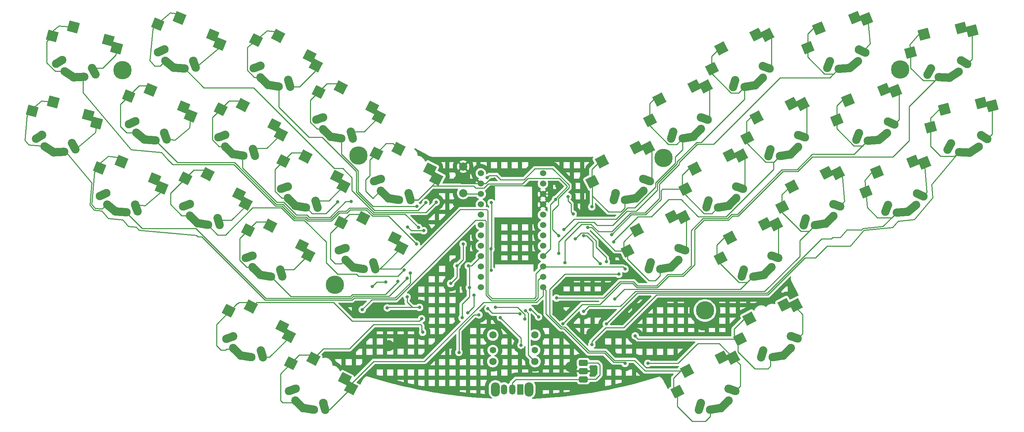
<source format=gbr>
%TF.GenerationSoftware,KiCad,Pcbnew,7.0.2*%
%TF.CreationDate,2024-04-18T14:32:48+02:00*%
%TF.ProjectId,Asfoora,4173666f-6f72-4612-9e6b-696361645f70,rev?*%
%TF.SameCoordinates,Original*%
%TF.FileFunction,Copper,L2,Bot*%
%TF.FilePolarity,Positive*%
%FSLAX46Y46*%
G04 Gerber Fmt 4.6, Leading zero omitted, Abs format (unit mm)*
G04 Created by KiCad (PCBNEW 7.0.2) date 2024-04-18 14:32:48*
%MOMM*%
%LPD*%
G01*
G04 APERTURE LIST*
G04 Aperture macros list*
%AMRoundRect*
0 Rectangle with rounded corners*
0 $1 Rounding radius*
0 $2 $3 $4 $5 $6 $7 $8 $9 X,Y pos of 4 corners*
0 Add a 4 corners polygon primitive as box body*
4,1,4,$2,$3,$4,$5,$6,$7,$8,$9,$2,$3,0*
0 Add four circle primitives for the rounded corners*
1,1,$1+$1,$2,$3*
1,1,$1+$1,$4,$5*
1,1,$1+$1,$6,$7*
1,1,$1+$1,$8,$9*
0 Add four rect primitives between the rounded corners*
20,1,$1+$1,$2,$3,$4,$5,0*
20,1,$1+$1,$4,$5,$6,$7,0*
20,1,$1+$1,$6,$7,$8,$9,0*
20,1,$1+$1,$8,$9,$2,$3,0*%
%AMHorizOval*
0 Thick line with rounded ends*
0 $1 width*
0 $2 $3 position (X,Y) of the first rounded end (center of the circle)*
0 $4 $5 position (X,Y) of the second rounded end (center of the circle)*
0 Add line between two ends*
20,1,$1,$2,$3,$4,$5,0*
0 Add two circle primitives to create the rounded ends*
1,1,$1,$2,$3*
1,1,$1,$4,$5*%
%AMRotRect*
0 Rectangle, with rotation*
0 The origin of the aperture is its center*
0 $1 length*
0 $2 width*
0 $3 Rotation angle, in degrees counterclockwise*
0 Add horizontal line*
21,1,$1,$2,0,0,$3*%
G04 Aperture macros list end*
%TA.AperFunction,ComponentPad*%
%ADD10RoundRect,0.375000X0.750000X-0.375000X0.750000X0.375000X-0.750000X0.375000X-0.750000X-0.375000X0*%
%TD*%
%TA.AperFunction,ComponentPad*%
%ADD11HorizOval,2.032000X1.332292X0.067491X-1.332292X-0.067491X0*%
%TD*%
%TA.AperFunction,ComponentPad*%
%ADD12C,2.032000*%
%TD*%
%TA.AperFunction,ComponentPad*%
%ADD13HorizOval,2.032000X-1.120053X0.724595X1.120053X-0.724595X0*%
%TD*%
%TA.AperFunction,SMDPad,CuDef*%
%ADD14RotRect,2.600000X2.600000X345.000000*%
%TD*%
%TA.AperFunction,SMDPad,CuDef*%
%ADD15RotRect,2.550000X2.500000X345.000000*%
%TD*%
%TA.AperFunction,ComponentPad*%
%ADD16HorizOval,2.032000X-0.421808X0.776874X0.421808X-0.776874X0*%
%TD*%
%TA.AperFunction,ComponentPad*%
%ADD17HorizOval,2.032000X0.753734X0.461889X-0.753734X-0.461889X0*%
%TD*%
%TA.AperFunction,ComponentPad*%
%ADD18HorizOval,2.032000X0.944925X0.941633X-0.944925X-0.941633X0*%
%TD*%
%TA.AperFunction,ComponentPad*%
%ADD19HorizOval,2.032000X-1.317210X-0.210983X1.317210X0.210983X0*%
%TD*%
%TA.AperFunction,SMDPad,CuDef*%
%ADD20RotRect,2.600000X2.600000X27.000000*%
%TD*%
%TA.AperFunction,SMDPad,CuDef*%
%ADD21RotRect,2.550000X2.500000X27.000000*%
%TD*%
%TA.AperFunction,ComponentPad*%
%ADD22HorizOval,2.032000X-0.833295X0.295085X0.833295X-0.295085X0*%
%TD*%
%TA.AperFunction,ComponentPad*%
%ADD23HorizOval,2.032000X0.251070X0.847597X-0.251070X-0.847597X0*%
%TD*%
%TA.AperFunction,ComponentPad*%
%ADD24C,4.500000*%
%TD*%
%TA.AperFunction,ComponentPad*%
%ADD25HorizOval,2.032000X-1.317210X0.210983X1.317210X-0.210983X0*%
%TD*%
%TA.AperFunction,ComponentPad*%
%ADD26HorizOval,2.032000X-0.944925X0.941633X0.944925X-0.941633X0*%
%TD*%
%TA.AperFunction,SMDPad,CuDef*%
%ADD27RotRect,2.600000X2.600000X333.000000*%
%TD*%
%TA.AperFunction,SMDPad,CuDef*%
%ADD28RotRect,2.550000X2.500000X333.000000*%
%TD*%
%TA.AperFunction,ComponentPad*%
%ADD29HorizOval,2.032000X-0.251070X0.847597X0.251070X-0.847597X0*%
%TD*%
%TA.AperFunction,ComponentPad*%
%ADD30HorizOval,2.032000X0.833295X0.295085X-0.833295X-0.295085X0*%
%TD*%
%TA.AperFunction,ComponentPad*%
%ADD31C,2.000000*%
%TD*%
%TA.AperFunction,ComponentPad*%
%ADD32HorizOval,2.032000X1.023398X0.855694X-1.023398X-0.855694X0*%
%TD*%
%TA.AperFunction,ComponentPad*%
%ADD33HorizOval,2.032000X-1.330586X-0.095378X1.330586X0.095378X0*%
%TD*%
%TA.AperFunction,SMDPad,CuDef*%
%ADD34RotRect,2.600000X2.600000X22.000000*%
%TD*%
%TA.AperFunction,SMDPad,CuDef*%
%ADD35RotRect,2.550000X2.500000X22.000000*%
%TD*%
%TA.AperFunction,ComponentPad*%
%ADD36HorizOval,2.032000X-0.804406X0.366589X0.804406X-0.366589X0*%
%TD*%
%TA.AperFunction,ComponentPad*%
%ADD37HorizOval,2.032000X0.323987X0.822489X-0.323987X-0.822489X0*%
%TD*%
%TA.AperFunction,ComponentPad*%
%ADD38HorizOval,2.032000X1.120053X0.724595X-1.120053X-0.724595X0*%
%TD*%
%TA.AperFunction,ComponentPad*%
%ADD39HorizOval,2.032000X-1.332292X0.067491X1.332292X-0.067491X0*%
%TD*%
%TA.AperFunction,SMDPad,CuDef*%
%ADD40RotRect,2.600000X2.600000X15.000000*%
%TD*%
%TA.AperFunction,SMDPad,CuDef*%
%ADD41RotRect,2.550000X2.500000X15.000000*%
%TD*%
%TA.AperFunction,ComponentPad*%
%ADD42HorizOval,2.032000X-0.753734X0.461889X0.753734X-0.461889X0*%
%TD*%
%TA.AperFunction,ComponentPad*%
%ADD43HorizOval,2.032000X0.421808X0.776874X-0.421808X-0.776874X0*%
%TD*%
%TA.AperFunction,ComponentPad*%
%ADD44HorizOval,2.032000X-1.330586X0.095378X1.330586X-0.095378X0*%
%TD*%
%TA.AperFunction,ComponentPad*%
%ADD45HorizOval,2.032000X-1.023398X0.855694X1.023398X-0.855694X0*%
%TD*%
%TA.AperFunction,SMDPad,CuDef*%
%ADD46RotRect,2.600000X2.600000X338.000000*%
%TD*%
%TA.AperFunction,SMDPad,CuDef*%
%ADD47RotRect,2.550000X2.500000X338.000000*%
%TD*%
%TA.AperFunction,ComponentPad*%
%ADD48HorizOval,2.032000X-0.323987X0.822489X0.323987X-0.822489X0*%
%TD*%
%TA.AperFunction,ComponentPad*%
%ADD49HorizOval,2.032000X0.804406X0.366589X-0.804406X-0.366589X0*%
%TD*%
%TA.AperFunction,ComponentPad*%
%ADD50C,1.524000*%
%TD*%
%TA.AperFunction,ComponentPad*%
%ADD51C,1.800000*%
%TD*%
%TA.AperFunction,ComponentPad*%
%ADD52C,1.600000*%
%TD*%
%TA.AperFunction,ComponentPad*%
%ADD53O,1.500000X2.500000*%
%TD*%
%TA.AperFunction,ComponentPad*%
%ADD54R,1.500000X2.500000*%
%TD*%
%TA.AperFunction,ComponentPad*%
%ADD55O,2.200000X3.500000*%
%TD*%
%TA.AperFunction,ViaPad*%
%ADD56C,0.800000*%
%TD*%
%TA.AperFunction,Conductor*%
%ADD57C,0.250000*%
%TD*%
G04 APERTURE END LIST*
D10*
%TO.P,PAD1,1*%
%TO.N,bat+*%
X170398000Y-121840000D03*
%TO.P,PAD1,2*%
%TO.N,gnd*%
X170398000Y-123840000D03*
%TO.P,PAD1,3*%
%TO.N,bat+*%
X170398000Y-125840000D03*
%TD*%
D11*
%TO.P,SW11,2,2*%
%TO.N,Net-(D4-A)*%
X42042776Y-70135519D03*
D12*
X40725364Y-70201877D03*
D13*
X39617631Y-69485704D03*
D14*
X40628961Y-57908024D03*
D15*
X35546256Y-60079833D03*
D14*
%TO.P,SW11,1,1*%
%TO.N,row_3*%
X51212818Y-63024992D03*
D15*
X49210135Y-61108033D03*
D16*
X45692928Y-68720533D03*
D12*
X45275173Y-67942467D03*
X37914818Y-65970266D03*
D17*
X37163998Y-66435214D03*
%TD*%
D18*
%TO.P,SW24,2,2*%
%TO.N,Net-(D24-A)*%
X220270032Y-119076620D03*
D12*
X219335406Y-120007454D03*
D19*
X218032986Y-120216452D03*
D20*
X211037572Y-110935846D03*
D21*
X208713609Y-115950809D03*
D20*
%TO.P,SW24,1,1*%
%TO.N,row_3*%
X222326830Y-107656512D03*
D21*
X219555851Y-107571990D03*
D22*
X222035814Y-115582652D03*
D12*
X221204733Y-115283968D03*
X214415263Y-118743376D03*
D23*
X214168407Y-119591296D03*
%TD*%
D24*
%TO.P,H5,1*%
%TO.N,N/C*%
X247898000Y-49940000D03*
%TD*%
D18*
%TO.P,SW20,2,2*%
%TO.N,Net-(D20-A)*%
X204997363Y-131934721D03*
D12*
X204062737Y-132865555D03*
D19*
X202760317Y-133074553D03*
D20*
X195764903Y-123793947D03*
D21*
X193440940Y-128808910D03*
D20*
%TO.P,SW20,1,1*%
%TO.N,row_3*%
X207054161Y-120514613D03*
D21*
X204283182Y-120430091D03*
D22*
X206763145Y-128440753D03*
D12*
X205932064Y-128142069D03*
X199142594Y-131601477D03*
D23*
X198895738Y-132449397D03*
%TD*%
D18*
%TO.P,SW22,2,2*%
%TO.N,Net-(D22-A)*%
X206888703Y-82388898D03*
D12*
X205954077Y-83319732D03*
D19*
X204651657Y-83528730D03*
D20*
X197656243Y-74248124D03*
D21*
X195332280Y-79263087D03*
D20*
%TO.P,SW22,1,1*%
%TO.N,row_1*%
X208945501Y-70968790D03*
D21*
X206174522Y-70884268D03*
D22*
X208654485Y-78894930D03*
D12*
X207823404Y-78596246D03*
X201033934Y-82055654D03*
D23*
X200787078Y-82903574D03*
%TD*%
D25*
%TO.P,SW5,2,2*%
%TO.N,Net-(D5-A)*%
X94524097Y-53939365D03*
D12*
X93221677Y-53730367D03*
D26*
X92287052Y-52799533D03*
D27*
X95683417Y-41685120D03*
D28*
X90260236Y-42752717D03*
D27*
%TO.P,SW5,1,1*%
%TO.N,row_0*%
X104972113Y-48890778D03*
D28*
X103411753Y-46599328D03*
D29*
X98388677Y-53314209D03*
D12*
X98141820Y-52466289D03*
X91352350Y-49006881D03*
D30*
X90521269Y-49305565D03*
%TD*%
D24*
%TO.P,H2,1*%
%TO.N,N/C*%
X115318960Y-71000607D03*
%TD*%
D25*
%TO.P,SW8,2,2*%
%TO.N,Net-(D9-A)*%
X109872214Y-66603986D03*
D12*
X108569794Y-66394988D03*
D26*
X107635169Y-65464154D03*
D27*
X111031534Y-54349741D03*
D28*
X105608353Y-55417338D03*
D27*
%TO.P,SW8,1,1*%
%TO.N,row_0*%
X120320230Y-61555399D03*
D28*
X118759870Y-59263949D03*
D29*
X113736794Y-65978830D03*
D12*
X113489937Y-65130910D03*
X106700467Y-61671502D03*
D30*
X105869386Y-61970186D03*
%TD*%
D31*
%TO.P,SW33,2,2*%
%TO.N,gnd*%
X140970000Y-73712000D03*
%TO.P,SW33,1,1*%
%TO.N,reset*%
X140970000Y-80212000D03*
%TD*%
D32*
%TO.P,SW30,2,2*%
%TO.N,Net-(D30-A)*%
X243673101Y-66368189D03*
D12*
X242660904Y-67214023D03*
D33*
X241345225Y-67308711D03*
D34*
X235185288Y-57453731D03*
D35*
X232433086Y-62247064D03*
D34*
%TO.P,SW30,1,1*%
%TO.N,row_1*%
X246717400Y-55170800D03*
D35*
X243964332Y-54845093D03*
D36*
X245736682Y-63041415D03*
D12*
X244934796Y-62671434D03*
X237869655Y-65525936D03*
D37*
X237549837Y-66349115D03*
%TD*%
D25*
%TO.P,SW19,2,2*%
%TO.N,Net-(D16-A)*%
X103137734Y-133078933D03*
D12*
X101835314Y-132869935D03*
D26*
X100900689Y-131939101D03*
D27*
X104297054Y-120824688D03*
D28*
X98873873Y-121892285D03*
D27*
%TO.P,SW19,1,1*%
%TO.N,row_3*%
X113585750Y-128030346D03*
D28*
X112025390Y-125738896D03*
D29*
X107002314Y-132453777D03*
D12*
X106755457Y-131605857D03*
X99965987Y-128146449D03*
D30*
X99134906Y-128445133D03*
%TD*%
D18*
%TO.P,SW25,2,2*%
%TO.N,Net-(D25-A)*%
X213400039Y-52874243D03*
D12*
X212465413Y-53805077D03*
D19*
X211162993Y-54014075D03*
D20*
X204167579Y-44733469D03*
D21*
X201843616Y-49748432D03*
D20*
%TO.P,SW25,1,1*%
%TO.N,row_0*%
X215456837Y-41454135D03*
D21*
X212685858Y-41369613D03*
D22*
X215165821Y-49380275D03*
D12*
X214334740Y-49081591D03*
X207545270Y-52540999D03*
D23*
X207298414Y-53388919D03*
%TD*%
D25*
%TO.P,SW6,2,2*%
%TO.N,Net-(D6-A)*%
X85898278Y-70868489D03*
D12*
X84595858Y-70659491D03*
D26*
X83661233Y-69728657D03*
D27*
X87057598Y-58614244D03*
D28*
X81634417Y-59681841D03*
D27*
%TO.P,SW6,1,1*%
%TO.N,row_1*%
X96346294Y-65819902D03*
D28*
X94785934Y-63528452D03*
D29*
X89762858Y-70243333D03*
D12*
X89516001Y-69395413D03*
X82726531Y-65936005D03*
D30*
X81895450Y-66234689D03*
%TD*%
D25*
%TO.P,SW10,2,2*%
%TO.N,Net-(D11-A)*%
X92620575Y-100462234D03*
D12*
X91318155Y-100253236D03*
D26*
X90383530Y-99322402D03*
D27*
X93779895Y-88207989D03*
D28*
X88356714Y-89275586D03*
D27*
%TO.P,SW10,1,1*%
%TO.N,row_2*%
X103068591Y-95413647D03*
D28*
X101508231Y-93122197D03*
D29*
X96485155Y-99837078D03*
D12*
X96238298Y-98989158D03*
X89448828Y-95529750D03*
D30*
X88617747Y-95828434D03*
%TD*%
D38*
%TO.P,SW32,2,2*%
%TO.N,Net-(D32-A)*%
X266069894Y-69562703D03*
D12*
X264962161Y-70278877D03*
D39*
X263644749Y-70212518D03*
D40*
X258731747Y-59680288D03*
D41*
X255415900Y-64102484D03*
D40*
%TO.P,SW32,1,1*%
%TO.N,row_3*%
X270456120Y-58819785D03*
D41*
X267763267Y-58160990D03*
D42*
X268523526Y-66512213D03*
D12*
X267772706Y-66047265D03*
X260412352Y-68019467D03*
D43*
X259994597Y-68797533D03*
%TD*%
D18*
%TO.P,SW27,2,2*%
%TO.N,Net-(D27-A)*%
X230651678Y-86732491D03*
D12*
X229717052Y-87663325D03*
D19*
X228414632Y-87872323D03*
D20*
X221419218Y-78591717D03*
D21*
X219095255Y-83606680D03*
D20*
%TO.P,SW27,1,1*%
%TO.N,row_2*%
X232708476Y-75312383D03*
D21*
X229937497Y-75227861D03*
D22*
X232417460Y-83238523D03*
D12*
X231586379Y-82939839D03*
X224796909Y-86399247D03*
D23*
X224550053Y-87247167D03*
%TD*%
D24*
%TO.P,H3,1*%
%TO.N,N/C*%
X109598000Y-102690000D03*
%TD*%
D44*
%TO.P,SW14,2,2*%
%TO.N,Net-(D8-A)*%
X57224689Y-84849728D03*
D12*
X55909010Y-84755040D03*
D45*
X54896813Y-83909206D03*
D46*
X57311570Y-72541075D03*
D47*
X52002073Y-74077270D03*
D46*
%TO.P,SW14,1,1*%
%TO.N,row_3*%
X67192934Y-78909749D03*
D47*
X65438798Y-76763013D03*
D48*
X61020077Y-83890132D03*
D12*
X60700258Y-83066954D03*
X53635117Y-80212451D03*
D49*
X52833231Y-80582432D03*
%TD*%
D44*
%TO.P,SW2,2,2*%
%TO.N,Net-(D1-A)*%
X71459739Y-49616741D03*
D12*
X70144060Y-49522053D03*
D45*
X69131863Y-48676219D03*
D46*
X71546620Y-37308088D03*
D47*
X66237123Y-38844283D03*
D46*
%TO.P,SW2,1,1*%
%TO.N,row_0*%
X81427984Y-43676762D03*
D47*
X79673848Y-41530026D03*
D48*
X75255127Y-48657145D03*
D12*
X74935308Y-47833967D03*
X67870167Y-44979464D03*
D49*
X67068281Y-45349445D03*
%TD*%
D24*
%TO.P,H6,1*%
%TO.N,N/C*%
X189992000Y-71628000D03*
%TD*%
D25*
%TO.P,SW15,2,2*%
%TO.N,Net-(D12-A)*%
X87865065Y-120220832D03*
D12*
X86562645Y-120011834D03*
D26*
X85628020Y-119081000D03*
D27*
X89024385Y-107966587D03*
D28*
X83601204Y-109034184D03*
D27*
%TO.P,SW15,1,1*%
%TO.N,row_3*%
X98313081Y-115172245D03*
D28*
X96752721Y-112880795D03*
D29*
X91729645Y-119595676D03*
D12*
X91482788Y-118747756D03*
X84693318Y-115288348D03*
D30*
X83862237Y-115587032D03*
%TD*%
D50*
%TO.P,U1,24,RAW*%
%TO.N,raw*%
X145299400Y-75361000D03*
%TO.P,U1,23,GND*%
%TO.N,gnd*%
X145299400Y-77901000D03*
%TO.P,U1,22,RST*%
%TO.N,reset*%
X145299400Y-80441000D03*
%TO.P,U1,21,VCC*%
%TO.N,vcc*%
X145299400Y-82981000D03*
%TO.P,U1,20,A3/F4*%
%TO.N,col_7*%
X145299400Y-85521000D03*
%TO.P,U1,19,A2/F5*%
%TO.N,col_6*%
X145299400Y-88061000D03*
%TO.P,U1,18,A1/F6*%
%TO.N,col_5*%
X145299400Y-90601000D03*
%TO.P,U1,17,A0/F7*%
%TO.N,col_4*%
X145299400Y-93141000D03*
%TO.P,U1,16,15/B1*%
%TO.N,col_3*%
X145299400Y-95681000D03*
%TO.P,U1,15,14/B3*%
%TO.N,col_2*%
X145299400Y-98221000D03*
%TO.P,U1,14,16/B2*%
%TO.N,col_1*%
X145299400Y-100761000D03*
%TO.P,U1,13,10/B6*%
%TO.N,col_0*%
X145299400Y-103301000D03*
%TO.P,U1,12,B5/9*%
%TO.N,row_3*%
X160519400Y-103301000D03*
%TO.P,U1,11,B4/8*%
%TO.N,row_2*%
X160519400Y-100761000D03*
%TO.P,U1,10,E6/7*%
%TO.N,row_1*%
X160519400Y-98221000D03*
%TO.P,U1,9,D7/6*%
%TO.N,row_0*%
X160519400Y-95681000D03*
%TO.P,U1,8,C6/5*%
%TO.N,row_4*%
X160519400Y-93141000D03*
%TO.P,U1,7,D4/4*%
%TO.N,unconnected-(U1-D4{slash}4-Pad7)*%
X160519400Y-90601000D03*
%TO.P,U1,6,SCL/D0/3*%
%TO.N,scl*%
X160519400Y-88061000D03*
%TO.P,U1,5,SDA/D1/2*%
%TO.N,sda*%
X160519400Y-85521000D03*
%TO.P,U1,4,GND*%
%TO.N,gnd*%
X160519400Y-82981000D03*
%TO.P,U1,3,GND*%
X160519400Y-80441000D03*
%TO.P,U1,2,D2/RX1*%
%TO.N,unconnected-(U1-D2{slash}RX1-Pad2)*%
X160519400Y-77901000D03*
%TO.P,U1,1,D3/TX0*%
%TO.N,unconnected-(U1-D3{slash}TX0-Pad1)*%
X160519400Y-75361000D03*
%TD*%
D18*
%TO.P,SW18,2,2*%
%TO.N,Net-(D18-A)*%
X192772489Y-97479279D03*
D12*
X191837863Y-98410113D03*
D19*
X190535443Y-98619111D03*
D20*
X183540029Y-89338505D03*
D21*
X181216066Y-94353468D03*
D20*
%TO.P,SW18,1,1*%
%TO.N,row_1*%
X194829287Y-86059171D03*
D21*
X192058308Y-85974649D03*
D22*
X194538271Y-93985311D03*
D12*
X193707190Y-93686627D03*
X186917720Y-97146035D03*
D23*
X186670864Y-97993955D03*
%TD*%
D11*
%TO.P,SW4,2,2*%
%TO.N,Net-(D3-A)*%
X46952823Y-51765130D03*
D12*
X45635411Y-51831488D03*
D13*
X44527678Y-51115315D03*
D14*
X45539008Y-39537635D03*
D15*
X40456303Y-41709444D03*
D14*
%TO.P,SW4,1,1*%
%TO.N,row_2*%
X56122865Y-44654603D03*
D15*
X54120182Y-42737644D03*
D16*
X50602975Y-50350144D03*
D12*
X50185220Y-49572078D03*
X42824865Y-47599877D03*
D17*
X42074045Y-48064825D03*
%TD*%
D25*
%TO.P,SW7,2,2*%
%TO.N,Net-(D7-A)*%
X77272459Y-87797612D03*
D12*
X75970039Y-87588614D03*
D26*
X75035414Y-86657780D03*
D27*
X78431779Y-75543367D03*
D28*
X73008598Y-76610964D03*
D27*
%TO.P,SW7,1,1*%
%TO.N,row_2*%
X87720475Y-82749025D03*
D28*
X86160115Y-80457575D03*
D29*
X81137039Y-87172456D03*
D12*
X80890182Y-86324536D03*
X74100712Y-82865128D03*
D30*
X73269631Y-83163812D03*
%TD*%
D32*
%TO.P,SW29,2,2*%
%TO.N,Net-(D29-A)*%
X236555576Y-48751695D03*
D12*
X235543379Y-49597529D03*
D33*
X234227700Y-49692217D03*
D34*
X228067763Y-39837237D03*
D35*
X225315561Y-44630570D03*
D34*
%TO.P,SW29,1,1*%
%TO.N,row_0*%
X239599875Y-37554306D03*
D35*
X236846807Y-37228599D03*
D36*
X238619157Y-45424921D03*
D12*
X237817271Y-45054940D03*
X230752130Y-47909442D03*
D37*
X230432312Y-48732621D03*
%TD*%
D25*
%TO.P,SW9,2,2*%
%TO.N,Net-(D10-A)*%
X101246394Y-83533110D03*
D12*
X99943974Y-83324112D03*
D26*
X99009349Y-82393278D03*
D27*
X102405714Y-71278865D03*
D28*
X96982533Y-72346462D03*
D27*
%TO.P,SW9,1,1*%
%TO.N,row_1*%
X111694410Y-78484523D03*
D28*
X110134050Y-76193073D03*
D29*
X105110974Y-82907954D03*
D12*
X104864117Y-82060034D03*
X98074647Y-78600626D03*
D30*
X97243566Y-78899310D03*
%TD*%
D25*
%TO.P,SW12,2,2*%
%TO.N,Net-(D13-A)*%
X123988428Y-81694367D03*
D12*
X122686008Y-81485369D03*
D26*
X121751383Y-80554535D03*
D27*
X125147748Y-69440122D03*
D28*
X119724567Y-70507719D03*
D27*
%TO.P,SW12,1,1*%
%TO.N,row_0*%
X134436444Y-76645780D03*
D28*
X132876084Y-74354330D03*
D29*
X127853008Y-81069211D03*
D12*
X127606151Y-80221291D03*
X120816681Y-76761883D03*
D30*
X119985600Y-77060567D03*
%TD*%
D51*
%TO.P,HAT1,6,6*%
%TO.N,Net-(D35-A)*%
X158548000Y-114990000D03*
D52*
%TO.P,HAT1,5,5*%
%TO.N,Net-(D34-A)*%
X158548000Y-118690000D03*
D51*
%TO.P,HAT1,4,4*%
%TO.N,row_4*%
X158548000Y-121490000D03*
%TO.P,HAT1,3,3*%
%TO.N,Net-(D33-A)*%
X148248000Y-121490000D03*
D52*
%TO.P,HAT1,2,2*%
%TO.N,Net-(D19-A)*%
X148248000Y-118690000D03*
D51*
%TO.P,HAT1,1,1*%
%TO.N,Net-(D15-A)*%
X148248000Y-114990000D03*
%TD*%
D24*
%TO.P,H1,1*%
%TO.N,N/C*%
X57567383Y-50087604D03*
%TD*%
D18*
%TO.P,SW17,2,2*%
%TO.N,Net-(D17-A)*%
X184146669Y-80550155D03*
D12*
X183212043Y-81480989D03*
D19*
X181909623Y-81689987D03*
D20*
X174914209Y-72409381D03*
D21*
X172590246Y-77424344D03*
D20*
%TO.P,SW17,1,1*%
%TO.N,row_0*%
X186203467Y-69130047D03*
D21*
X183432488Y-69045525D03*
D22*
X185912451Y-77056187D03*
D12*
X185081370Y-76757503D03*
X178291900Y-80216911D03*
D23*
X178045044Y-81064831D03*
%TD*%
D18*
%TO.P,SW21,2,2*%
%TO.N,Net-(D21-A)*%
X198262883Y-65459774D03*
D12*
X197328257Y-66390608D03*
D19*
X196025837Y-66599606D03*
D20*
X189030423Y-57319000D03*
D21*
X186706460Y-62333963D03*
D20*
%TO.P,SW21,1,1*%
%TO.N,row_0*%
X200319681Y-54039666D03*
D21*
X197548702Y-53955144D03*
D22*
X200028665Y-61965806D03*
D12*
X199197584Y-61667122D03*
X192408114Y-65126530D03*
D23*
X192161258Y-65974450D03*
%TD*%
D24*
%TO.P,H4,1*%
%TO.N,N/C*%
X200152000Y-108966000D03*
%TD*%
D38*
%TO.P,SW31,2,2*%
%TO.N,Net-(D31-A)*%
X261146071Y-51206827D03*
D12*
X260038338Y-51923001D03*
D39*
X258720926Y-51856642D03*
D40*
X253807924Y-41324412D03*
D41*
X250492077Y-45746608D03*
D40*
%TO.P,SW31,1,1*%
%TO.N,row_2*%
X265532297Y-40463909D03*
D41*
X262839444Y-39805114D03*
D42*
X263599703Y-48156337D03*
D12*
X262848883Y-47691389D03*
X255488529Y-49663591D03*
D43*
X255070774Y-50441657D03*
%TD*%
D18*
%TO.P,SW26,2,2*%
%TO.N,Net-(D26-A)*%
X222025858Y-69803367D03*
D12*
X221091232Y-70734201D03*
D19*
X219788812Y-70943199D03*
D20*
X212793398Y-61662593D03*
D21*
X210469435Y-66677556D03*
D20*
%TO.P,SW26,1,1*%
%TO.N,row_1*%
X224082656Y-58383259D03*
D21*
X221311677Y-58298737D03*
D22*
X223791640Y-66309399D03*
D12*
X222960559Y-66010715D03*
X216171089Y-69470123D03*
D23*
X215924233Y-70318043D03*
%TD*%
D32*
%TO.P,SW28,2,2*%
%TO.N,Net-(D28-A)*%
X250790626Y-83984682D03*
D12*
X249778429Y-84830516D03*
D33*
X248462750Y-84925204D03*
D34*
X242302813Y-75070224D03*
D35*
X239550611Y-79863557D03*
D34*
%TO.P,SW28,1,1*%
%TO.N,row_3*%
X253834925Y-72787293D03*
D35*
X251081857Y-72461586D03*
D36*
X252854207Y-80657908D03*
D12*
X252052321Y-80287927D03*
X244987180Y-83142429D03*
D37*
X244667362Y-83965608D03*
%TD*%
D44*
%TO.P,SW3,2,2*%
%TO.N,Net-(D2-A)*%
X64342504Y-67233641D03*
D12*
X63026825Y-67138953D03*
D45*
X62014628Y-66293119D03*
D46*
X64429385Y-54924988D03*
D47*
X59119888Y-56461183D03*
D46*
%TO.P,SW3,1,1*%
%TO.N,row_1*%
X74310749Y-61293662D03*
D47*
X72556613Y-59146926D03*
D48*
X68137892Y-66274045D03*
D12*
X67818073Y-65450867D03*
X60752932Y-62596364D03*
D49*
X59951046Y-62966345D03*
%TD*%
D18*
%TO.P,SW23,2,2*%
%TO.N,Net-(D23-A)*%
X215514522Y-99318022D03*
D12*
X214579896Y-100248856D03*
D19*
X213277476Y-100457854D03*
D20*
X206282062Y-91177248D03*
D21*
X203958099Y-96192211D03*
D20*
%TO.P,SW23,1,1*%
%TO.N,row_2*%
X217571320Y-87897914D03*
D21*
X214800341Y-87813392D03*
D22*
X217280304Y-95824054D03*
D12*
X216449223Y-95525370D03*
X209659753Y-98984778D03*
D23*
X209412897Y-99832698D03*
%TD*%
D25*
%TO.P,SW13,2,2*%
%TO.N,Net-(D14-A)*%
X115362608Y-98623491D03*
D12*
X114060188Y-98414493D03*
D26*
X113125563Y-97483659D03*
D27*
X116521928Y-86369246D03*
D28*
X111098747Y-87436843D03*
D27*
%TO.P,SW13,1,1*%
%TO.N,row_1*%
X125810624Y-93574904D03*
D28*
X124250264Y-91283454D03*
D29*
X119227188Y-97998335D03*
D12*
X118980331Y-97150415D03*
X112190861Y-93691007D03*
D30*
X111359780Y-93989691D03*
%TD*%
D53*
%TO.P,SW34,3,C*%
%TO.N,raw*%
X150998000Y-128290000D03*
%TO.P,SW34,2,B*%
%TO.N,bat+*%
X152998000Y-128290000D03*
D54*
%TO.P,SW34,1,A*%
%TO.N,unconnected-(SW34-A-Pad1)*%
X154998000Y-128290000D03*
D55*
%TO.P,SW34,*%
%TO.N,*%
X148898000Y-128290000D03*
X157098000Y-128290000D03*
%TD*%
D56*
%TO.N,col_0*%
X118748000Y-103090000D03*
X122048000Y-101990000D03*
%TO.N,Net-(D1-A)*%
X134366000Y-82443311D03*
%TO.N,Net-(D2-A)*%
X130048000Y-88646000D03*
%TO.N,col_1*%
X143598000Y-105190000D03*
X139948000Y-119240000D03*
X142098000Y-109490000D03*
X144848000Y-110040000D03*
%TO.N,Net-(D3-A)*%
X129540000Y-92710000D03*
%TO.N,Net-(D4-A)*%
X128016000Y-99822000D03*
%TO.N,Net-(D5-A)*%
X131826000Y-82550000D03*
%TO.N,Net-(D6-A)*%
X113538000Y-82296000D03*
%TO.N,col_2*%
X122398000Y-108340000D03*
X139446000Y-98044000D03*
X140970000Y-92710000D03*
X137922000Y-102362000D03*
X127254000Y-105664000D03*
X130302000Y-108204000D03*
%TO.N,Net-(D7-A)*%
X126492000Y-99060000D03*
%TO.N,Net-(D8-A)*%
X127249701Y-101087701D03*
%TO.N,Net-(D9-A)*%
X129667000Y-83439000D03*
%TO.N,Net-(D10-A)*%
X110235299Y-82327299D03*
%TO.N,col_3*%
X142240000Y-98044000D03*
X140716000Y-110744000D03*
X155148000Y-117490000D03*
X150098000Y-110690000D03*
X142494000Y-103378000D03*
%TO.N,Net-(D11-A)*%
X124968000Y-101854000D03*
%TO.N,Net-(D12-A)*%
X130810000Y-111009116D03*
%TO.N,Net-(D13-A)*%
X131318000Y-89408000D03*
X127381000Y-88519000D03*
%TO.N,col_4*%
X147828000Y-82550000D03*
X146812000Y-76454000D03*
X148898000Y-108140000D03*
X147772500Y-93890000D03*
X156098000Y-111090000D03*
X168402000Y-91440000D03*
X147822500Y-99090000D03*
X164338000Y-90678000D03*
X176022000Y-97028000D03*
%TO.N,row_4*%
X156248000Y-108990000D03*
%TO.N,Net-(D16-A)*%
X131064000Y-114300000D03*
%TO.N,col_5*%
X170434000Y-90678000D03*
X166624000Y-81063500D03*
X167894000Y-85306500D03*
X174498000Y-97536000D03*
%TO.N,Net-(D17-A)*%
X172466000Y-83566000D03*
%TO.N,Net-(D18-A)*%
X171450000Y-88646000D03*
%TO.N,Net-(D20-A)*%
X179070000Y-100076000D03*
%TO.N,Net-(D21-A)*%
X165608000Y-89154000D03*
%TO.N,Net-(D22-A)*%
X177292000Y-90424000D03*
%TO.N,Net-(D23-A)*%
X178054000Y-106172000D03*
%TO.N,Net-(D24-A)*%
X183098000Y-115190000D03*
%TO.N,col_7*%
X154898000Y-109790000D03*
X147048000Y-108540000D03*
%TO.N,Net-(D25-A)*%
X164338000Y-94996000D03*
%TO.N,Net-(D26-A)*%
X177800000Y-92202000D03*
%TO.N,Net-(D27-A)*%
X170434000Y-109220000D03*
%TO.N,Net-(D28-A)*%
X176022000Y-112268000D03*
%TO.N,Net-(D29-A)*%
X165862000Y-97282000D03*
%TO.N,Net-(D30-A)*%
X163830000Y-105918000D03*
%TO.N,Net-(D31-A)*%
X165354000Y-112268000D03*
%TO.N,gnd*%
X180548000Y-110390000D03*
X148598000Y-76790000D03*
X199598000Y-112540000D03*
X143698000Y-81590000D03*
X139748000Y-82490000D03*
X122748000Y-117590000D03*
X147048000Y-80740000D03*
X164846000Y-78232000D03*
X163748000Y-104440000D03*
X119298000Y-108790000D03*
X160198000Y-108490000D03*
X163698000Y-107990000D03*
X139848000Y-77190000D03*
X165048000Y-109890000D03*
X163148000Y-109840000D03*
X146698000Y-109840000D03*
X167348000Y-122790000D03*
X172448000Y-114590000D03*
X126098000Y-116140000D03*
%TO.N,row_1*%
X180596952Y-98808952D03*
%TO.N,row_0*%
X163576000Y-81788000D03*
%TO.N,Net-(D32-A)*%
X172466000Y-117348000D03*
%TO.N,row_3*%
X186182000Y-121920000D03*
X180594000Y-121920000D03*
%TO.N,row_2*%
X159448000Y-110540000D03*
X116298000Y-108740000D03*
X157448000Y-108740000D03*
%TD*%
D57*
%TO.N,bat+*%
X153848000Y-125840000D02*
X170398000Y-125840000D01*
X152998000Y-128290000D02*
X152998000Y-126690000D01*
X152998000Y-126690000D02*
X153848000Y-125840000D01*
%TO.N,col_0*%
X118748000Y-103090000D02*
X119848000Y-101990000D01*
X119848000Y-101990000D02*
X122048000Y-101990000D01*
%TO.N,Net-(D1-A)*%
X131856351Y-84952960D02*
X134366000Y-82443311D01*
X77533021Y-54440000D02*
X89695128Y-54440000D01*
X65478345Y-49113856D02*
X66792596Y-49113856D01*
X66792596Y-49113856D02*
X68096190Y-47810262D01*
X72761276Y-49751030D02*
X72806285Y-49713263D01*
X70144060Y-49522053D02*
X72761276Y-49751030D01*
X69324319Y-36068582D02*
X66254613Y-38644372D01*
X69484105Y-49464315D02*
X70144060Y-49522053D01*
X109431085Y-74175957D02*
X111521562Y-74175957D01*
X113767426Y-79567749D02*
X119152636Y-84952960D01*
X119152636Y-84952960D02*
X131856351Y-84952960D01*
X65013170Y-39871302D02*
X64324823Y-47739142D01*
X66254613Y-38644372D02*
X66237123Y-38844283D01*
X113767426Y-76421821D02*
X113767426Y-79567749D01*
X68096190Y-47810262D02*
X69484105Y-49464315D01*
X66237123Y-38844283D02*
X65013170Y-39871302D01*
X89695128Y-54440000D02*
X109431085Y-74175957D01*
X70600217Y-36180209D02*
X69324319Y-36068582D01*
X71546620Y-37308087D02*
X70600217Y-36180209D01*
X64324823Y-47739142D02*
X65478345Y-49113856D01*
X72806284Y-49713263D02*
X77533021Y-54440000D01*
X111521562Y-74175957D02*
X113767426Y-76421821D01*
%TO.N,Net-(D2-A)*%
X113120250Y-83846710D02*
X117410668Y-83846710D01*
X117410668Y-83846710D02*
X118966438Y-85402480D01*
X108590752Y-86589040D02*
X110539312Y-84640480D01*
X57098000Y-63872300D02*
X58652862Y-65427162D01*
X59119888Y-56461183D02*
X57098000Y-58483071D01*
X96850395Y-82920960D02*
X99970395Y-86040960D01*
X71099366Y-72740480D02*
X85034198Y-72740480D01*
X85034198Y-72740480D02*
X95214678Y-82920960D01*
X59119888Y-56461183D02*
X61654708Y-53926363D01*
X63430760Y-53926363D02*
X64429385Y-54924988D01*
X99970395Y-86040960D02*
X102552395Y-86040960D01*
X63026825Y-67138954D02*
X65644040Y-67367931D01*
X95214678Y-82920960D02*
X96850395Y-82920960D01*
X57098000Y-58483071D02*
X57098000Y-63872300D01*
X103100477Y-86589040D02*
X108590752Y-86589040D01*
X110539312Y-84640480D02*
X112326480Y-84640480D01*
X60978955Y-65427162D02*
X62366870Y-67081215D01*
X65644040Y-67367931D02*
X65689049Y-67330164D01*
X65689049Y-67330163D02*
X71099366Y-72740480D01*
X112326480Y-84640480D02*
X113120250Y-83846710D01*
X61654708Y-53926363D02*
X63430760Y-53926363D01*
X126804480Y-85402480D02*
X130048000Y-88646000D01*
X118966438Y-85402480D02*
X126804480Y-85402480D01*
X102552395Y-86040960D02*
X103100477Y-86589040D01*
X62366870Y-67081215D02*
X63026825Y-67138954D01*
X58652862Y-65427162D02*
X60978955Y-65427162D01*
%TO.N,col_1*%
X143696694Y-110040000D02*
X144848000Y-110040000D01*
X139948000Y-119240000D02*
X139948000Y-113788695D01*
X139948000Y-113788695D02*
X143572347Y-110164347D01*
X143598000Y-105190000D02*
X143598000Y-107990000D01*
X143598000Y-107990000D02*
X142098000Y-109490000D01*
X143572347Y-110164347D02*
X143696694Y-110040000D01*
X143572347Y-110164347D02*
X143696695Y-110040000D01*
%TO.N,Net-(D3-A)*%
X96664198Y-83370480D02*
X95028480Y-83370480D01*
X68610220Y-71927780D02*
X67206100Y-70254414D01*
X110725510Y-85090000D02*
X108776949Y-87038560D01*
X47962561Y-52035363D02*
X48301094Y-51696830D01*
X40456302Y-41709444D02*
X39098000Y-43067746D01*
X112512677Y-85090000D02*
X110725510Y-85090000D01*
X117224470Y-84296230D02*
X113306448Y-84296230D01*
X99784198Y-86490480D02*
X96664198Y-83370480D01*
X45539008Y-39537635D02*
X45532203Y-39529525D01*
X59739213Y-69601146D02*
X47962561Y-55566278D01*
X47962561Y-55566278D02*
X47962561Y-52035363D01*
X108776949Y-87038560D02*
X102914280Y-87038560D01*
X69872440Y-73190000D02*
X68610220Y-71927780D01*
X95028480Y-83370480D02*
X84848000Y-73190000D01*
X122682000Y-85852000D02*
X118780240Y-85852000D01*
X39098000Y-43067746D02*
X39098000Y-48331119D01*
X67206100Y-70254414D02*
X59739213Y-69601146D01*
X113306448Y-84296230D02*
X112512677Y-85090000D01*
X40566927Y-40444991D02*
X40456302Y-41709444D01*
X129540000Y-92710000D02*
X122682000Y-85852000D01*
X41148910Y-50382029D02*
X43394191Y-50382029D01*
X42023747Y-39222575D02*
X40566927Y-40444991D01*
X84848000Y-73190000D02*
X69872440Y-73190000D01*
X102914280Y-87038560D02*
X102366198Y-86490480D01*
X118780240Y-85852000D02*
X117224470Y-84296230D01*
X45532203Y-39529525D02*
X42023747Y-39222575D01*
X39098000Y-48331119D02*
X41148910Y-50382029D01*
X102366198Y-86490480D02*
X99784198Y-86490480D01*
%TO.N,Net-(D4-A)*%
X57667246Y-86735765D02*
X59030805Y-88360790D01*
X54137150Y-86426921D02*
X57667246Y-86735765D01*
X114313070Y-105902976D02*
X124347306Y-105902976D01*
X35598305Y-59484896D02*
X37783215Y-57651539D01*
X43703623Y-70094566D02*
X50098424Y-77715593D01*
X38484143Y-68752418D02*
X34639708Y-68416073D01*
X34264057Y-61155725D02*
X33724303Y-67325136D01*
X60993664Y-88532518D02*
X61653626Y-89319031D01*
X34639708Y-68416073D02*
X33724303Y-67325136D01*
X61653638Y-89319031D02*
X75706497Y-90548497D01*
X59030805Y-88360790D02*
X60993664Y-88532518D01*
X61653626Y-89319031D02*
X61653638Y-89319031D01*
X92456000Y-106426000D02*
X113790046Y-106426000D01*
X52542495Y-84526485D02*
X54137150Y-86426921D01*
X113790046Y-106426000D02*
X114313070Y-105902976D01*
X128016000Y-102234282D02*
X128016000Y-99822000D01*
X50098424Y-77715593D02*
X49625229Y-83124232D01*
X35546255Y-60079833D02*
X34264057Y-61155725D01*
X50663953Y-84362134D02*
X52542495Y-84526485D01*
X124347306Y-105902976D02*
X128016000Y-102234282D01*
X40622156Y-57899914D02*
X40628961Y-57908024D01*
X37783215Y-57651539D02*
X40622156Y-57899914D01*
X49625229Y-83124232D02*
X50663953Y-84362134D01*
X43391047Y-70067219D02*
X43703623Y-70094566D01*
X76098000Y-90940000D02*
X76970000Y-90940000D01*
X75706497Y-90548497D02*
X76098000Y-90940000D01*
X76970000Y-90940000D02*
X92456000Y-106426000D01*
X35546255Y-60079833D02*
X35598305Y-59484896D01*
%TO.N,Net-(D5-A)*%
X129872560Y-84503440D02*
X119338834Y-84503440D01*
X95857106Y-59153388D02*
X95857106Y-54152878D01*
X106456000Y-66548000D02*
X103251718Y-66548000D01*
X93006335Y-40448467D02*
X94775629Y-40603260D01*
X103251718Y-66548000D02*
X95857106Y-59153388D01*
X88170270Y-50132112D02*
X88170270Y-44506408D01*
X94775629Y-40603260D02*
X95683418Y-41685121D01*
X114848000Y-74940000D02*
X106456000Y-66548000D01*
X119338834Y-84503440D02*
X114848000Y-80012606D01*
X91330793Y-51846606D02*
X89884764Y-51846606D01*
X88170270Y-44506408D02*
X93006335Y-40448467D01*
X89884764Y-51846606D02*
X88170270Y-50132112D01*
X114848000Y-80012606D02*
X114848000Y-74940000D01*
X131826000Y-82550000D02*
X129872560Y-84503440D01*
%TO.N,Net-(D6-A)*%
X95400876Y-82471440D02*
X97036593Y-82471440D01*
X81258945Y-68775730D02*
X79613175Y-67129960D01*
X103286674Y-86139520D02*
X108404555Y-86139520D01*
X87057598Y-58614244D02*
X86091053Y-57647699D01*
X86091053Y-57647699D02*
X83668559Y-57647699D01*
X97036593Y-82471440D02*
X100156593Y-85591440D01*
X83668559Y-57647699D02*
X81634417Y-59681841D01*
X86972558Y-74043123D02*
X95400876Y-82471440D01*
X79613175Y-67129960D02*
X79613175Y-61703083D01*
X112248075Y-82296000D02*
X113538000Y-82296000D01*
X85728806Y-70570806D02*
X86972558Y-71814558D01*
X102738592Y-85591440D02*
X103286674Y-86139520D01*
X86972558Y-71814558D02*
X86972558Y-74043123D01*
X100156593Y-85591440D02*
X102738592Y-85591440D01*
X108404555Y-86139520D02*
X112248075Y-82296000D01*
X82704974Y-68775730D02*
X81258945Y-68775730D01*
X79613175Y-61703083D02*
X81634417Y-59681841D01*
%TO.N,col_2*%
X122534000Y-108204000D02*
X130302000Y-108204000D01*
X127254000Y-106925386D02*
X128532614Y-108204000D01*
X139446000Y-98044000D02*
X139446000Y-100838000D01*
X140970000Y-96520000D02*
X140970000Y-92710000D01*
X128532614Y-108204000D02*
X130302000Y-108204000D01*
X122398000Y-108340000D02*
X122534000Y-108204000D01*
X127254000Y-105664000D02*
X127254000Y-106925386D01*
X139446000Y-100838000D02*
X137922000Y-102362000D01*
X139446000Y-98044000D02*
X140970000Y-96520000D01*
%TO.N,Net-(D7-A)*%
X69348000Y-82940000D02*
X69348000Y-80271562D01*
X78431779Y-75543367D02*
X77465234Y-74576822D01*
X115316000Y-100584000D02*
X124968000Y-100584000D01*
X96478000Y-83820000D02*
X99598000Y-86940000D01*
X107442000Y-92202000D02*
X107442000Y-97282000D01*
X72112853Y-85704853D02*
X69348000Y-82940000D01*
X82805058Y-90440000D02*
X89425058Y-83820000D01*
X76140267Y-87135621D02*
X77543621Y-87135621D01*
X107442000Y-97282000D02*
X110236000Y-100076000D01*
X110236000Y-100076000D02*
X114808000Y-100076000D01*
X75042740Y-74576822D02*
X73008598Y-76610964D01*
X74237266Y-85232620D02*
X76140267Y-87135621D01*
X80848000Y-90440000D02*
X82805058Y-90440000D01*
X124968000Y-100584000D02*
X126492000Y-99060000D01*
X74079155Y-85704853D02*
X72112853Y-85704853D01*
X114808000Y-100076000D02*
X115316000Y-100584000D01*
X89425058Y-83820000D02*
X96478000Y-83820000D01*
X77543621Y-87135621D02*
X80848000Y-90440000D01*
X69348000Y-80271562D02*
X73008598Y-76610964D01*
X102180000Y-86940000D02*
X107442000Y-92202000D01*
X77465234Y-74576822D02*
X75042740Y-74576822D01*
X99598000Y-86940000D02*
X102180000Y-86940000D01*
%TO.N,Net-(D8-A)*%
X55249055Y-84697301D02*
X55909010Y-84755040D01*
X50888620Y-83930553D02*
X52622870Y-84082280D01*
X52622870Y-84082280D02*
X53861140Y-83043248D01*
X75553167Y-88887449D02*
X62429658Y-88887449D01*
X52104929Y-72901629D02*
X52002073Y-74077270D01*
X52002073Y-74077270D02*
X50778120Y-75104288D01*
X57311570Y-72541074D02*
X56365167Y-71413196D01*
X53861140Y-83043248D02*
X55249055Y-84697301D01*
X56365167Y-71413196D02*
X54113539Y-71216204D01*
X122883946Y-105453456D02*
X114126872Y-105453456D01*
X113603849Y-105976480D02*
X92642198Y-105976480D01*
X50778120Y-75104288D02*
X50089267Y-82977920D01*
X50089267Y-82977920D02*
X50888620Y-83930553D01*
X92642198Y-105976480D02*
X75553167Y-88887449D01*
X127249701Y-101087701D02*
X122883946Y-105453456D01*
X62429658Y-88887449D02*
X58526226Y-84984017D01*
X58526226Y-84984017D02*
X55909010Y-84755040D01*
X54113539Y-71216204D02*
X52104929Y-72901629D01*
X114126872Y-105453456D02*
X113603849Y-105976480D01*
%TO.N,Net-(D9-A)*%
X105608353Y-55417338D02*
X103587111Y-57438580D01*
X111205223Y-66817499D02*
X111205223Y-70661506D01*
X103587111Y-62865457D02*
X105232881Y-64511227D01*
X103587111Y-57438580D02*
X103587111Y-62865457D01*
X111031534Y-54349741D02*
X110064989Y-53383196D01*
X115297520Y-79826408D02*
X118910112Y-83439000D01*
X111205223Y-70661506D02*
X115297520Y-74753803D01*
X107642495Y-53383196D02*
X105608353Y-55417338D01*
X110064989Y-53383196D02*
X107642495Y-53383196D01*
X115297520Y-74753803D02*
X115297520Y-79826408D01*
X105232881Y-64511227D02*
X106678910Y-64511227D01*
X118910112Y-83439000D02*
X129667000Y-83439000D01*
%TO.N,Net-(D10-A)*%
X96607061Y-81440351D02*
X98053090Y-81440351D01*
X99016675Y-70312320D02*
X96982533Y-72346462D01*
X102405714Y-71278865D02*
X101439169Y-70312320D01*
X94961291Y-74367704D02*
X94961291Y-79794581D01*
X107364027Y-85198571D02*
X104031351Y-85198571D01*
X94961291Y-79794581D02*
X96607061Y-81440351D01*
X96982533Y-72346462D02*
X94961291Y-74367704D01*
X101439169Y-70312320D02*
X99016675Y-70312320D01*
X110235299Y-82327299D02*
X107364027Y-85198571D01*
X104031351Y-85198571D02*
X102579403Y-83746623D01*
%TO.N,col_3*%
X142240000Y-98044000D02*
X143002000Y-98044000D01*
X142494000Y-105664000D02*
X142494000Y-103378000D01*
X143002000Y-98044000D02*
X145288000Y-95758000D01*
X140716000Y-110744000D02*
X140716000Y-107442000D01*
X141478000Y-106680000D02*
X142494000Y-105664000D01*
X155148000Y-117490000D02*
X155148000Y-115740000D01*
X142494000Y-98298000D02*
X142240000Y-98044000D01*
X155148000Y-115740000D02*
X150098000Y-110690000D01*
X142494000Y-103378000D02*
X142494000Y-98298000D01*
X140716000Y-107442000D02*
X141478000Y-106680000D01*
%TO.N,Net-(D11-A)*%
X86335472Y-91296828D02*
X86335472Y-96677472D01*
X90390856Y-87241444D02*
X88356714Y-89275586D01*
X92813350Y-87241444D02*
X90390856Y-87241444D01*
X124968000Y-101970960D02*
X124968000Y-101854000D01*
X93779895Y-88207989D02*
X92813350Y-87241444D01*
X93953584Y-100675747D02*
X98804797Y-105526960D01*
X88356714Y-89275586D02*
X86335472Y-91296828D01*
X98804797Y-105526960D02*
X113417652Y-105526960D01*
X121935024Y-105003936D02*
X124968000Y-101970960D01*
X88027475Y-98369475D02*
X89427271Y-98369475D01*
X113940675Y-105003936D02*
X121935024Y-105003936D01*
X113417652Y-105526960D02*
X113940675Y-105003936D01*
X86335472Y-96677472D02*
X88027475Y-98369475D01*
%TO.N,Net-(D12-A)*%
X82795700Y-118704462D02*
X83060162Y-118440000D01*
X85712167Y-107269149D02*
X80598000Y-112383316D01*
X113826960Y-111540960D02*
X109286042Y-107000042D01*
X83060162Y-118440000D02*
X84359834Y-118440000D01*
X89524385Y-107966587D02*
X88557840Y-107000042D01*
X81739850Y-118704462D02*
X82795700Y-118704462D01*
X109286042Y-107000042D02*
X90490930Y-107000042D01*
X80598000Y-117562612D02*
X81739850Y-118704462D01*
X88557840Y-107000042D02*
X86135346Y-107000042D01*
X84359834Y-118440000D02*
X84671761Y-118128073D01*
X84671761Y-118128073D02*
X86555522Y-120011834D01*
X90490930Y-107000042D02*
X89524385Y-107966587D01*
X88775563Y-120011834D02*
X89198074Y-120434345D01*
X80598000Y-112383316D02*
X80598000Y-117562612D01*
X86135346Y-107000042D02*
X85866239Y-107269149D01*
X130278156Y-111540960D02*
X113826960Y-111540960D01*
X86562645Y-120011834D02*
X88775563Y-120011834D01*
X86555522Y-120011834D02*
X86562645Y-120011834D01*
X85866239Y-107269149D02*
X85712167Y-107269149D01*
X130810000Y-111009116D02*
X130278156Y-111540960D01*
%TO.N,Net-(D13-A)*%
X117116617Y-79749055D02*
X118882147Y-81514585D01*
X122686008Y-81485369D02*
X120802247Y-79601608D01*
X123108519Y-81907880D02*
X122686008Y-81485369D01*
X123779626Y-68072000D02*
X122160286Y-68072000D01*
X118110000Y-72122286D02*
X118110000Y-75946000D01*
X120802247Y-79601608D02*
X120795124Y-79601608D01*
X127381000Y-88519000D02*
X128270000Y-89408000D01*
X118110000Y-75946000D02*
X117116617Y-76939383D01*
X118882147Y-81514585D02*
X120795124Y-79601608D01*
X117116617Y-76939383D02*
X117116617Y-79749055D01*
X122160286Y-68072000D02*
X119724567Y-70507719D01*
X125147748Y-69440122D02*
X123779626Y-68072000D01*
X128270000Y-89408000D02*
X131318000Y-89408000D01*
X119724567Y-70507719D02*
X118110000Y-72122286D01*
X125321437Y-81907880D02*
X123108519Y-81907880D01*
%TO.N,col_4*%
X158563833Y-74237189D02*
X162883189Y-74237189D01*
X155897502Y-76903520D02*
X158563833Y-74237189D01*
X162814000Y-84582000D02*
X162814000Y-89154000D01*
X164300511Y-83095489D02*
X162814000Y-84582000D01*
X176022000Y-96012000D02*
X173482000Y-93472000D01*
X166878000Y-78910408D02*
X164300511Y-81487897D01*
X156098000Y-109964695D02*
X156098000Y-111090000D01*
X150181802Y-76903520D02*
X155897502Y-76903520D01*
X169888511Y-89953489D02*
X168402000Y-91440000D01*
X171487489Y-89953489D02*
X169888511Y-89953489D01*
X147378480Y-75887520D02*
X149165802Y-75887520D01*
X148898000Y-108140000D02*
X154273305Y-108140000D01*
X164300511Y-81487897D02*
X164300511Y-83095489D01*
X147772500Y-93890000D02*
X147772500Y-99040000D01*
X162814000Y-89154000D02*
X164338000Y-90678000D01*
X147965040Y-93697460D02*
X147965040Y-82687040D01*
X173482000Y-93472000D02*
X173482000Y-91948000D01*
X147772500Y-93890000D02*
X147965040Y-93697460D01*
X173482000Y-91948000D02*
X171487489Y-89953489D01*
X147965040Y-82687040D02*
X147828000Y-82550000D01*
X166878000Y-78232000D02*
X166878000Y-78910408D01*
X149165802Y-75887520D02*
X150181802Y-76903520D01*
X162883189Y-74237189D02*
X166878000Y-78232000D01*
X176022000Y-97028000D02*
X176022000Y-96012000D01*
X154273305Y-108140000D02*
X156098000Y-109964695D01*
X146812000Y-76454000D02*
X147378480Y-75887520D01*
X147772500Y-99040000D02*
X147822500Y-99090000D01*
%TO.N,Net-(D14-A)*%
X111164036Y-97536000D02*
X112169304Y-96530732D01*
X109666272Y-97536000D02*
X111164036Y-97536000D01*
X111098747Y-87436843D02*
X108490797Y-90044793D01*
X115555383Y-85402701D02*
X113132889Y-85402701D01*
X108490797Y-96360525D02*
X109666272Y-97536000D01*
X113132889Y-85402701D02*
X111098747Y-87436843D01*
X116521928Y-86369246D02*
X115555383Y-85402701D01*
X114482699Y-98837004D02*
X114060188Y-98414493D01*
X108490797Y-90044793D02*
X108490797Y-96360525D01*
%TO.N,row_4*%
X156248000Y-108990000D02*
X156898000Y-109640000D01*
X156898000Y-119840000D02*
X158548000Y-121490000D01*
X156898000Y-109640000D02*
X156898000Y-119840000D01*
%TO.N,Net-(D16-A)*%
X104470743Y-133292446D02*
X102257825Y-133292446D01*
X96265923Y-131063923D02*
X96774000Y-131572000D01*
X98873873Y-121892285D02*
X96265923Y-124500235D01*
X131064000Y-114300000D02*
X130858072Y-114094072D01*
X102257825Y-133292446D02*
X101835314Y-132869935D01*
X103330509Y-119858143D02*
X100908015Y-119858143D01*
X119098000Y-112440000D02*
X113174000Y-118364000D01*
X130858072Y-114094072D02*
X130858072Y-112717520D01*
X113174000Y-118364000D02*
X106757742Y-118364000D01*
X96774000Y-131572000D02*
X99358604Y-131572000D01*
X100908015Y-119858143D02*
X98873873Y-121892285D01*
X99951553Y-130986174D02*
X99944430Y-130986174D01*
X106757742Y-118364000D02*
X104297054Y-120824688D01*
X96265923Y-124500235D02*
X96265923Y-131063923D01*
X130858072Y-112717520D02*
X130580552Y-112440000D01*
X101835314Y-132869935D02*
X99951553Y-130986174D01*
X104297054Y-120824688D02*
X103330509Y-119858143D01*
X130580552Y-112440000D02*
X119098000Y-112440000D01*
X99358604Y-131572000D02*
X99944430Y-130986174D01*
%TO.N,col_5*%
X167386000Y-84798500D02*
X167894000Y-85306500D01*
X174498000Y-97536000D02*
X172720000Y-95758000D01*
X167386000Y-82841500D02*
X167386000Y-84798500D01*
X172720000Y-92202000D02*
X171196000Y-90678000D01*
X172720000Y-95758000D02*
X172720000Y-92202000D01*
X171196000Y-90678000D02*
X170434000Y-90678000D01*
X166624000Y-82079500D02*
X167386000Y-82841500D01*
X166624000Y-81063500D02*
X166624000Y-82079500D01*
%TO.N,Net-(D17-A)*%
X180576614Y-83837386D02*
X179578000Y-84836000D01*
X176530000Y-84836000D02*
X172590246Y-80896246D01*
X172590246Y-80896246D02*
X172590246Y-77424344D01*
X172466000Y-74411758D02*
X174468377Y-72409381D01*
X180692114Y-81788000D02*
X180576614Y-81903500D01*
X172590246Y-83441754D02*
X172466000Y-83566000D01*
X179578000Y-84836000D02*
X176530000Y-84836000D01*
X185102928Y-79597228D02*
X182912156Y-81788000D01*
X182912156Y-81788000D02*
X180692114Y-81788000D01*
X172590246Y-77424344D02*
X172466000Y-77300098D01*
X172590246Y-77424344D02*
X172590246Y-83441754D01*
X172466000Y-77300098D02*
X172466000Y-74411758D01*
X180576614Y-81903500D02*
X180576614Y-83837386D01*
X174468377Y-72409381D02*
X174914209Y-72409381D01*
%TO.N,Net-(D18-A)*%
X191837863Y-98410113D02*
X189624945Y-98410113D01*
X181216066Y-94353468D02*
X178173468Y-94353468D01*
X181216066Y-96380066D02*
X181216066Y-94353468D01*
X189624945Y-98410113D02*
X189202434Y-98832624D01*
X188009846Y-101641658D02*
X186477658Y-101641658D01*
X193728748Y-96526352D02*
X191844987Y-98410113D01*
X191844987Y-98410113D02*
X191837863Y-98410113D01*
X172466000Y-88646000D02*
X171450000Y-88646000D01*
X178173468Y-94353468D02*
X172466000Y-88646000D01*
X180286696Y-92146006D02*
X183094197Y-89338505D01*
X181216066Y-94353468D02*
X180286696Y-93424098D01*
X180286696Y-93424098D02*
X180286696Y-92146006D01*
X189202434Y-100449070D02*
X188009846Y-101641658D01*
X186477658Y-101641658D02*
X181216066Y-96380066D01*
X183094197Y-89338505D02*
X183540029Y-89338505D01*
X189202434Y-98832624D02*
X189202434Y-100449070D01*
%TO.N,Net-(D20-A)*%
X201427308Y-133288066D02*
X203640226Y-133288066D01*
X177983718Y-121190000D02*
X175724198Y-118930480D01*
X194214053Y-123793947D02*
X195764903Y-123793947D01*
X200234720Y-136097100D02*
X197057100Y-136097100D01*
X162198000Y-110137305D02*
X162198000Y-103740000D01*
X201427308Y-133288066D02*
X201427308Y-134904512D01*
X203640226Y-133288066D02*
X204062737Y-132865555D01*
X192511570Y-127879540D02*
X192511570Y-125496430D01*
X197057100Y-136097100D02*
X193440940Y-132480940D01*
X182912000Y-121190000D02*
X177983718Y-121190000D01*
X205946498Y-130981794D02*
X205953622Y-130981794D01*
X195764903Y-123793947D02*
X185515947Y-123793947D01*
X193440940Y-132480940D02*
X193440940Y-128808910D01*
X165862000Y-100076000D02*
X179070000Y-100076000D01*
X201427308Y-134904512D02*
X200234720Y-136097100D01*
X165053695Y-112993000D02*
X162198000Y-110137305D01*
X165851000Y-112993000D02*
X165053695Y-112993000D01*
X204062737Y-132865555D02*
X205946498Y-130981794D01*
X193440940Y-128808910D02*
X192511570Y-127879540D01*
X185515947Y-123793947D02*
X182912000Y-121190000D01*
X162198000Y-103740000D02*
X165862000Y-100076000D01*
X171788480Y-118930480D02*
X165851000Y-112993000D01*
X175724198Y-118930480D02*
X171788480Y-118930480D01*
X192511570Y-125496430D02*
X194214053Y-123793947D01*
%TO.N,Net-(D21-A)*%
X191234656Y-68265067D02*
X193240880Y-68265067D01*
X187571399Y-57319000D02*
X186617696Y-58272703D01*
X192902960Y-71349953D02*
X192902960Y-72873954D01*
X188054207Y-77722707D02*
X188054207Y-78721324D01*
X186617696Y-58272703D02*
X186617696Y-62245199D01*
X189030423Y-57319000D02*
X187571399Y-57319000D01*
X192902960Y-72873954D02*
X188054207Y-77722707D01*
X194692828Y-66813119D02*
X194692828Y-69560085D01*
X186706460Y-62333963D02*
X186706460Y-63736871D01*
X193240880Y-68265067D02*
X194692828Y-66813119D01*
X186706460Y-63736871D02*
X191234656Y-68265067D01*
X182955531Y-83820000D02*
X181229717Y-83820000D01*
X168148000Y-86614000D02*
X165608000Y-89154000D01*
X186617696Y-62245199D02*
X186706460Y-62333963D01*
X194692828Y-69560085D02*
X192902960Y-71349953D01*
X181229717Y-83820000D02*
X178435717Y-86614000D01*
X178435717Y-86614000D02*
X168148000Y-86614000D01*
X188054207Y-78721324D02*
X182955531Y-83820000D01*
%TO.N,Net-(D22-A)*%
X203318648Y-83742243D02*
X201866700Y-85194191D01*
X199938290Y-85194191D02*
X195332280Y-80588181D01*
X189774913Y-79263087D02*
X189425520Y-79612480D01*
X194598000Y-75847343D02*
X194598000Y-78528807D01*
X182188355Y-85527645D02*
X177292000Y-90424000D01*
X196197219Y-74248124D02*
X194598000Y-75847343D01*
X197656243Y-74248124D02*
X196197219Y-74248124D01*
X189425520Y-81720197D02*
X185618072Y-85527645D01*
X185618072Y-85527645D02*
X182188355Y-85527645D01*
X189425520Y-79612480D02*
X189425520Y-81720197D01*
X195332280Y-79263087D02*
X189774913Y-79263087D01*
X201866700Y-85194191D02*
X199938290Y-85194191D01*
X195332280Y-80588181D02*
X195332280Y-79263087D01*
X194598000Y-78528807D02*
X195332280Y-79263087D01*
%TO.N,Net-(D23-A)*%
X203958099Y-96192211D02*
X203958099Y-97595119D01*
X208486295Y-102123315D02*
X210492519Y-102123315D01*
X203028729Y-92971557D02*
X203028729Y-95262841D01*
X210492519Y-102123315D02*
X211944467Y-100671367D01*
X180418560Y-103807440D02*
X178054000Y-106172000D01*
X208808394Y-103807440D02*
X180418560Y-103807440D01*
X206282062Y-91177248D02*
X204823038Y-91177248D01*
X203028729Y-95262841D02*
X203958099Y-96192211D01*
X211944467Y-100671367D02*
X208808394Y-103807440D01*
X204823038Y-91177248D02*
X203028729Y-92971557D01*
X203958099Y-97595119D02*
X208486295Y-102123315D01*
%TO.N,Net-(D24-A)*%
X216199977Y-120429965D02*
X216199977Y-122588023D01*
X218412895Y-120429965D02*
X216199977Y-120429965D01*
X183098000Y-115280000D02*
X183768809Y-115950809D01*
X207284239Y-113517761D02*
X209866154Y-110935846D01*
X209866154Y-110935846D02*
X210537572Y-110935846D01*
X216199977Y-122588023D02*
X215549001Y-123238999D01*
X208213609Y-119059609D02*
X208213609Y-115950809D01*
X207284239Y-115021439D02*
X207284239Y-113517761D01*
X220719167Y-118123693D02*
X218412895Y-120429965D01*
X212392999Y-123238999D02*
X208213609Y-119059609D01*
X208213609Y-115950809D02*
X207284239Y-115021439D01*
X183768809Y-115950809D02*
X208213609Y-115950809D01*
X215549001Y-123238999D02*
X212392999Y-123238999D01*
X183098000Y-115190000D02*
X183098000Y-115280000D01*
X220726291Y-118123693D02*
X220719167Y-118123693D01*
%TO.N,col_7*%
X147048000Y-108540000D02*
X148148000Y-109640000D01*
X154748000Y-109640000D02*
X154898000Y-109790000D01*
X148148000Y-109640000D02*
X154748000Y-109640000D01*
%TO.N,Net-(D25-A)*%
X193352480Y-72549802D02*
X193352480Y-73060151D01*
X209829984Y-54227588D02*
X209829984Y-57208016D01*
X201754852Y-49659668D02*
X201843616Y-49748432D01*
X193352480Y-73060151D02*
X188503727Y-77908904D01*
X183341395Y-84628605D02*
X181056830Y-84628605D01*
X164338000Y-92202000D02*
X164338000Y-94996000D01*
X206554572Y-55679536D02*
X208378036Y-55679536D01*
X169164000Y-87376000D02*
X164338000Y-92202000D01*
X188503727Y-79466273D02*
X183341395Y-84628605D01*
X172974000Y-87376000D02*
X169164000Y-87376000D01*
X199255868Y-67782132D02*
X198120150Y-67782132D01*
X209829984Y-57208016D02*
X199255868Y-67782132D01*
X201843616Y-49748432D02*
X201843616Y-50968580D01*
X181056830Y-84628605D02*
X177547435Y-88138000D01*
X203721747Y-44733469D02*
X201754852Y-46700364D01*
X204167579Y-44733469D02*
X203721747Y-44733469D01*
X198120150Y-67782132D02*
X193352480Y-72549802D01*
X201843616Y-50968580D02*
X206554572Y-55679536D01*
X177547435Y-88138000D02*
X173736000Y-88138000D01*
X201754852Y-46700364D02*
X201754852Y-49659668D01*
X188503727Y-77908904D02*
X188503727Y-79466273D01*
X173736000Y-88138000D02*
X172974000Y-87376000D01*
X208378036Y-55679536D02*
X209829984Y-54227588D01*
%TO.N,Net-(D26-A)*%
X187072835Y-85977165D02*
X183770835Y-85977165D01*
X205313769Y-85968960D02*
X198490960Y-85968960D01*
X218455803Y-71156712D02*
X216922515Y-72690000D01*
X211334374Y-61662593D02*
X210380671Y-62616296D01*
X210380671Y-66588792D02*
X210469435Y-66677556D01*
X198490960Y-85968960D02*
X194310000Y-81788000D01*
X191262000Y-81788000D02*
X187072835Y-85977165D01*
X216922515Y-72690000D02*
X216922515Y-74360214D01*
X210469435Y-68080464D02*
X214997631Y-72608660D01*
X194310000Y-81788000D02*
X191262000Y-81788000D01*
X210380671Y-62616296D02*
X210380671Y-66588792D01*
X210469435Y-66677556D02*
X210469435Y-68080464D01*
X214997631Y-72608660D02*
X217003855Y-72608660D01*
X183770835Y-85977165D02*
X177800000Y-91948000D01*
X216922515Y-74360214D02*
X205313769Y-85968960D01*
X212793398Y-61662593D02*
X211334374Y-61662593D01*
X177800000Y-91948000D02*
X177800000Y-92202000D01*
X217003855Y-72608660D02*
X218455803Y-71156712D01*
%TO.N,Net-(D27-A)*%
X171704000Y-107950000D02*
X179431638Y-107950000D01*
X221419218Y-78591717D02*
X220973386Y-78591717D01*
X225629675Y-89537784D02*
X227081623Y-88085836D01*
X179431638Y-107950000D02*
X183124678Y-104256960D01*
X229717052Y-87663325D02*
X231273136Y-85808855D01*
X219006491Y-83517916D02*
X219095255Y-83606680D01*
X219095255Y-85009588D02*
X223623451Y-89537784D01*
X214781040Y-104256960D02*
X223348000Y-95690000D01*
X223348000Y-91819459D02*
X227081623Y-88085836D01*
X223623451Y-89537784D02*
X225629675Y-89537784D01*
X170434000Y-109220000D02*
X171704000Y-107950000D01*
X223348000Y-95690000D02*
X223348000Y-91819459D01*
X183124678Y-104256960D02*
X214781040Y-104256960D01*
X219095255Y-83606680D02*
X219095255Y-85009588D01*
X231273136Y-85808855D02*
X231607937Y-85779564D01*
X220973386Y-78591717D02*
X219006491Y-80558612D01*
X219006491Y-80558612D02*
X219006491Y-83517916D01*
%TO.N,Net-(D28-A)*%
X242302813Y-75070225D02*
X240948587Y-75188704D01*
X238502870Y-89179236D02*
X234869435Y-89179236D01*
X183583520Y-104706480D02*
X176022000Y-112268000D01*
X231432566Y-91105434D02*
X231098000Y-91440000D01*
X242385071Y-86238844D02*
X245899087Y-86238844D01*
X238790739Y-88836167D02*
X238502870Y-89179236D01*
X231098000Y-91440000D02*
X228712282Y-91440000D01*
X240948587Y-75188704D02*
X239312230Y-77138839D01*
X247116205Y-85021726D02*
X243734267Y-88403664D01*
X215445802Y-104706480D02*
X183583520Y-104706480D01*
X234869435Y-89179236D02*
X233253164Y-91105434D01*
X250438384Y-84772777D02*
X249778429Y-84830516D01*
X228712282Y-91440000D02*
X215445802Y-104706480D01*
X233253164Y-91105434D02*
X231432566Y-91105434D01*
X239890095Y-83743868D02*
X242385071Y-86238844D01*
X245899087Y-86238844D02*
X247116205Y-85021726D01*
X239312230Y-77138839D02*
X239890095Y-83743868D01*
X243734267Y-88403664D02*
X238790739Y-88836167D01*
%TO.N,Net-(D29-A)*%
X236931294Y-47943476D02*
X237591249Y-47885738D01*
X232881155Y-49788739D02*
X231664037Y-51005857D01*
X229413857Y-51005857D02*
X225315561Y-46907561D01*
X169926000Y-87825520D02*
X172281238Y-87825520D01*
X218581618Y-51928382D02*
X230741512Y-51928382D01*
X185431875Y-85078125D02*
X188976000Y-81534000D01*
X231664037Y-51005857D02*
X229413857Y-51005857D01*
X198306348Y-68231652D02*
X202278348Y-68231652D01*
X165862000Y-91889520D02*
X169926000Y-87825520D01*
X188976000Y-78072348D02*
X193802000Y-73246348D01*
X193802000Y-73246348D02*
X193802000Y-72736000D01*
X182002157Y-85078125D02*
X185431875Y-85078125D01*
X226665667Y-39837237D02*
X228067763Y-39837237D01*
X235543379Y-49597529D02*
X236931294Y-47943476D01*
X193802000Y-72736000D02*
X198306348Y-68231652D01*
X230741512Y-51928382D02*
X232881155Y-49788739D01*
X225315561Y-46907561D02*
X225315561Y-44630570D01*
X177418282Y-89662000D02*
X182002157Y-85078125D01*
X225315561Y-44630570D02*
X225315561Y-41187343D01*
X165862000Y-97282000D02*
X165862000Y-91889520D01*
X225315561Y-41187343D02*
X226665667Y-39837237D01*
X202278348Y-68231652D02*
X218581618Y-51928382D01*
X188976000Y-81534000D02*
X188976000Y-78072348D01*
X174117718Y-89662000D02*
X177418282Y-89662000D01*
X172281238Y-87825520D02*
X174117718Y-89662000D01*
%TO.N,Net-(D30-A)*%
X182687349Y-101912480D02*
X179391803Y-101912480D01*
X232433086Y-62247064D02*
X232433086Y-64430506D01*
X183683270Y-102908400D02*
X182687349Y-101912480D01*
X175386283Y-105918000D02*
X163830000Y-105918000D01*
X194631802Y-100134480D02*
X191075803Y-100134480D01*
X236624931Y-68622351D02*
X238781562Y-68622351D01*
X196786141Y-97980141D02*
X194631802Y-100134480D01*
X239998680Y-67405233D02*
X236713913Y-70690000D01*
X233783192Y-57453731D02*
X232433086Y-58803837D01*
X206737458Y-85366388D02*
X205685366Y-86418480D01*
X232433086Y-64430506D02*
X236624931Y-68622351D01*
X222661802Y-74490480D02*
X219005802Y-74490480D01*
X196786141Y-89344142D02*
X196786141Y-97980141D01*
X226462282Y-70690000D02*
X222661802Y-74490480D01*
X235185288Y-57453731D02*
X233783192Y-57453731D01*
X219005802Y-74490480D02*
X208129894Y-85366388D01*
X236713913Y-70690000D02*
X226462282Y-70690000D01*
X238781562Y-68622351D02*
X239998680Y-67405233D01*
X208129894Y-85366388D02*
X206737458Y-85366388D01*
X188301882Y-102908400D02*
X183683270Y-102908400D01*
X179391803Y-101912480D02*
X175386283Y-105918000D01*
X232433086Y-58803837D02*
X232433086Y-62247064D01*
X191075803Y-100134480D02*
X188301882Y-102908400D01*
X199711803Y-86418480D02*
X196786141Y-89344142D01*
X205685366Y-86418480D02*
X199711803Y-86418480D01*
%TO.N,Net-(D31-A)*%
X208316092Y-85815908D02*
X206923656Y-85815908D01*
X182501152Y-102362000D02*
X179578000Y-102362000D01*
X256499446Y-52661551D02*
X257372655Y-51788342D01*
X179578000Y-102362000D02*
X174439520Y-107500480D01*
X174439520Y-107500480D02*
X170121520Y-107500480D01*
X252312020Y-41455287D02*
X250323924Y-43824607D01*
X206923656Y-85815908D02*
X205871564Y-86868000D01*
X250166430Y-67333570D02*
X246126000Y-71374000D01*
X191262000Y-100584000D02*
X188488080Y-103357920D01*
X250166430Y-58994567D02*
X250166430Y-67333570D01*
X250492077Y-49584077D02*
X253569551Y-52661551D01*
X246126000Y-71374000D02*
X226414000Y-71374000D01*
X250323924Y-43824607D02*
X250492077Y-45746607D01*
X205871564Y-86868000D02*
X199898000Y-86868000D01*
X183497072Y-103357920D02*
X182501152Y-102362000D01*
X197612000Y-97790000D02*
X194818000Y-100584000D01*
X194818000Y-100584000D02*
X191262000Y-100584000D01*
X188488080Y-103357920D02*
X183497072Y-103357920D01*
X226414000Y-71374000D02*
X222848000Y-74940000D01*
X199898000Y-86868000D02*
X197612000Y-89154000D01*
X253807924Y-41324412D02*
X252312020Y-41455287D01*
X170121520Y-107500480D02*
X165354000Y-112268000D01*
X250492077Y-45746607D02*
X250492077Y-49584077D01*
X219192000Y-74940000D02*
X208316092Y-85815908D01*
X222848000Y-74940000D02*
X219192000Y-74940000D01*
X253569551Y-52661551D02*
X256499446Y-52661551D01*
X257372655Y-51788342D02*
X250166430Y-58994567D01*
X197612000Y-89154000D02*
X197612000Y-97790000D01*
%TO.N,bat+*%
X170562949Y-125790000D02*
X173448000Y-125790000D01*
X174448000Y-124790000D02*
X174448000Y-122340000D01*
X170448000Y-121790000D02*
X170398000Y-121840000D01*
X173448000Y-125790000D02*
X174448000Y-124790000D01*
X170398000Y-125840000D02*
X170512949Y-125840000D01*
X170512949Y-125840000D02*
X170562949Y-125790000D01*
X173898000Y-121790000D02*
X170448000Y-121790000D01*
X174448000Y-122340000D02*
X173898000Y-121790000D01*
%TO.N,gnd*%
X142798000Y-82490000D02*
X139748000Y-82490000D01*
X162637000Y-80441000D02*
X160653020Y-80441000D01*
X164846000Y-78232000D02*
X162637000Y-80441000D01*
X147617604Y-76790000D02*
X146506604Y-77901000D01*
X147698000Y-78390000D02*
X158468400Y-78390000D01*
X147048000Y-79040000D02*
X147698000Y-78390000D01*
X143698000Y-81590000D02*
X142798000Y-82490000D01*
X148598000Y-76790000D02*
X148498000Y-76690000D01*
X158468400Y-78390000D02*
X160519400Y-80441000D01*
X148598000Y-76790000D02*
X147617604Y-76790000D01*
X163198000Y-109840000D02*
X163148000Y-109840000D01*
X146506604Y-77901000D02*
X145299400Y-77901000D01*
X140559000Y-77901000D02*
X139848000Y-77190000D01*
X163148000Y-109840000D02*
X163148000Y-109790000D01*
X163248000Y-109890000D02*
X163198000Y-109840000D01*
X141110400Y-73712000D02*
X140970000Y-73712000D01*
X148498000Y-76690000D02*
X148348000Y-76690000D01*
X165048000Y-109890000D02*
X163248000Y-109890000D01*
X145299400Y-77901000D02*
X141110400Y-73712000D01*
X163148000Y-109790000D02*
X163198000Y-109840000D01*
X147048000Y-80740000D02*
X147048000Y-79040000D01*
X145299400Y-77901000D02*
X140559000Y-77901000D01*
%TO.N,reset*%
X141199000Y-80441000D02*
X140970000Y-80212000D01*
X145299400Y-80441000D02*
X141199000Y-80441000D01*
%TO.N,row_1*%
X160596400Y-98298000D02*
X180086000Y-98298000D01*
X89657549Y-69253865D02*
X89516001Y-69395413D01*
X108118899Y-82060034D02*
X111694410Y-78484523D01*
X92912331Y-69253865D02*
X89657549Y-69253865D01*
X158808480Y-99931920D02*
X160519400Y-98221000D01*
X180086000Y-98298000D02*
X180596952Y-98808952D01*
X225049201Y-66136819D02*
X224592885Y-66593135D01*
X224082656Y-58383259D02*
X225049201Y-59349804D01*
X74310749Y-61293663D02*
X74055898Y-64206629D01*
X140268575Y-84258811D02*
X146742811Y-84258811D01*
X148131158Y-106093440D02*
X158344560Y-106093440D01*
X147048000Y-84564000D02*
X147048000Y-105010282D01*
X104864117Y-82060034D02*
X108118899Y-82060034D01*
X125714054Y-98813332D02*
X140268575Y-84258811D01*
X119468601Y-98813332D02*
X120572196Y-98813332D01*
X119468601Y-98813332D02*
X125714054Y-98813332D01*
X209912046Y-71935335D02*
X209912046Y-78722350D01*
X209912046Y-78722350D02*
X209455730Y-79178666D01*
X74055898Y-64206629D02*
X70441807Y-67239212D01*
X246717400Y-55170800D02*
X247716025Y-56169425D01*
X70441807Y-67239212D02*
X68449418Y-67064900D01*
X247716025Y-62188028D02*
X246510149Y-63393904D01*
X208945501Y-70968790D02*
X209912046Y-71935335D01*
X225049201Y-59349804D02*
X225049201Y-66136819D01*
X146742811Y-84258811D02*
X147048000Y-84564000D01*
X160519400Y-98221000D02*
X160596400Y-98298000D01*
X158344560Y-106093440D02*
X158808480Y-105629520D01*
X158808480Y-105629520D02*
X158808480Y-99931920D01*
X195339516Y-94269047D02*
X195580000Y-94028563D01*
X247716025Y-56169425D02*
X247716025Y-62188028D01*
X195580000Y-94028563D02*
X195580000Y-87122000D01*
X96346294Y-65819902D02*
X92912331Y-69253865D01*
X120572196Y-98813332D02*
X125810624Y-93574904D01*
X147048000Y-105010282D02*
X148131158Y-106093440D01*
%TO.N,row_0*%
X100957931Y-54129206D02*
X104854737Y-50232400D01*
X240072381Y-37950785D02*
X240562200Y-43549444D01*
X156870149Y-76566591D02*
X155496740Y-77940000D01*
X201286226Y-55006211D02*
X201286226Y-61793226D01*
X163850991Y-81301699D02*
X166428480Y-78724210D01*
X81347444Y-44597339D02*
X75566653Y-49447999D01*
X129943087Y-81892913D02*
X128103126Y-81892913D01*
X129951792Y-81884208D02*
X128094421Y-81884208D01*
X187170012Y-70096592D02*
X187170012Y-76883607D01*
X104854737Y-50232400D02*
X104972114Y-48890778D01*
X113489937Y-65130910D02*
X116744719Y-65130910D01*
X163850991Y-81513009D02*
X163850991Y-81301699D01*
X239599875Y-37554306D02*
X240072381Y-37950785D01*
X215456837Y-41454135D02*
X216423382Y-42420680D01*
X200319681Y-54039666D02*
X201286226Y-55006211D01*
X162306000Y-93894400D02*
X160519400Y-95681000D01*
X166428480Y-78724210D02*
X166428480Y-78418198D01*
X128103126Y-81892913D02*
X128094421Y-81884208D01*
X239326539Y-45022047D02*
X239392625Y-45777410D01*
X216423382Y-42420680D02*
X216423382Y-49207695D01*
X98630090Y-54129206D02*
X100957931Y-54129206D01*
X187170012Y-76883607D02*
X186713696Y-77339923D01*
X134436444Y-77399556D02*
X129943087Y-81892913D01*
X147104000Y-77940000D02*
X146056489Y-78987511D01*
X133350000Y-78486000D02*
X129951792Y-81884208D01*
X166428480Y-78418198D02*
X164576873Y-76566591D01*
X240562200Y-43549444D02*
X239326539Y-45022047D01*
X81427985Y-43676762D02*
X81347444Y-44597339D01*
X143510000Y-78486000D02*
X133350000Y-78486000D01*
X155496740Y-77940000D02*
X147104000Y-77940000D01*
X134436444Y-76645780D02*
X134436444Y-77399556D01*
X213962545Y-41584869D02*
X214148818Y-41741171D01*
X164576873Y-76566591D02*
X156870149Y-76566591D01*
X163576000Y-81788000D02*
X163850991Y-81513009D01*
X146056489Y-78987511D02*
X144011511Y-78987511D01*
X216423382Y-49207695D02*
X215967066Y-49664011D01*
X163576000Y-81788000D02*
X162306000Y-83058000D01*
X162306000Y-83058000D02*
X162306000Y-93894400D01*
X186203467Y-69130047D02*
X187170012Y-70096592D01*
X201286226Y-61793226D02*
X200829910Y-62249542D01*
X144011511Y-78987511D02*
X143510000Y-78486000D01*
X116744719Y-65130910D02*
X120320230Y-61555399D01*
%TO.N,Net-(D32-A)*%
X262296478Y-70144218D02*
X255629872Y-78089169D01*
X230104503Y-93183497D02*
X227180291Y-96107709D01*
X255415900Y-64102484D02*
X255415900Y-61819843D01*
X262296478Y-70144218D02*
X261250696Y-71190000D01*
X247432558Y-87060225D02*
X246100343Y-88647896D01*
X255629872Y-78089169D02*
X255915610Y-81355169D01*
X257555455Y-59680288D02*
X258731747Y-59680288D01*
X239015406Y-89267748D02*
X235729703Y-93183497D01*
X180319180Y-113190000D02*
X175848000Y-113190000D01*
X235729703Y-93183497D02*
X230104503Y-93183497D01*
X255415900Y-68757900D02*
X255415900Y-64102484D01*
X251421321Y-86711253D02*
X247432558Y-87060225D01*
X261250696Y-71190000D02*
X257848000Y-71190000D01*
X175848000Y-113190000D02*
X172466000Y-116572000D01*
X227180291Y-96107709D02*
X224680291Y-96107709D01*
X246100343Y-88647896D02*
X239015406Y-89267748D01*
X215632000Y-105156000D02*
X188353180Y-105156000D01*
X172466000Y-116572000D02*
X172466000Y-117348000D01*
X255915610Y-81355169D02*
X251421321Y-86711253D01*
X188353180Y-105156000D02*
X180319180Y-113190000D01*
X224680291Y-96107709D02*
X215632000Y-105156000D01*
X255415900Y-61819843D02*
X257555455Y-59680288D01*
X257848000Y-71190000D02*
X255415900Y-68757900D01*
%TO.N,row_3*%
X113585750Y-128030346D02*
X113585750Y-126952250D01*
X160528000Y-103378000D02*
X161248000Y-104098000D01*
X119098000Y-121440000D02*
X131472121Y-121440000D01*
X107243727Y-133268774D02*
X108347322Y-133268774D01*
X253834925Y-72787293D02*
X254466856Y-80010300D01*
X93574653Y-120410673D02*
X92471058Y-120410673D01*
X221826830Y-107656512D02*
X224098000Y-109927682D01*
X158895520Y-106992480D02*
X160519400Y-105368600D01*
X177797322Y-121640000D02*
X180314000Y-121640000D01*
X208788000Y-122248452D02*
X207054161Y-120514613D01*
X224098000Y-114605447D02*
X222837059Y-115866388D01*
X224098000Y-109927682D02*
X224098000Y-114605447D01*
X145991520Y-106992480D02*
X158895520Y-106992480D01*
X63081271Y-83275265D02*
X67106501Y-79897696D01*
X67106501Y-79897696D02*
X67192935Y-78909749D01*
X207564390Y-128724489D02*
X208788000Y-127500879D01*
X113585750Y-126952250D02*
X119098000Y-121440000D01*
X131559493Y-121424507D02*
X145991520Y-106992480D01*
X193548000Y-121920000D02*
X186182000Y-121920000D01*
X270456120Y-65748487D02*
X269248270Y-66956337D01*
X165664604Y-113443000D02*
X171602084Y-119380480D01*
X51009708Y-65346545D02*
X51212817Y-63024992D01*
X131472121Y-121440000D02*
X131559493Y-121424507D01*
X171602084Y-119380480D02*
X175537802Y-119380480D01*
X175537802Y-119380480D02*
X177797322Y-121640000D01*
X207054161Y-120514613D02*
X203633548Y-117094000D01*
X98813081Y-115172245D02*
X93574653Y-120410673D01*
X203633548Y-117094000D02*
X198374000Y-117094000D01*
X180314000Y-121640000D02*
X180594000Y-121920000D01*
X161248000Y-109823701D02*
X164867299Y-113443000D01*
X270456120Y-58819785D02*
X270456120Y-65748487D01*
X60700259Y-83066953D02*
X63081271Y-83275265D01*
X46098512Y-69467528D02*
X51009708Y-65346545D01*
X208788000Y-127500879D02*
X208788000Y-122248452D01*
X108347322Y-133268774D02*
X113585750Y-128030346D01*
X198374000Y-117094000D02*
X193548000Y-121920000D01*
X160519400Y-105368600D02*
X160519400Y-103301000D01*
X164867299Y-113443000D02*
X165664604Y-113443000D01*
X161248000Y-104098000D02*
X161248000Y-109823701D01*
X254466856Y-80010300D02*
X253627675Y-81010397D01*
%TO.N,row_2*%
X265532296Y-40463909D02*
X265532296Y-47392612D01*
X159258000Y-105830000D02*
X159258000Y-101600000D01*
X55970243Y-46399077D02*
X52797242Y-49572078D01*
X234314892Y-82215872D02*
X233790336Y-76220172D01*
X159448000Y-110540000D02*
X157648000Y-108740000D01*
X116298000Y-108732481D02*
X118677985Y-106352496D01*
X265532296Y-47392612D02*
X264324447Y-48600461D01*
X157648000Y-108740000D02*
X157448000Y-108740000D01*
X124533504Y-106352496D02*
X144018000Y-86868000D01*
X118677985Y-106352496D02*
X124533504Y-106352496D01*
X146598000Y-87162000D02*
X146598000Y-105196000D01*
X159258000Y-101600000D02*
X160020000Y-100838000D01*
X218098000Y-96091339D02*
X218081549Y-96107790D01*
X88732981Y-82445867D02*
X84308490Y-86870358D01*
X146304000Y-86868000D02*
X146598000Y-87162000D01*
X144018000Y-86868000D02*
X146304000Y-86868000D01*
X146598000Y-105196000D02*
X147944960Y-106542960D01*
X233218704Y-83522259D02*
X234314892Y-82215872D01*
X56122864Y-44654603D02*
X55970243Y-46399077D01*
X147944960Y-106542960D02*
X158545040Y-106542960D01*
X103068591Y-95413647D02*
X99493080Y-98989158D01*
X217571320Y-87897914D02*
X218098000Y-88424594D01*
X233790336Y-76220172D02*
X232708475Y-75312383D01*
X84308490Y-86870358D02*
X81371650Y-86870358D01*
X116298000Y-108740000D02*
X116298000Y-108732481D01*
X218098000Y-88424594D02*
X218098000Y-96091339D01*
X160020000Y-100838000D02*
X160528000Y-100838000D01*
X52797242Y-49572078D02*
X50185220Y-49572078D01*
X158545040Y-106542960D02*
X159258000Y-105830000D01*
X99493080Y-98989158D02*
X96238298Y-98989158D01*
%TD*%
%TA.AperFunction,Conductor*%
%TO.N,gnd*%
G36*
X139714080Y-79139502D02*
G01*
X139760573Y-79193158D01*
X139770677Y-79263432D01*
X139748451Y-79312564D01*
X139751005Y-79314129D01*
X139621761Y-79525033D01*
X139530895Y-79744405D01*
X139475464Y-79975288D01*
X139456835Y-80212000D01*
X139475464Y-80448711D01*
X139530895Y-80679594D01*
X139621761Y-80898966D01*
X139745823Y-81101415D01*
X139900030Y-81281969D01*
X140080584Y-81436176D01*
X140283033Y-81560238D01*
X140283035Y-81560238D01*
X140283037Y-81560240D01*
X140502406Y-81651105D01*
X140674871Y-81692510D01*
X140733288Y-81706535D01*
X140750558Y-81707894D01*
X140970000Y-81725165D01*
X141206711Y-81706535D01*
X141437594Y-81651105D01*
X141656963Y-81560240D01*
X141859416Y-81436176D01*
X142039969Y-81281969D01*
X142063705Y-81254178D01*
X142179440Y-81118670D01*
X142238890Y-81079860D01*
X142275251Y-81074500D01*
X144126396Y-81074500D01*
X144194517Y-81094502D01*
X144229608Y-81128228D01*
X144280825Y-81201373D01*
X144322425Y-81260784D01*
X144479615Y-81417974D01*
X144479618Y-81417976D01*
X144479619Y-81417977D01*
X144533693Y-81455840D01*
X144661721Y-81545487D01*
X144661722Y-81545487D01*
X144661723Y-81545488D01*
X144771775Y-81596806D01*
X144825059Y-81643722D01*
X144844520Y-81711999D01*
X144823978Y-81779959D01*
X144771774Y-81825194D01*
X144760337Y-81830528D01*
X144661722Y-81876512D01*
X144479615Y-82004025D01*
X144322425Y-82161215D01*
X144194912Y-82343322D01*
X144140861Y-82459236D01*
X144100990Y-82544741D01*
X144100959Y-82544807D01*
X144043422Y-82759532D01*
X144024047Y-82981000D01*
X144043422Y-83202467D01*
X144100958Y-83417191D01*
X144100959Y-83417194D01*
X144100960Y-83417196D01*
X144114421Y-83446064D01*
X144125082Y-83516252D01*
X144096102Y-83581065D01*
X144036683Y-83619922D01*
X144000226Y-83625311D01*
X140352428Y-83625311D01*
X140331639Y-83623015D01*
X140260589Y-83625249D01*
X140256630Y-83625311D01*
X140228719Y-83625311D01*
X140224793Y-83625806D01*
X140224775Y-83625808D01*
X140224683Y-83625820D01*
X140212878Y-83626748D01*
X140168686Y-83628137D01*
X140149233Y-83633789D01*
X140129879Y-83637797D01*
X140109780Y-83640336D01*
X140098798Y-83644684D01*
X140068666Y-83656613D01*
X140057449Y-83660454D01*
X140014982Y-83672793D01*
X139997539Y-83683108D01*
X139979792Y-83691801D01*
X139960959Y-83699257D01*
X139925186Y-83725248D01*
X139915268Y-83731762D01*
X139877214Y-83754268D01*
X139862887Y-83768594D01*
X139847858Y-83781429D01*
X139831469Y-83793336D01*
X139803276Y-83827415D01*
X139795288Y-83836192D01*
X130650137Y-92981343D01*
X130587825Y-93015369D01*
X130517010Y-93010304D01*
X130460174Y-92967757D01*
X130435363Y-92901237D01*
X130435731Y-92879093D01*
X130453504Y-92710000D01*
X130433542Y-92520072D01*
X130392428Y-92393538D01*
X130374527Y-92338443D01*
X130279041Y-92173057D01*
X130189399Y-92073500D01*
X130151253Y-92031134D01*
X130144211Y-92026018D01*
X130067209Y-91970072D01*
X129996752Y-91918882D01*
X129822288Y-91841206D01*
X129635487Y-91801500D01*
X129635485Y-91801500D01*
X129579594Y-91801500D01*
X129511473Y-91781498D01*
X129490499Y-91764595D01*
X127951128Y-90225224D01*
X127917102Y-90162912D01*
X127922167Y-90092097D01*
X127964714Y-90035261D01*
X128031234Y-90010450D01*
X128090269Y-90020494D01*
X128091855Y-90021181D01*
X128135530Y-90028098D01*
X128147125Y-90030498D01*
X128189970Y-90041500D01*
X128210224Y-90041500D01*
X128229934Y-90043051D01*
X128249942Y-90046220D01*
X128249942Y-90046219D01*
X128249943Y-90046220D01*
X128293961Y-90042058D01*
X128305819Y-90041500D01*
X130609800Y-90041500D01*
X130677921Y-90061502D01*
X130703435Y-90083188D01*
X130706746Y-90086866D01*
X130781333Y-90141056D01*
X130861248Y-90199118D01*
X131035712Y-90276794D01*
X131222513Y-90316500D01*
X131222515Y-90316500D01*
X131413485Y-90316500D01*
X131413487Y-90316500D01*
X131600288Y-90276794D01*
X131774752Y-90199118D01*
X131929253Y-90086866D01*
X132057040Y-89944944D01*
X132152527Y-89779556D01*
X132211542Y-89597928D01*
X132231504Y-89408000D01*
X132211542Y-89218072D01*
X132165815Y-89077339D01*
X132152527Y-89036443D01*
X132057041Y-88871057D01*
X131969382Y-88773702D01*
X131929253Y-88729134D01*
X131924493Y-88725676D01*
X131812904Y-88644601D01*
X131774752Y-88616882D01*
X131600288Y-88539206D01*
X131413487Y-88499500D01*
X131222513Y-88499500D01*
X131083864Y-88528971D01*
X131013073Y-88523569D01*
X130956440Y-88480752D01*
X130937834Y-88444660D01*
X130882527Y-88274443D01*
X130787041Y-88109057D01*
X130659252Y-87967133D01*
X130549172Y-87887155D01*
X130504752Y-87854882D01*
X130497270Y-87851551D01*
X132536045Y-87851551D01*
X132536045Y-87916620D01*
X132600775Y-87963650D01*
X132620350Y-87981275D01*
X132873041Y-88261916D01*
X132888524Y-88283227D01*
X133077343Y-88610273D01*
X133088057Y-88634337D01*
X133204562Y-88992906D01*
X134062045Y-88135424D01*
X134062045Y-87851551D01*
X132536045Y-87851551D01*
X130497270Y-87851551D01*
X130330288Y-87777206D01*
X130143487Y-87737500D01*
X130143485Y-87737500D01*
X130087594Y-87737500D01*
X130019473Y-87717498D01*
X129998499Y-87700595D01*
X128762942Y-86465037D01*
X132536044Y-86465037D01*
X132536045Y-86837551D01*
X134062045Y-86837551D01*
X134062045Y-85311551D01*
X135076045Y-85311551D01*
X135076045Y-86837551D01*
X135359918Y-86837551D01*
X136602045Y-85595423D01*
X136602045Y-85311551D01*
X135076045Y-85311551D01*
X134062045Y-85311551D01*
X133827674Y-85311551D01*
X133076252Y-86062971D01*
X133003248Y-86151225D01*
X132980215Y-86172854D01*
X132929621Y-86209606D01*
X132885405Y-86253828D01*
X132860441Y-86273192D01*
X132761870Y-86331482D01*
X132669230Y-86398794D01*
X132641545Y-86414014D01*
X132583386Y-86437037D01*
X132536044Y-86465037D01*
X128762942Y-86465037D01*
X128099460Y-85801555D01*
X128065434Y-85739243D01*
X128070499Y-85668427D01*
X128113046Y-85611592D01*
X128179566Y-85586781D01*
X128188555Y-85586460D01*
X131772498Y-85586460D01*
X131793286Y-85588755D01*
X131796258Y-85588661D01*
X131796260Y-85588662D01*
X131864336Y-85586522D01*
X131868296Y-85586460D01*
X131892245Y-85586460D01*
X131896207Y-85586460D01*
X131900207Y-85585954D01*
X131912050Y-85585021D01*
X131956240Y-85583633D01*
X131975689Y-85577981D01*
X131995049Y-85573972D01*
X132015148Y-85571434D01*
X132056266Y-85555153D01*
X132067468Y-85551317D01*
X132109944Y-85538978D01*
X132127390Y-85528659D01*
X132145131Y-85519969D01*
X132163968Y-85512512D01*
X132199743Y-85486518D01*
X132209654Y-85480008D01*
X132247713Y-85457502D01*
X132262042Y-85443172D01*
X132277070Y-85430337D01*
X132293458Y-85418432D01*
X132321654Y-85384346D01*
X132329623Y-85375590D01*
X133407663Y-84297551D01*
X135076045Y-84297551D01*
X136602045Y-84297551D01*
X136602045Y-82771551D01*
X137616045Y-82771551D01*
X137616045Y-84297551D01*
X137899918Y-84297551D01*
X138778798Y-83418671D01*
X138723837Y-83363710D01*
X138709719Y-83346886D01*
X138587677Y-83172594D01*
X138576695Y-83153572D01*
X138486774Y-82960734D01*
X138479262Y-82940097D01*
X138434100Y-82771551D01*
X137616045Y-82771551D01*
X136602045Y-82771551D01*
X136264590Y-82771551D01*
X136258231Y-82832052D01*
X136252754Y-82857817D01*
X136136057Y-83216974D01*
X136125343Y-83241038D01*
X135936524Y-83568084D01*
X135921041Y-83589395D01*
X135668350Y-83870036D01*
X135648775Y-83887661D01*
X135343259Y-84109631D01*
X135320447Y-84122802D01*
X135076045Y-84231616D01*
X135076045Y-84297551D01*
X133407663Y-84297551D01*
X134316498Y-83388716D01*
X134378811Y-83354690D01*
X134405594Y-83351811D01*
X134461485Y-83351811D01*
X134461487Y-83351811D01*
X134648288Y-83312105D01*
X134822752Y-83234429D01*
X134977253Y-83122177D01*
X135105040Y-82980255D01*
X135200527Y-82814867D01*
X135259542Y-82633239D01*
X135279504Y-82443311D01*
X135259542Y-82253383D01*
X135221847Y-82137371D01*
X135200527Y-82071754D01*
X135105041Y-81906368D01*
X134994146Y-81783207D01*
X134977253Y-81764445D01*
X134974489Y-81762437D01*
X134883032Y-81695989D01*
X134822752Y-81652193D01*
X134648288Y-81574517D01*
X134461487Y-81534811D01*
X134270513Y-81534811D01*
X134168160Y-81556567D01*
X134083711Y-81574517D01*
X133957320Y-81630790D01*
X133917696Y-81648432D01*
X133909246Y-81652194D01*
X133754747Y-81764444D01*
X133626958Y-81906368D01*
X133531472Y-82071754D01*
X133472458Y-82253381D01*
X133455093Y-82418602D01*
X133428079Y-82484259D01*
X133418878Y-82494526D01*
X132872168Y-83041236D01*
X132809856Y-83075262D01*
X132739041Y-83070197D01*
X132682205Y-83027650D01*
X132657394Y-82961130D01*
X132663240Y-82913205D01*
X132663813Y-82911443D01*
X132719542Y-82739928D01*
X132739504Y-82550000D01*
X132719542Y-82360072D01*
X132677987Y-82232180D01*
X132660527Y-82178443D01*
X132565041Y-82013057D01*
X132481425Y-81920192D01*
X132437253Y-81871134D01*
X132436486Y-81870577D01*
X132336626Y-81798024D01*
X132282752Y-81758882D01*
X132108288Y-81681206D01*
X131921487Y-81641500D01*
X131730513Y-81641500D01*
X131617546Y-81665512D01*
X131543711Y-81681206D01*
X131403696Y-81743544D01*
X131372238Y-81757551D01*
X131369246Y-81758883D01*
X131215513Y-81870577D01*
X131209447Y-81872741D01*
X131195226Y-81892813D01*
X131086960Y-82013054D01*
X130991472Y-82178443D01*
X130932458Y-82360070D01*
X130915093Y-82525291D01*
X130888079Y-82590948D01*
X130878878Y-82601215D01*
X130581418Y-82898675D01*
X130519106Y-82932701D01*
X130448291Y-82927636D01*
X130398689Y-82893892D01*
X130278253Y-82760134D01*
X130278252Y-82760133D01*
X130278251Y-82760132D01*
X130183466Y-82691267D01*
X130140112Y-82635045D01*
X130134037Y-82564309D01*
X130167168Y-82501517D01*
X130193386Y-82480879D01*
X130198286Y-82477981D01*
X130214116Y-82468618D01*
X130231867Y-82459922D01*
X130250704Y-82452465D01*
X130286479Y-82426471D01*
X130296390Y-82419961D01*
X130334449Y-82397455D01*
X130348778Y-82383125D01*
X130363799Y-82370295D01*
X130380194Y-82358385D01*
X130380197Y-82358380D01*
X130383963Y-82355645D01*
X130388895Y-82349682D01*
X130388899Y-82349680D01*
X130417095Y-82315594D01*
X130425054Y-82306848D01*
X131012497Y-81719405D01*
X131035849Y-81706654D01*
X131041672Y-81691699D01*
X131052357Y-81679546D01*
X131252710Y-81479194D01*
X132084322Y-80647582D01*
X132500353Y-80231551D01*
X135076045Y-80231551D01*
X135076045Y-80655004D01*
X135320447Y-80763820D01*
X135343259Y-80776991D01*
X135648775Y-80998961D01*
X135668350Y-81016586D01*
X135921041Y-81297227D01*
X135936524Y-81318538D01*
X136125343Y-81645584D01*
X136136057Y-81669648D01*
X136164618Y-81757551D01*
X136602045Y-81757551D01*
X136602045Y-80231551D01*
X137616045Y-80231551D01*
X137616045Y-81757551D01*
X138622587Y-81757551D01*
X138709719Y-81633114D01*
X138723837Y-81616290D01*
X138815761Y-81524365D01*
X138720668Y-81369189D01*
X138711691Y-81351572D01*
X138567336Y-81003066D01*
X138561226Y-80984262D01*
X138473166Y-80617469D01*
X138470073Y-80597941D01*
X138441238Y-80231551D01*
X137616045Y-80231551D01*
X136602045Y-80231551D01*
X135076045Y-80231551D01*
X132500353Y-80231551D01*
X132829768Y-79902136D01*
X133575500Y-79156405D01*
X133637812Y-79122379D01*
X133664595Y-79119500D01*
X139645959Y-79119500D01*
X139714080Y-79139502D01*
G37*
%TD.AperFunction*%
%TA.AperFunction,Conductor*%
G36*
X143941720Y-87944348D02*
G01*
X143998556Y-87986895D01*
X144023209Y-88051422D01*
X144043422Y-88282467D01*
X144090378Y-88457704D01*
X144100960Y-88497196D01*
X144147010Y-88595950D01*
X144194912Y-88698678D01*
X144322425Y-88880784D01*
X144479615Y-89037974D01*
X144661721Y-89165487D01*
X144661722Y-89165487D01*
X144661723Y-89165488D01*
X144771775Y-89216806D01*
X144825059Y-89263722D01*
X144844520Y-89331999D01*
X144823978Y-89399959D01*
X144771774Y-89445194D01*
X144760783Y-89450320D01*
X144661722Y-89496512D01*
X144479615Y-89624025D01*
X144322425Y-89781215D01*
X144194912Y-89963322D01*
X144136304Y-90089009D01*
X144101843Y-90162912D01*
X144100959Y-90164807D01*
X144043422Y-90379532D01*
X144024047Y-90601000D01*
X144043422Y-90822467D01*
X144092914Y-91007167D01*
X144100960Y-91037196D01*
X144147252Y-91136469D01*
X144194912Y-91238678D01*
X144322425Y-91420784D01*
X144479615Y-91577974D01*
X144479618Y-91577976D01*
X144479619Y-91577977D01*
X144501791Y-91593502D01*
X144661721Y-91705487D01*
X144661722Y-91705487D01*
X144661723Y-91705488D01*
X144771775Y-91756806D01*
X144825059Y-91803722D01*
X144844520Y-91871999D01*
X144823978Y-91939959D01*
X144771774Y-91985194D01*
X144748248Y-91996165D01*
X144661722Y-92036512D01*
X144479615Y-92164025D01*
X144322425Y-92321215D01*
X144194912Y-92503322D01*
X144134074Y-92633791D01*
X144104249Y-92697752D01*
X144100959Y-92704807D01*
X144043422Y-92919532D01*
X144024047Y-93141000D01*
X144043422Y-93362467D01*
X144091137Y-93540538D01*
X144100960Y-93577196D01*
X144152349Y-93687401D01*
X144194912Y-93778678D01*
X144322425Y-93960784D01*
X144479615Y-94117974D01*
X144479618Y-94117976D01*
X144479619Y-94117977D01*
X144535547Y-94157138D01*
X144661721Y-94245487D01*
X144661722Y-94245487D01*
X144661723Y-94245488D01*
X144771775Y-94296806D01*
X144825059Y-94343722D01*
X144844520Y-94411999D01*
X144823978Y-94479959D01*
X144771774Y-94525194D01*
X144742391Y-94538895D01*
X144661722Y-94576512D01*
X144479615Y-94704025D01*
X144322425Y-94861215D01*
X144194912Y-95043322D01*
X144157081Y-95124452D01*
X144102211Y-95242123D01*
X144100959Y-95244807D01*
X144043422Y-95459532D01*
X144024047Y-95681000D01*
X144043422Y-95902465D01*
X144067748Y-95993252D01*
X144066058Y-96064228D01*
X144035136Y-96114957D01*
X142888951Y-97261142D01*
X142826639Y-97295168D01*
X142755824Y-97290103D01*
X142725795Y-97273983D01*
X142696752Y-97252882D01*
X142522288Y-97175206D01*
X142335487Y-97135500D01*
X142144513Y-97135500D01*
X142029095Y-97160033D01*
X141957711Y-97175206D01*
X141783246Y-97252883D01*
X141628747Y-97365133D01*
X141500958Y-97507057D01*
X141405472Y-97672443D01*
X141346458Y-97854070D01*
X141326496Y-98044000D01*
X141346458Y-98233929D01*
X141405472Y-98415556D01*
X141500958Y-98580942D01*
X141628747Y-98722866D01*
X141783246Y-98835117D01*
X141785743Y-98836229D01*
X141791438Y-98841069D01*
X141793962Y-98842903D01*
X141793822Y-98843095D01*
X141839841Y-98882206D01*
X141860494Y-98950132D01*
X141860500Y-98951338D01*
X141860500Y-102675473D01*
X141840498Y-102743594D01*
X141828137Y-102759783D01*
X141754958Y-102841057D01*
X141659472Y-103006443D01*
X141600458Y-103188070D01*
X141580496Y-103377999D01*
X141580496Y-103378000D01*
X141584379Y-103414948D01*
X141600458Y-103567929D01*
X141659472Y-103749556D01*
X141754958Y-103914942D01*
X141754960Y-103914944D01*
X141828137Y-103996215D01*
X141858853Y-104060220D01*
X141860500Y-104080524D01*
X141860500Y-105349404D01*
X141840498Y-105417525D01*
X141823596Y-105438499D01*
X141001865Y-106260230D01*
X141001861Y-106260234D01*
X140327340Y-106934755D01*
X140311016Y-106947833D01*
X140262370Y-106999635D01*
X140259621Y-107002472D01*
X140242667Y-107019427D01*
X140242660Y-107019434D01*
X140239865Y-107022230D01*
X140237442Y-107025352D01*
X140237426Y-107025371D01*
X140237365Y-107025451D01*
X140229689Y-107034436D01*
X140199414Y-107066677D01*
X140189652Y-107084434D01*
X140178801Y-107100952D01*
X140166385Y-107116959D01*
X140148824Y-107157539D01*
X140143604Y-107168195D01*
X140122304Y-107206940D01*
X140117267Y-107226559D01*
X140110864Y-107245261D01*
X140102818Y-107263855D01*
X140095901Y-107307524D01*
X140093495Y-107319144D01*
X140082500Y-107361969D01*
X140082500Y-107382223D01*
X140080949Y-107401933D01*
X140077779Y-107421942D01*
X140081941Y-107465961D01*
X140082500Y-107477819D01*
X140082500Y-110041473D01*
X140062498Y-110109594D01*
X140050137Y-110125783D01*
X139976958Y-110207057D01*
X139881472Y-110372443D01*
X139822458Y-110554070D01*
X139803354Y-110735832D01*
X139802496Y-110744000D01*
X139810525Y-110820396D01*
X139822458Y-110933929D01*
X139881472Y-111115556D01*
X139976958Y-111280942D01*
X140045099Y-111356620D01*
X140104747Y-111422866D01*
X140259248Y-111535118D01*
X140295007Y-111551038D01*
X140349102Y-111597018D01*
X140369752Y-111664945D01*
X140350400Y-111733253D01*
X140332853Y-111755240D01*
X131318500Y-120769595D01*
X131256188Y-120803621D01*
X131229405Y-120806500D01*
X119181854Y-120806500D01*
X119161064Y-120804204D01*
X119090002Y-120806438D01*
X119086044Y-120806500D01*
X119058144Y-120806500D01*
X119054219Y-120806995D01*
X119054198Y-120806997D01*
X119054124Y-120807007D01*
X119042313Y-120807936D01*
X118998108Y-120809325D01*
X118978651Y-120814978D01*
X118959301Y-120818986D01*
X118939202Y-120821525D01*
X118898093Y-120837802D01*
X118886865Y-120841646D01*
X118844408Y-120853981D01*
X118826964Y-120864297D01*
X118809217Y-120872990D01*
X118790384Y-120880446D01*
X118754611Y-120906437D01*
X118744693Y-120912951D01*
X118706639Y-120935457D01*
X118692312Y-120949783D01*
X118677283Y-120962618D01*
X118660894Y-120974525D01*
X118632701Y-121008604D01*
X118624713Y-121017381D01*
X114445279Y-125196814D01*
X114382967Y-125230840D01*
X114312151Y-125225775D01*
X114255316Y-125183228D01*
X114232030Y-125129205D01*
X114217496Y-125045225D01*
X114197936Y-125005441D01*
X114152980Y-124914005D01*
X114054108Y-124806276D01*
X114003102Y-124772980D01*
X114000105Y-124771452D01*
X114000093Y-124771446D01*
X111647358Y-123572668D01*
X111647349Y-123572664D01*
X111644362Y-123571142D01*
X111641225Y-123569946D01*
X111641222Y-123569945D01*
X111587443Y-123549447D01*
X111442176Y-123532781D01*
X111442175Y-123532781D01*
X111298094Y-123557715D01*
X111298093Y-123557715D01*
X111298090Y-123557716D01*
X111166874Y-123622230D01*
X111059145Y-123721102D01*
X111027695Y-123769280D01*
X111027688Y-123769290D01*
X111025849Y-123772109D01*
X111024326Y-123775096D01*
X111024312Y-123775122D01*
X111005485Y-123812074D01*
X110956737Y-123863688D01*
X110887822Y-123880754D01*
X110820621Y-123857853D01*
X110776469Y-123802255D01*
X110772817Y-123792009D01*
X110771769Y-123788613D01*
X110742166Y-123692641D01*
X110713698Y-123600348D01*
X110642169Y-123451818D01*
X110599863Y-123363968D01*
X110466812Y-123168818D01*
X110452071Y-123147197D01*
X110452069Y-123147195D01*
X110452068Y-123147193D01*
X110273616Y-122954867D01*
X110068492Y-122791286D01*
X109841278Y-122660104D01*
X109827239Y-122654594D01*
X109597052Y-122564252D01*
X109341265Y-122505870D01*
X109147471Y-122491347D01*
X109147457Y-122491346D01*
X109145129Y-122491172D01*
X109091601Y-122491172D01*
X109023480Y-122471170D01*
X108976987Y-122417514D01*
X108965601Y-122365172D01*
X108965601Y-122180328D01*
X108963493Y-122166342D01*
X108926497Y-121920893D01*
X108849164Y-121670185D01*
X108848357Y-121668510D01*
X108786847Y-121540782D01*
X108735329Y-121433804D01*
X108625976Y-121273413D01*
X108587537Y-121217033D01*
X108587535Y-121217031D01*
X108587534Y-121217029D01*
X108409082Y-121024703D01*
X108217036Y-120871551D01*
X109676045Y-120871551D01*
X109676045Y-121050188D01*
X109791620Y-121290184D01*
X109798500Y-121307714D01*
X109885581Y-121590029D01*
X109887567Y-121590483D01*
X109905561Y-121596034D01*
X110273681Y-121740511D01*
X110290648Y-121748682D01*
X110633123Y-121946410D01*
X110648683Y-121957018D01*
X110957863Y-122203581D01*
X110971668Y-122216390D01*
X111139761Y-122397551D01*
X111202045Y-122397551D01*
X111202045Y-120871551D01*
X112216045Y-120871551D01*
X112216045Y-122397551D01*
X113742045Y-122397551D01*
X113742045Y-120871551D01*
X114756045Y-120871551D01*
X114756045Y-122397551D01*
X115810532Y-122397551D01*
X116282044Y-121926037D01*
X116282045Y-120871551D01*
X114756045Y-120871551D01*
X113742045Y-120871551D01*
X112216045Y-120871551D01*
X111202045Y-120871551D01*
X109676045Y-120871551D01*
X108217036Y-120871551D01*
X108203958Y-120861122D01*
X107976744Y-120729940D01*
X107928983Y-120711195D01*
X107732518Y-120634088D01*
X107476731Y-120575706D01*
X107282937Y-120561183D01*
X107282923Y-120561182D01*
X107280595Y-120561008D01*
X107149607Y-120561008D01*
X107147279Y-120561182D01*
X107147264Y-120561183D01*
X106953470Y-120575706D01*
X106697681Y-120634088D01*
X106664460Y-120647127D01*
X106593741Y-120653395D01*
X106530859Y-120620434D01*
X106495780Y-120558709D01*
X106499641Y-120487817D01*
X106506162Y-120472632D01*
X106520708Y-120444085D01*
X106542402Y-120387167D01*
X106559069Y-120241897D01*
X106534135Y-120097816D01*
X106469619Y-119966596D01*
X106445108Y-119939889D01*
X106369539Y-119857551D01*
X114756045Y-119857551D01*
X116282045Y-119857551D01*
X116282045Y-118331551D01*
X117296045Y-118331551D01*
X117296045Y-119857551D01*
X118619423Y-119857551D01*
X118670215Y-119837442D01*
X118700799Y-119829589D01*
X118762871Y-119821744D01*
X118822045Y-119804555D01*
X118822045Y-118331551D01*
X119836045Y-118331551D01*
X119836045Y-119792500D01*
X121362045Y-119792500D01*
X122376045Y-119792500D01*
X123902045Y-119792500D01*
X123902045Y-118331551D01*
X124916045Y-118331551D01*
X124916045Y-119792500D01*
X126442045Y-119792500D01*
X126442045Y-118331551D01*
X127456045Y-118331551D01*
X127456045Y-119792500D01*
X128982045Y-119792500D01*
X128982045Y-118331551D01*
X129996045Y-118331551D01*
X129996045Y-119792500D01*
X130861584Y-119792500D01*
X131522044Y-119132038D01*
X131522045Y-118331551D01*
X129996045Y-118331551D01*
X128982045Y-118331551D01*
X127456045Y-118331551D01*
X126442045Y-118331551D01*
X124916045Y-118331551D01*
X123902045Y-118331551D01*
X123867040Y-118331551D01*
X123786281Y-118446886D01*
X123772163Y-118463710D01*
X123621710Y-118614163D01*
X123604886Y-118628281D01*
X123430594Y-118750323D01*
X123411572Y-118761305D01*
X123218734Y-118851226D01*
X123198097Y-118858738D01*
X122992575Y-118913808D01*
X122970944Y-118917622D01*
X122758981Y-118936166D01*
X122737019Y-118936166D01*
X122525056Y-118917622D01*
X122503425Y-118913808D01*
X122376045Y-118879676D01*
X122376045Y-119792500D01*
X121362045Y-119792500D01*
X121362045Y-118331551D01*
X119836045Y-118331551D01*
X118822045Y-118331551D01*
X117296045Y-118331551D01*
X116282045Y-118331551D01*
X115536362Y-118331551D01*
X114756045Y-119111867D01*
X114756045Y-119857551D01*
X106369539Y-119857551D01*
X106360046Y-119847208D01*
X106360890Y-119846432D01*
X106326365Y-119806010D01*
X106316763Y-119735665D01*
X106346715Y-119671297D01*
X106352236Y-119665408D01*
X106983241Y-119034404D01*
X107045554Y-119000379D01*
X107072337Y-118997500D01*
X113090147Y-118997500D01*
X113110935Y-118999795D01*
X113113907Y-118999701D01*
X113113909Y-118999702D01*
X113181985Y-118997562D01*
X113185945Y-118997500D01*
X113209894Y-118997500D01*
X113213856Y-118997500D01*
X113217856Y-118996994D01*
X113229699Y-118996061D01*
X113273889Y-118994673D01*
X113293338Y-118989021D01*
X113312698Y-118985012D01*
X113332797Y-118982474D01*
X113373915Y-118966193D01*
X113385117Y-118962357D01*
X113427593Y-118950018D01*
X113445039Y-118939699D01*
X113462780Y-118931009D01*
X113481617Y-118923552D01*
X113517392Y-118897558D01*
X113527303Y-118891048D01*
X113565362Y-118868542D01*
X113579691Y-118854212D01*
X113594719Y-118841377D01*
X113611107Y-118829472D01*
X113639303Y-118795386D01*
X113647272Y-118786630D01*
X115116351Y-117317551D01*
X117296045Y-117317551D01*
X118822045Y-117317551D01*
X118822045Y-115791551D01*
X119836045Y-115791551D01*
X119836045Y-117317551D01*
X121362045Y-117317551D01*
X121362045Y-115791551D01*
X122376045Y-115791551D01*
X122376045Y-116300323D01*
X122503425Y-116266192D01*
X122525056Y-116262378D01*
X122737019Y-116243834D01*
X122758981Y-116243834D01*
X122970944Y-116262378D01*
X122992575Y-116266192D01*
X123198097Y-116321262D01*
X123218734Y-116328774D01*
X123411572Y-116418695D01*
X123430594Y-116429677D01*
X123604886Y-116551719D01*
X123621710Y-116565837D01*
X123772163Y-116716290D01*
X123786281Y-116733114D01*
X123902045Y-116898441D01*
X123902045Y-115791551D01*
X127456045Y-115791551D01*
X127456045Y-117317551D01*
X128982045Y-117317551D01*
X128982045Y-115900425D01*
X129996045Y-115900425D01*
X129996045Y-117317551D01*
X131522045Y-117317551D01*
X131522044Y-116168089D01*
X131279017Y-116219747D01*
X131252820Y-116222500D01*
X130875180Y-116222500D01*
X130848983Y-116219747D01*
X130479596Y-116141231D01*
X130454544Y-116133091D01*
X130109553Y-115979491D01*
X130086741Y-115966320D01*
X129996045Y-115900425D01*
X128982045Y-115900425D01*
X128982045Y-115791551D01*
X132536045Y-115791551D01*
X132536045Y-117317551D01*
X133336532Y-117317551D01*
X134062045Y-116592037D01*
X134062045Y-115791551D01*
X132536045Y-115791551D01*
X128982045Y-115791551D01*
X127456045Y-115791551D01*
X123902045Y-115791551D01*
X122376045Y-115791551D01*
X121362045Y-115791551D01*
X119836045Y-115791551D01*
X118822045Y-115791551D01*
X118076363Y-115791551D01*
X117296045Y-116571868D01*
X117296045Y-117317551D01*
X115116351Y-117317551D01*
X118346403Y-114087500D01*
X119836045Y-114087500D01*
X119836045Y-114777551D01*
X121362045Y-114777551D01*
X121362045Y-114087500D01*
X122376045Y-114087500D01*
X122376045Y-114777551D01*
X123902045Y-114777551D01*
X123902045Y-114087500D01*
X124916045Y-114087500D01*
X124916045Y-114777551D01*
X126442045Y-114777551D01*
X126442045Y-114087500D01*
X127456045Y-114087500D01*
X127456045Y-114777551D01*
X128982045Y-114777551D01*
X128982045Y-114087500D01*
X127456045Y-114087500D01*
X126442045Y-114087500D01*
X124916045Y-114087500D01*
X123902045Y-114087500D01*
X122376045Y-114087500D01*
X121362045Y-114087500D01*
X119836045Y-114087500D01*
X118346403Y-114087500D01*
X119323498Y-113110405D01*
X119385811Y-113076379D01*
X119412594Y-113073500D01*
X130098572Y-113073500D01*
X130166693Y-113093502D01*
X130213186Y-113147158D01*
X130224572Y-113199500D01*
X130224572Y-113923571D01*
X130218405Y-113962507D01*
X130170458Y-114110070D01*
X130150496Y-114300000D01*
X130170458Y-114489929D01*
X130229472Y-114671556D01*
X130324958Y-114836942D01*
X130409187Y-114930488D01*
X130452747Y-114978866D01*
X130607248Y-115091118D01*
X130781712Y-115168794D01*
X130968513Y-115208500D01*
X130968515Y-115208500D01*
X131159485Y-115208500D01*
X131159487Y-115208500D01*
X131346288Y-115168794D01*
X131520752Y-115091118D01*
X131675253Y-114978866D01*
X131803040Y-114836944D01*
X131898527Y-114671556D01*
X131957542Y-114489928D01*
X131977504Y-114300000D01*
X131957542Y-114110072D01*
X131916792Y-113984658D01*
X131898527Y-113928443D01*
X131803041Y-113763057D01*
X131675252Y-113621133D01*
X131543511Y-113525417D01*
X131500157Y-113469194D01*
X131491572Y-113423481D01*
X131491572Y-113251551D01*
X132678589Y-113251551D01*
X132823343Y-113502273D01*
X132834057Y-113526337D01*
X132950754Y-113885494D01*
X132956231Y-113911259D01*
X132995705Y-114286829D01*
X132995705Y-114313171D01*
X132956231Y-114688741D01*
X132950754Y-114714506D01*
X132930270Y-114777551D01*
X134062045Y-114777551D01*
X134062045Y-113251551D01*
X135076045Y-113251551D01*
X135076045Y-114777551D01*
X135876531Y-114777551D01*
X136602045Y-114052036D01*
X136602045Y-113251551D01*
X135076045Y-113251551D01*
X134062045Y-113251551D01*
X132678589Y-113251551D01*
X131491572Y-113251551D01*
X131491572Y-112801373D01*
X131493867Y-112780582D01*
X131492819Y-112747244D01*
X131491634Y-112709520D01*
X131491572Y-112705562D01*
X131491572Y-112681628D01*
X131491572Y-112677664D01*
X131491067Y-112673672D01*
X131490134Y-112661826D01*
X131489628Y-112645720D01*
X131488746Y-112617631D01*
X131483091Y-112598167D01*
X131479085Y-112578827D01*
X131476546Y-112558723D01*
X131460267Y-112517607D01*
X131456428Y-112506392D01*
X131456388Y-112506256D01*
X131444091Y-112463927D01*
X131433775Y-112446484D01*
X131425079Y-112428734D01*
X131417624Y-112409903D01*
X131391626Y-112374120D01*
X131385130Y-112364230D01*
X131362614Y-112326158D01*
X131348284Y-112311828D01*
X131335450Y-112296801D01*
X131323544Y-112280413D01*
X131289478Y-112252231D01*
X131280698Y-112244242D01*
X131098812Y-112062355D01*
X131064787Y-112000043D01*
X131069852Y-111929227D01*
X131112399Y-111872392D01*
X131125816Y-111864517D01*
X132536044Y-111864517D01*
X132536045Y-112237551D01*
X134062045Y-112237551D01*
X134062045Y-110711551D01*
X135076045Y-110711551D01*
X135076045Y-112237551D01*
X136602045Y-112237551D01*
X136602045Y-110711551D01*
X137616045Y-110711551D01*
X137616045Y-112237551D01*
X138416531Y-112237551D01*
X139013645Y-111640436D01*
X138956656Y-111541726D01*
X138945943Y-111517663D01*
X138829246Y-111158506D01*
X138823769Y-111132741D01*
X138784295Y-110757171D01*
X138784295Y-110730829D01*
X138786321Y-110711551D01*
X137616045Y-110711551D01*
X136602045Y-110711551D01*
X135076045Y-110711551D01*
X134062045Y-110711551D01*
X132711814Y-110711551D01*
X132741705Y-110995945D01*
X132741705Y-111022287D01*
X132702231Y-111397857D01*
X132696754Y-111423622D01*
X132580057Y-111782779D01*
X132569343Y-111806843D01*
X132536044Y-111864517D01*
X131125816Y-111864517D01*
X131136650Y-111858158D01*
X131266752Y-111800234D01*
X131421253Y-111687982D01*
X131549040Y-111546060D01*
X131644527Y-111380672D01*
X131703542Y-111199044D01*
X131723504Y-111009116D01*
X131703542Y-110819188D01*
X131669548Y-110714567D01*
X131644527Y-110637559D01*
X131549041Y-110472173D01*
X131421252Y-110330249D01*
X131324695Y-110260096D01*
X131266752Y-110217998D01*
X131092288Y-110140322D01*
X130905487Y-110100616D01*
X130714513Y-110100616D01*
X130611252Y-110122565D01*
X130527711Y-110140322D01*
X130412905Y-110191437D01*
X130365831Y-110212396D01*
X130353246Y-110217999D01*
X130198747Y-110330249D01*
X130070958Y-110472173D01*
X129975472Y-110637559D01*
X129940888Y-110744000D01*
X129919148Y-110810911D01*
X129916066Y-110820396D01*
X129875993Y-110879002D01*
X129810596Y-110906639D01*
X129796233Y-110907460D01*
X114141554Y-110907460D01*
X114073433Y-110887458D01*
X114052459Y-110870555D01*
X111353456Y-108171551D01*
X112787466Y-108171551D01*
X113742045Y-109126130D01*
X113742045Y-108171551D01*
X112787466Y-108171551D01*
X111353456Y-108171551D01*
X110456500Y-107274595D01*
X110422474Y-107212283D01*
X110427539Y-107141467D01*
X110470086Y-107084632D01*
X110536606Y-107059821D01*
X110545595Y-107059500D01*
X113706193Y-107059500D01*
X113726981Y-107061795D01*
X113729953Y-107061701D01*
X113729955Y-107061702D01*
X113798031Y-107059562D01*
X113801991Y-107059500D01*
X113825940Y-107059500D01*
X113829902Y-107059500D01*
X113833902Y-107058994D01*
X113845745Y-107058061D01*
X113889935Y-107056673D01*
X113909384Y-107051021D01*
X113928744Y-107047012D01*
X113948843Y-107044474D01*
X113989961Y-107028193D01*
X114001163Y-107024357D01*
X114043639Y-107012018D01*
X114061085Y-107001699D01*
X114078826Y-106993009D01*
X114097663Y-106985552D01*
X114133438Y-106959558D01*
X114143349Y-106953048D01*
X114181408Y-106930542D01*
X114195737Y-106916212D01*
X114210765Y-106903377D01*
X114227153Y-106891472D01*
X114255344Y-106857393D01*
X114263314Y-106848634D01*
X114538569Y-106573380D01*
X114600882Y-106539355D01*
X114627665Y-106536476D01*
X117293911Y-106536476D01*
X117362032Y-106556478D01*
X117408525Y-106610134D01*
X117418629Y-106680408D01*
X117389135Y-106744988D01*
X117383008Y-106751568D01*
X116860999Y-107273577D01*
X116339981Y-107794595D01*
X116277669Y-107828621D01*
X116250886Y-107831500D01*
X116202513Y-107831500D01*
X116084451Y-107856595D01*
X116015711Y-107871206D01*
X115841246Y-107948883D01*
X115686747Y-108061133D01*
X115558958Y-108203057D01*
X115463472Y-108368443D01*
X115404458Y-108550070D01*
X115384496Y-108740000D01*
X115404458Y-108929929D01*
X115463472Y-109111556D01*
X115558958Y-109276942D01*
X115653181Y-109381587D01*
X115686747Y-109418866D01*
X115841248Y-109531118D01*
X116015712Y-109608794D01*
X116202513Y-109648500D01*
X116202515Y-109648500D01*
X116393485Y-109648500D01*
X116393487Y-109648500D01*
X116580288Y-109608794D01*
X116754752Y-109531118D01*
X116909253Y-109418866D01*
X117037040Y-109276944D01*
X117132527Y-109111556D01*
X117191542Y-108929928D01*
X117209790Y-108756301D01*
X117236803Y-108690647D01*
X117245987Y-108680397D01*
X118903487Y-107022898D01*
X118965797Y-106988875D01*
X118992580Y-106985996D01*
X124449651Y-106985996D01*
X124470439Y-106988291D01*
X124473411Y-106988197D01*
X124473413Y-106988198D01*
X124541489Y-106986058D01*
X124545449Y-106985996D01*
X124569398Y-106985996D01*
X124573360Y-106985996D01*
X124577360Y-106985490D01*
X124589203Y-106984557D01*
X124633393Y-106983169D01*
X124652842Y-106977517D01*
X124672202Y-106973508D01*
X124692301Y-106970970D01*
X124733419Y-106954689D01*
X124744621Y-106950853D01*
X124787097Y-106938514D01*
X124804543Y-106928195D01*
X124822284Y-106919505D01*
X124841121Y-106912048D01*
X124876896Y-106886054D01*
X124886807Y-106879544D01*
X124924866Y-106857038D01*
X124939195Y-106842708D01*
X124954223Y-106829873D01*
X124970611Y-106817968D01*
X124998807Y-106783882D01*
X125006776Y-106775126D01*
X126132535Y-105649367D01*
X126194845Y-105615343D01*
X126265660Y-105620408D01*
X126322496Y-105662955D01*
X126346938Y-105725293D01*
X126360458Y-105853929D01*
X126419472Y-106035556D01*
X126514958Y-106200942D01*
X126514960Y-106200944D01*
X126588137Y-106282215D01*
X126618853Y-106346220D01*
X126620500Y-106366524D01*
X126620500Y-106841533D01*
X126618204Y-106862321D01*
X126620438Y-106933370D01*
X126620500Y-106937329D01*
X126620500Y-106965242D01*
X126620995Y-106969160D01*
X126620997Y-106969192D01*
X126621008Y-106969274D01*
X126621937Y-106981083D01*
X126623326Y-107025278D01*
X126628977Y-107044727D01*
X126632986Y-107064082D01*
X126635525Y-107084180D01*
X126635525Y-107084182D01*
X126635526Y-107084183D01*
X126635625Y-107084434D01*
X126651801Y-107125289D01*
X126655644Y-107136516D01*
X126667980Y-107178976D01*
X126678294Y-107196416D01*
X126686987Y-107214160D01*
X126692305Y-107227591D01*
X126694449Y-107233005D01*
X126720431Y-107268766D01*
X126726948Y-107278687D01*
X126749458Y-107316749D01*
X126763778Y-107331069D01*
X126776617Y-107346101D01*
X126794299Y-107370437D01*
X126818159Y-107437304D01*
X126802080Y-107506456D01*
X126751168Y-107555937D01*
X126692365Y-107570500D01*
X122925446Y-107570500D01*
X122867233Y-107553407D01*
X122866850Y-107554269D01*
X122860423Y-107551407D01*
X122857325Y-107550498D01*
X122855355Y-107549151D01*
X122854753Y-107548883D01*
X122854752Y-107548882D01*
X122680288Y-107471206D01*
X122493487Y-107431500D01*
X122302513Y-107431500D01*
X122178067Y-107457952D01*
X122115711Y-107471206D01*
X121941246Y-107548883D01*
X121786747Y-107661133D01*
X121658958Y-107803057D01*
X121563472Y-107968443D01*
X121504458Y-108150070D01*
X121484496Y-108339999D01*
X121484496Y-108340000D01*
X121487486Y-108368444D01*
X121504458Y-108529929D01*
X121563472Y-108711556D01*
X121658958Y-108876942D01*
X121749423Y-108977413D01*
X121786747Y-109018866D01*
X121941248Y-109131118D01*
X122115712Y-109208794D01*
X122302513Y-109248500D01*
X122302515Y-109248500D01*
X122493485Y-109248500D01*
X122493487Y-109248500D01*
X122680288Y-109208794D01*
X122854752Y-109131118D01*
X123009253Y-109018866D01*
X123098777Y-108919439D01*
X123135019Y-108879189D01*
X123195465Y-108841950D01*
X123228655Y-108837500D01*
X128452584Y-108837500D01*
X128472838Y-108837500D01*
X128492548Y-108839051D01*
X128512556Y-108842220D01*
X128512556Y-108842219D01*
X128512557Y-108842220D01*
X128556575Y-108838058D01*
X128568433Y-108837500D01*
X129593800Y-108837500D01*
X129661921Y-108857502D01*
X129687435Y-108879188D01*
X129690746Y-108882866D01*
X129770439Y-108940766D01*
X129845248Y-108995118D01*
X130019712Y-109072794D01*
X130206513Y-109112500D01*
X130206515Y-109112500D01*
X130397485Y-109112500D01*
X130397487Y-109112500D01*
X130584288Y-109072794D01*
X130758752Y-108995118D01*
X130913253Y-108882866D01*
X131041040Y-108740944D01*
X131136527Y-108575556D01*
X131195542Y-108393928D01*
X131215504Y-108204000D01*
X131212094Y-108171551D01*
X132536045Y-108171551D01*
X132536045Y-109697551D01*
X134062045Y-109697551D01*
X134062045Y-108171551D01*
X135076045Y-108171551D01*
X135076045Y-109697551D01*
X136602045Y-109697551D01*
X136602045Y-108171551D01*
X137616045Y-108171551D01*
X137616045Y-109697551D01*
X139068500Y-109697551D01*
X139068500Y-108171551D01*
X137616045Y-108171551D01*
X136602045Y-108171551D01*
X135076045Y-108171551D01*
X134062045Y-108171551D01*
X132536045Y-108171551D01*
X131212094Y-108171551D01*
X131195542Y-108014072D01*
X131144374Y-107856595D01*
X131136527Y-107832443D01*
X131041041Y-107667057D01*
X130913252Y-107525133D01*
X130784377Y-107431500D01*
X130758752Y-107412882D01*
X130584288Y-107335206D01*
X130397487Y-107295500D01*
X130206513Y-107295500D01*
X130081979Y-107321970D01*
X130019711Y-107335206D01*
X129845246Y-107412883D01*
X129690746Y-107525133D01*
X129687435Y-107528812D01*
X129626988Y-107566051D01*
X129593800Y-107570500D01*
X128847209Y-107570500D01*
X128779088Y-107550498D01*
X128758119Y-107533600D01*
X127924401Y-106699882D01*
X127890379Y-106637574D01*
X127887500Y-106610799D01*
X127887500Y-106366523D01*
X127907502Y-106298403D01*
X127919858Y-106282220D01*
X127993040Y-106200944D01*
X128088527Y-106035556D01*
X128147542Y-105853928D01*
X128167504Y-105664000D01*
X128164094Y-105631551D01*
X129996045Y-105631551D01*
X129996045Y-106303582D01*
X130086983Y-106284253D01*
X130113180Y-106281500D01*
X130490820Y-106281500D01*
X130517017Y-106284253D01*
X130886404Y-106362769D01*
X130911456Y-106370909D01*
X131256447Y-106524509D01*
X131279259Y-106537680D01*
X131522045Y-106714074D01*
X131522045Y-105631551D01*
X132536045Y-105631551D01*
X132536045Y-107157551D01*
X134062045Y-107157551D01*
X134062045Y-105631551D01*
X135076045Y-105631551D01*
X135076045Y-107157551D01*
X136602045Y-107157551D01*
X136602045Y-105631551D01*
X137616045Y-105631551D01*
X137616045Y-107157551D01*
X139088096Y-107157551D01*
X139100936Y-107107536D01*
X139118853Y-106994433D01*
X139127662Y-106964109D01*
X139142045Y-106930868D01*
X139142045Y-105631551D01*
X137616045Y-105631551D01*
X136602045Y-105631551D01*
X135076045Y-105631551D01*
X134062045Y-105631551D01*
X132536045Y-105631551D01*
X131522045Y-105631551D01*
X129996045Y-105631551D01*
X128164094Y-105631551D01*
X128147542Y-105474072D01*
X128098448Y-105322978D01*
X128088527Y-105292443D01*
X127993041Y-105127057D01*
X127865252Y-104985133D01*
X127735111Y-104890580D01*
X127710752Y-104872882D01*
X127536288Y-104795206D01*
X127349487Y-104755500D01*
X127330593Y-104755500D01*
X127262472Y-104735498D01*
X127215979Y-104681842D01*
X127206735Y-104617551D01*
X129996045Y-104617551D01*
X131522045Y-104617551D01*
X131522045Y-103091551D01*
X132536045Y-103091551D01*
X132536045Y-104617551D01*
X134062045Y-104617551D01*
X134062045Y-103091551D01*
X135076045Y-103091551D01*
X135076045Y-104617551D01*
X136602045Y-104617551D01*
X137616045Y-104617551D01*
X139142045Y-104617551D01*
X139142045Y-103851925D01*
X138899259Y-104028320D01*
X138876447Y-104041491D01*
X138531456Y-104195091D01*
X138506404Y-104203231D01*
X138137017Y-104281747D01*
X138110820Y-104284500D01*
X137733180Y-104284500D01*
X137706983Y-104281746D01*
X137616045Y-104262416D01*
X137616045Y-104617551D01*
X136602045Y-104617551D01*
X136602045Y-103769172D01*
X136366959Y-103508084D01*
X136351476Y-103486773D01*
X136162657Y-103159727D01*
X136151943Y-103135663D01*
X136137610Y-103091551D01*
X135076045Y-103091551D01*
X134062045Y-103091551D01*
X132536045Y-103091551D01*
X131522045Y-103091551D01*
X130124360Y-103091551D01*
X129996045Y-103219866D01*
X129996045Y-104617551D01*
X127206735Y-104617551D01*
X127205875Y-104611568D01*
X127235369Y-104546988D01*
X127241498Y-104540405D01*
X129419903Y-102362000D01*
X137008496Y-102362000D01*
X137013660Y-102411133D01*
X137028458Y-102551929D01*
X137087472Y-102733556D01*
X137182958Y-102898942D01*
X137184583Y-102900747D01*
X137310747Y-103040866D01*
X137465248Y-103153118D01*
X137639712Y-103230794D01*
X137826513Y-103270500D01*
X137826515Y-103270500D01*
X138017485Y-103270500D01*
X138017487Y-103270500D01*
X138204288Y-103230794D01*
X138378752Y-103153118D01*
X138463491Y-103091551D01*
X140156045Y-103091551D01*
X140156045Y-104617551D01*
X140846500Y-104617551D01*
X140846500Y-104369444D01*
X140734657Y-104175727D01*
X140723943Y-104151663D01*
X140607246Y-103792506D01*
X140601769Y-103766741D01*
X140562295Y-103391171D01*
X140562295Y-103364829D01*
X140591018Y-103091551D01*
X140156045Y-103091551D01*
X138463491Y-103091551D01*
X138533253Y-103040866D01*
X138661040Y-102898944D01*
X138756527Y-102733556D01*
X138815542Y-102551928D01*
X138832907Y-102386702D01*
X138859920Y-102321048D01*
X138869113Y-102310789D01*
X139834658Y-101345244D01*
X139850979Y-101332170D01*
X139853014Y-101330002D01*
X139853018Y-101330000D01*
X139899676Y-101280312D01*
X139902368Y-101277534D01*
X139922134Y-101257770D01*
X139924601Y-101254588D01*
X139932308Y-101245562D01*
X139962586Y-101213321D01*
X139972343Y-101195570D01*
X139983199Y-101179043D01*
X139995613Y-101163041D01*
X140013172Y-101122461D01*
X140018392Y-101111809D01*
X140031646Y-101087701D01*
X140039695Y-101073060D01*
X140044732Y-101053439D01*
X140051138Y-101034730D01*
X140059181Y-101016145D01*
X140066096Y-100972476D01*
X140068496Y-100960881D01*
X140079500Y-100918030D01*
X140079500Y-100897769D01*
X140081051Y-100878058D01*
X140084219Y-100858055D01*
X140080059Y-100814045D01*
X140079500Y-100802188D01*
X140079500Y-98746524D01*
X140099502Y-98678403D01*
X140111858Y-98662220D01*
X140185040Y-98580944D01*
X140280527Y-98415556D01*
X140339542Y-98233928D01*
X140356907Y-98068702D01*
X140383920Y-98003048D01*
X140393113Y-97992789D01*
X141358658Y-97027244D01*
X141374979Y-97014170D01*
X141377014Y-97012002D01*
X141377018Y-97012000D01*
X141423676Y-96962312D01*
X141426368Y-96959534D01*
X141446134Y-96939770D01*
X141448601Y-96936588D01*
X141456308Y-96927562D01*
X141486586Y-96895321D01*
X141496343Y-96877570D01*
X141507199Y-96861043D01*
X141519613Y-96845041D01*
X141537172Y-96804461D01*
X141542392Y-96793809D01*
X141561174Y-96759645D01*
X141563695Y-96755060D01*
X141568732Y-96735439D01*
X141575138Y-96716730D01*
X141576595Y-96713363D01*
X141583181Y-96698145D01*
X141590096Y-96654476D01*
X141592496Y-96642881D01*
X141603500Y-96600030D01*
X141603500Y-96579769D01*
X141605051Y-96560058D01*
X141605294Y-96558526D01*
X141608219Y-96540057D01*
X141608129Y-96539110D01*
X141604059Y-96496045D01*
X141603500Y-96484188D01*
X141603500Y-94457551D01*
X142696045Y-94457551D01*
X143367209Y-94457551D01*
X143399803Y-94410999D01*
X143319731Y-94296643D01*
X143308749Y-94277623D01*
X143149131Y-93935320D01*
X143141619Y-93914682D01*
X143043865Y-93549864D01*
X143040051Y-93528233D01*
X143007135Y-93151981D01*
X143007135Y-93130019D01*
X143024498Y-92931551D01*
X142879803Y-92931551D01*
X142862231Y-93098741D01*
X142856754Y-93124506D01*
X142740057Y-93483663D01*
X142729343Y-93507727D01*
X142696045Y-93565400D01*
X142696045Y-94457551D01*
X141603500Y-94457551D01*
X141603500Y-93412524D01*
X141623502Y-93344403D01*
X141635858Y-93328220D01*
X141709040Y-93246944D01*
X141804527Y-93081556D01*
X141863542Y-92899928D01*
X141883504Y-92710000D01*
X141863542Y-92520072D01*
X141822428Y-92393538D01*
X141804527Y-92338443D01*
X141709041Y-92173057D01*
X141619399Y-92073500D01*
X141581253Y-92031134D01*
X141574211Y-92026018D01*
X141497209Y-91970072D01*
X141426752Y-91918882D01*
X141282365Y-91854597D01*
X142696045Y-91854597D01*
X142729344Y-91912274D01*
X142731693Y-91917551D01*
X143367209Y-91917551D01*
X143399803Y-91870999D01*
X143319731Y-91756643D01*
X143308749Y-91737623D01*
X143149131Y-91395320D01*
X143141619Y-91374682D01*
X143043865Y-91009864D01*
X143040051Y-90988233D01*
X143007135Y-90611981D01*
X143007135Y-90590019D01*
X143024498Y-90391551D01*
X142824360Y-90391551D01*
X142696045Y-90519866D01*
X142696045Y-91854597D01*
X141282365Y-91854597D01*
X141252288Y-91841206D01*
X141065487Y-91801500D01*
X140874513Y-91801500D01*
X140782938Y-91820965D01*
X140687711Y-91841206D01*
X140611717Y-91875041D01*
X140516238Y-91917551D01*
X140513246Y-91918883D01*
X140358747Y-92031133D01*
X140230958Y-92173057D01*
X140135472Y-92338443D01*
X140076458Y-92520070D01*
X140056496Y-92709999D01*
X140056496Y-92710000D01*
X140064212Y-92783410D01*
X140076458Y-92899929D01*
X140135472Y-93081556D01*
X140230958Y-93246942D01*
X140230960Y-93246944D01*
X140304137Y-93328215D01*
X140334853Y-93392220D01*
X140336500Y-93412524D01*
X140336500Y-96205405D01*
X140316498Y-96273526D01*
X140299595Y-96294500D01*
X139495500Y-97098595D01*
X139433188Y-97132621D01*
X139406405Y-97135500D01*
X139350513Y-97135500D01*
X139235095Y-97160033D01*
X139163711Y-97175206D01*
X138989246Y-97252883D01*
X138834747Y-97365133D01*
X138706958Y-97507057D01*
X138611472Y-97672443D01*
X138552458Y-97854070D01*
X138532496Y-98044000D01*
X138552458Y-98233929D01*
X138611472Y-98415556D01*
X138706958Y-98580942D01*
X138706960Y-98580944D01*
X138780137Y-98662215D01*
X138810853Y-98726220D01*
X138812500Y-98746524D01*
X138812500Y-100523405D01*
X138792498Y-100591526D01*
X138775595Y-100612500D01*
X137971500Y-101416595D01*
X137909188Y-101450621D01*
X137882405Y-101453500D01*
X137826513Y-101453500D01*
X137740979Y-101471681D01*
X137639711Y-101493206D01*
X137570949Y-101523821D01*
X137467416Y-101569917D01*
X137465246Y-101570883D01*
X137310747Y-101683133D01*
X137182958Y-101825057D01*
X137087472Y-101990443D01*
X137028458Y-102172070D01*
X137024040Y-102214107D01*
X137008496Y-102362000D01*
X129419903Y-102362000D01*
X131102036Y-100679867D01*
X132536044Y-100679867D01*
X132536045Y-102077551D01*
X134062045Y-102077551D01*
X134062045Y-100551551D01*
X135076045Y-100551551D01*
X135076045Y-102077551D01*
X136018808Y-102077551D01*
X136029769Y-101973260D01*
X136035246Y-101947494D01*
X136151943Y-101588337D01*
X136162657Y-101564273D01*
X136351476Y-101237227D01*
X136366959Y-101215916D01*
X136602045Y-100954827D01*
X136602045Y-100551551D01*
X135076045Y-100551551D01*
X134062045Y-100551551D01*
X132664361Y-100551551D01*
X132536044Y-100679867D01*
X131102036Y-100679867D01*
X132244352Y-99537551D01*
X135076045Y-99537551D01*
X136602045Y-99537551D01*
X136602045Y-98011551D01*
X135204362Y-98011551D01*
X135076045Y-98139867D01*
X135076045Y-99537551D01*
X132244352Y-99537551D01*
X134784352Y-96997551D01*
X137616045Y-96997551D01*
X137830256Y-96997551D01*
X137875476Y-96919227D01*
X137890959Y-96897916D01*
X138143650Y-96617275D01*
X138163225Y-96599650D01*
X138468741Y-96377680D01*
X138491553Y-96364509D01*
X138836544Y-96210909D01*
X138861596Y-96202770D01*
X138983152Y-96176931D01*
X139142045Y-96018038D01*
X139142045Y-95471551D01*
X137744362Y-95471551D01*
X137616045Y-95599867D01*
X137616045Y-96997551D01*
X134784352Y-96997551D01*
X135524689Y-96257214D01*
X143808595Y-87973307D01*
X143870905Y-87939283D01*
X143941720Y-87944348D01*
G37*
%TD.AperFunction*%
%TA.AperFunction,Conductor*%
G36*
X160532533Y-106355537D02*
G01*
X160589368Y-106398084D01*
X160614179Y-106464604D01*
X160614500Y-106473593D01*
X160614500Y-109739848D01*
X160612204Y-109760636D01*
X160614438Y-109831685D01*
X160614500Y-109835644D01*
X160614500Y-109863557D01*
X160614995Y-109867475D01*
X160614997Y-109867507D01*
X160615008Y-109867589D01*
X160615937Y-109879398D01*
X160617326Y-109923593D01*
X160622977Y-109943042D01*
X160626986Y-109962397D01*
X160629525Y-109982495D01*
X160629525Y-109982497D01*
X160629526Y-109982498D01*
X160641020Y-110011530D01*
X160645801Y-110023604D01*
X160649644Y-110034831D01*
X160661980Y-110077291D01*
X160661982Y-110077294D01*
X160671650Y-110093643D01*
X160672294Y-110094731D01*
X160680987Y-110112475D01*
X160687332Y-110128500D01*
X160688449Y-110131320D01*
X160714431Y-110167081D01*
X160720948Y-110177002D01*
X160743458Y-110215064D01*
X160757778Y-110229384D01*
X160770618Y-110244417D01*
X160782526Y-110260806D01*
X160782527Y-110260807D01*
X160782528Y-110260808D01*
X160800723Y-110275860D01*
X160816598Y-110288993D01*
X160825378Y-110296983D01*
X164360053Y-113831659D01*
X164373132Y-113847983D01*
X164424949Y-113896642D01*
X164427791Y-113899397D01*
X164447529Y-113919135D01*
X164450659Y-113921563D01*
X164450731Y-113921619D01*
X164459741Y-113929314D01*
X164491978Y-113959586D01*
X164508264Y-113968539D01*
X164509725Y-113969342D01*
X164526249Y-113980196D01*
X164542258Y-113992614D01*
X164582841Y-114010175D01*
X164593492Y-114015393D01*
X164632239Y-114036695D01*
X164651859Y-114041732D01*
X164670566Y-114048137D01*
X164677179Y-114050998D01*
X164689153Y-114056181D01*
X164699804Y-114057867D01*
X164732829Y-114063098D01*
X164744424Y-114065498D01*
X164787269Y-114076500D01*
X164807523Y-114076500D01*
X164827233Y-114078051D01*
X164847241Y-114081220D01*
X164847241Y-114081219D01*
X164847242Y-114081220D01*
X164891260Y-114077058D01*
X164903118Y-114076500D01*
X165350010Y-114076500D01*
X165418131Y-114096502D01*
X165439105Y-114113405D01*
X171094838Y-119769139D01*
X171107917Y-119785463D01*
X171110083Y-119787497D01*
X171110084Y-119787498D01*
X171132713Y-119808748D01*
X171159734Y-119834122D01*
X171162576Y-119836877D01*
X171182314Y-119856615D01*
X171185444Y-119859043D01*
X171185516Y-119859099D01*
X171194526Y-119866794D01*
X171226763Y-119897066D01*
X171244510Y-119906822D01*
X171261034Y-119917676D01*
X171277043Y-119930094D01*
X171317626Y-119947655D01*
X171328277Y-119952873D01*
X171367024Y-119974175D01*
X171386644Y-119979212D01*
X171405351Y-119985617D01*
X171411964Y-119988478D01*
X171423938Y-119993661D01*
X171434589Y-119995347D01*
X171467614Y-120000578D01*
X171479209Y-120002978D01*
X171522054Y-120013980D01*
X171542308Y-120013980D01*
X171562018Y-120015531D01*
X171582026Y-120018700D01*
X171582026Y-120018699D01*
X171582027Y-120018700D01*
X171626045Y-120014538D01*
X171637903Y-120013980D01*
X175223208Y-120013980D01*
X175291329Y-120033982D01*
X175312302Y-120050884D01*
X176302273Y-121040856D01*
X177290075Y-122028658D01*
X177303154Y-122044983D01*
X177354955Y-122093625D01*
X177357799Y-122096381D01*
X177377552Y-122116135D01*
X177380673Y-122118556D01*
X177380674Y-122118557D01*
X177380754Y-122118619D01*
X177389764Y-122126314D01*
X177422001Y-122156586D01*
X177439748Y-122166342D01*
X177456272Y-122177196D01*
X177472281Y-122189614D01*
X177512864Y-122207175D01*
X177523515Y-122212393D01*
X177562262Y-122233695D01*
X177581882Y-122238732D01*
X177600589Y-122245137D01*
X177607202Y-122247998D01*
X177619176Y-122253181D01*
X177629827Y-122254867D01*
X177662852Y-122260098D01*
X177674447Y-122262498D01*
X177717292Y-122273500D01*
X177737546Y-122273500D01*
X177757256Y-122275051D01*
X177777264Y-122278220D01*
X177777264Y-122278219D01*
X177777265Y-122278220D01*
X177821283Y-122274058D01*
X177833141Y-122273500D01*
X179676302Y-122273500D01*
X179744423Y-122293502D01*
X179785421Y-122336500D01*
X179854958Y-122456942D01*
X179971122Y-122585955D01*
X179982747Y-122598866D01*
X180137248Y-122711118D01*
X180311712Y-122788794D01*
X180498513Y-122828500D01*
X180498515Y-122828500D01*
X180689485Y-122828500D01*
X180689487Y-122828500D01*
X180876288Y-122788794D01*
X181050752Y-122711118D01*
X181205253Y-122598866D01*
X181333040Y-122456944D01*
X181428527Y-122291556D01*
X181487542Y-122109928D01*
X181505787Y-121936327D01*
X181532800Y-121870673D01*
X181591022Y-121830043D01*
X181631097Y-121823500D01*
X182597406Y-121823500D01*
X182665527Y-121843502D01*
X182686501Y-121860405D01*
X185008698Y-124182602D01*
X185021782Y-124198932D01*
X185073613Y-124247604D01*
X185076456Y-124250360D01*
X185096177Y-124270081D01*
X185099298Y-124272502D01*
X185099306Y-124272509D01*
X185099372Y-124272560D01*
X185108392Y-124280264D01*
X185140626Y-124310533D01*
X185158382Y-124320294D01*
X185174898Y-124331143D01*
X185190906Y-124343560D01*
X185231472Y-124361114D01*
X185242135Y-124366338D01*
X185280882Y-124387640D01*
X185280884Y-124387640D01*
X185280887Y-124387642D01*
X185300521Y-124392683D01*
X185319206Y-124399081D01*
X185337802Y-124407128D01*
X185381477Y-124414045D01*
X185393072Y-124416445D01*
X185435917Y-124427447D01*
X185456171Y-124427447D01*
X185475881Y-124428998D01*
X185495889Y-124432167D01*
X185495889Y-124432166D01*
X185495890Y-124432167D01*
X185539908Y-124428005D01*
X185551766Y-124427447D01*
X192380457Y-124427447D01*
X192448578Y-124447449D01*
X192495071Y-124501105D01*
X192505175Y-124571379D01*
X192475681Y-124635959D01*
X192469557Y-124642537D01*
X192375939Y-124736154D01*
X192122903Y-124989190D01*
X192106586Y-125002262D01*
X192057940Y-125054065D01*
X192055191Y-125056902D01*
X192038237Y-125073857D01*
X192038230Y-125073864D01*
X192035435Y-125076660D01*
X192033012Y-125079782D01*
X192032996Y-125079801D01*
X192032935Y-125079881D01*
X192025259Y-125088866D01*
X191994984Y-125121107D01*
X191985222Y-125138864D01*
X191974371Y-125155382D01*
X191961955Y-125171389D01*
X191944394Y-125211969D01*
X191939174Y-125222625D01*
X191917874Y-125261370D01*
X191912837Y-125280989D01*
X191906434Y-125299691D01*
X191898388Y-125318285D01*
X191891471Y-125361954D01*
X191889065Y-125373574D01*
X191878070Y-125416399D01*
X191878070Y-125436653D01*
X191876519Y-125456363D01*
X191873349Y-125476372D01*
X191877511Y-125520391D01*
X191878070Y-125532249D01*
X191878070Y-127554407D01*
X191858068Y-127622528D01*
X191809273Y-127666674D01*
X191466236Y-127841460D01*
X191466216Y-127841471D01*
X191463228Y-127842994D01*
X191433927Y-127862121D01*
X191412221Y-127876290D01*
X191313349Y-127984020D01*
X191248833Y-128115239D01*
X191244191Y-128142065D01*
X191212865Y-128205777D01*
X191152067Y-128242439D01*
X191081100Y-128240411D01*
X191022494Y-128200336D01*
X191008212Y-128178639D01*
X189827629Y-125904837D01*
X189787809Y-125826791D01*
X189787808Y-125826790D01*
X189786037Y-125823318D01*
X189783858Y-125820101D01*
X189783854Y-125820095D01*
X189685176Y-125674446D01*
X189685173Y-125674442D01*
X189682988Y-125671217D01*
X189561896Y-125533048D01*
X189460467Y-125442820D01*
X189427549Y-125413537D01*
X189427547Y-125413535D01*
X189424626Y-125410937D01*
X189370347Y-125373574D01*
X189276512Y-125308983D01*
X189276510Y-125308981D01*
X189273291Y-125306766D01*
X189269835Y-125304972D01*
X189269826Y-125304967D01*
X189113678Y-125223932D01*
X189113677Y-125223931D01*
X189110221Y-125222138D01*
X189106578Y-125220787D01*
X189106566Y-125220782D01*
X189068309Y-125206599D01*
X189064023Y-125205010D01*
X189056811Y-125201107D01*
X189045086Y-125197186D01*
X189024839Y-125190415D01*
X189021111Y-125189102D01*
X189005241Y-125183228D01*
X189000927Y-125181631D01*
X188998712Y-125181577D01*
X188978200Y-125188047D01*
X188974370Y-125189189D01*
X188940028Y-125198833D01*
X188934614Y-125201396D01*
X186931512Y-125813521D01*
X184876909Y-126401002D01*
X182812027Y-126951257D01*
X180737540Y-127464107D01*
X178654121Y-127939384D01*
X177930413Y-128090774D01*
X176562457Y-128376933D01*
X174896975Y-128694029D01*
X174463224Y-128776612D01*
X172357112Y-129138289D01*
X172126851Y-129173560D01*
X170244809Y-129461847D01*
X168417309Y-129708067D01*
X168127002Y-129747180D01*
X167862920Y-129777912D01*
X166004386Y-129994194D01*
X164329054Y-130158531D01*
X163877650Y-130202810D01*
X161747495Y-130372958D01*
X159614611Y-130504584D01*
X159601022Y-130505176D01*
X157957460Y-130576818D01*
X157888552Y-130559805D01*
X157839767Y-130508225D01*
X157826613Y-130438457D01*
X157853266Y-130372654D01*
X157886154Y-130343511D01*
X158046376Y-130245328D01*
X158238898Y-130080898D01*
X158403328Y-129888376D01*
X158535616Y-129672502D01*
X158632505Y-129438591D01*
X158691609Y-129192403D01*
X158706500Y-129003199D01*
X158706500Y-128491551D01*
X160476045Y-128491551D01*
X160476045Y-129435556D01*
X161669047Y-129362016D01*
X162002045Y-129335424D01*
X162002045Y-129254494D01*
X163016044Y-129254494D01*
X163780945Y-129193450D01*
X164542045Y-129118826D01*
X164542045Y-128491551D01*
X165556045Y-128491551D01*
X165556045Y-129019428D01*
X165889455Y-128986747D01*
X167082045Y-128848025D01*
X167082045Y-128491551D01*
X165556045Y-128491551D01*
X164542045Y-128491551D01*
X163016045Y-128491551D01*
X163016044Y-129254494D01*
X162002045Y-129254494D01*
X162002045Y-128491551D01*
X160476045Y-128491551D01*
X158706500Y-128491551D01*
X158706500Y-127576801D01*
X158691609Y-127387597D01*
X158690670Y-127383687D01*
X158663624Y-127271032D01*
X158632505Y-127141409D01*
X158535616Y-126907498D01*
X158403328Y-126691624D01*
X158394537Y-126681331D01*
X158365505Y-126616542D01*
X158376109Y-126546342D01*
X158422984Y-126493019D01*
X158490347Y-126473500D01*
X168710924Y-126473500D01*
X168779045Y-126493502D01*
X168823190Y-126542296D01*
X168902953Y-126698839D01*
X169019830Y-126843170D01*
X169164161Y-126960047D01*
X169329638Y-127044362D01*
X169509029Y-127092430D01*
X169586157Y-127098500D01*
X171209842Y-127098499D01*
X171286971Y-127092430D01*
X171466362Y-127044362D01*
X171631839Y-126960047D01*
X171776170Y-126843170D01*
X171893047Y-126698839D01*
X171977362Y-126533362D01*
X171981777Y-126516887D01*
X172018729Y-126456265D01*
X172082590Y-126425244D01*
X172103483Y-126423500D01*
X173364147Y-126423500D01*
X173384935Y-126425795D01*
X173387907Y-126425701D01*
X173387909Y-126425702D01*
X173455985Y-126423562D01*
X173459945Y-126423500D01*
X173483894Y-126423500D01*
X173487856Y-126423500D01*
X173491856Y-126422994D01*
X173503699Y-126422061D01*
X173547889Y-126420673D01*
X173567338Y-126415021D01*
X173586698Y-126411012D01*
X173606797Y-126408474D01*
X173647915Y-126392193D01*
X173659117Y-126388357D01*
X173701593Y-126376018D01*
X173719039Y-126365699D01*
X173736780Y-126357009D01*
X173755617Y-126349552D01*
X173791392Y-126323558D01*
X173801303Y-126317048D01*
X173839362Y-126294542D01*
X173853691Y-126280212D01*
X173868719Y-126267377D01*
X173885107Y-126255472D01*
X173913303Y-126221386D01*
X173921272Y-126212630D01*
X174182351Y-125951551D01*
X175716045Y-125951551D01*
X175716045Y-127477551D01*
X175865374Y-127477551D01*
X176357084Y-127383968D01*
X177242045Y-127198889D01*
X177242045Y-126986844D01*
X178256044Y-126986844D01*
X178430839Y-126950292D01*
X179782045Y-126642126D01*
X179782045Y-125951551D01*
X178256045Y-125951551D01*
X178256044Y-126986844D01*
X177242045Y-126986844D01*
X177242045Y-125951551D01*
X175716045Y-125951551D01*
X174182351Y-125951551D01*
X174836658Y-125297244D01*
X174852979Y-125284170D01*
X174855014Y-125282002D01*
X174855018Y-125282000D01*
X174901676Y-125232312D01*
X174904368Y-125229534D01*
X174924135Y-125209769D01*
X174926597Y-125206593D01*
X174934318Y-125197551D01*
X174964586Y-125165321D01*
X174974345Y-125147567D01*
X174985198Y-125131045D01*
X174997614Y-125115040D01*
X175015174Y-125074459D01*
X175020388Y-125063815D01*
X175041695Y-125025060D01*
X175046732Y-125005439D01*
X175053138Y-124986730D01*
X175055548Y-124981161D01*
X175061181Y-124968145D01*
X175068096Y-124924477D01*
X175070504Y-124912853D01*
X175081500Y-124870030D01*
X175081500Y-124849775D01*
X175083051Y-124830063D01*
X175086220Y-124810057D01*
X175082059Y-124766036D01*
X175081500Y-124754179D01*
X175081500Y-123411551D01*
X176095500Y-123411551D01*
X176095500Y-124712305D01*
X176106277Y-124826319D01*
X176105285Y-124857887D01*
X176095500Y-124919665D01*
X176095500Y-124937551D01*
X177242045Y-124937551D01*
X177242045Y-123411551D01*
X178256045Y-123411551D01*
X178256045Y-124937551D01*
X179782045Y-124937551D01*
X180796045Y-124937551D01*
X182322045Y-124937551D01*
X182322045Y-123943959D01*
X183336045Y-123943959D01*
X183336045Y-124937551D01*
X184327059Y-124937551D01*
X184248050Y-124863359D01*
X184227917Y-124839024D01*
X184222370Y-124830284D01*
X183336045Y-123943959D01*
X182322045Y-123943959D01*
X182322045Y-123411551D01*
X181811809Y-123411551D01*
X181571259Y-123586320D01*
X181548447Y-123599491D01*
X181203456Y-123753091D01*
X181178404Y-123761231D01*
X180809017Y-123839747D01*
X180796045Y-123841110D01*
X180796045Y-124937551D01*
X179782045Y-124937551D01*
X179782045Y-123662931D01*
X179639554Y-123599491D01*
X179616741Y-123586320D01*
X179376191Y-123411551D01*
X178256045Y-123411551D01*
X177242045Y-123411551D01*
X176095500Y-123411551D01*
X175081500Y-123411551D01*
X175081500Y-122423848D01*
X175083794Y-122403070D01*
X175083700Y-122400093D01*
X175083701Y-122400091D01*
X175081562Y-122332031D01*
X175081500Y-122328073D01*
X175081500Y-122304100D01*
X175081500Y-122300144D01*
X175080993Y-122296134D01*
X175080061Y-122284295D01*
X175079827Y-122276842D01*
X175078673Y-122240110D01*
X175073020Y-122220656D01*
X175069012Y-122201299D01*
X175068684Y-122198699D01*
X175066474Y-122181203D01*
X175050197Y-122140092D01*
X175046358Y-122128882D01*
X175034018Y-122086406D01*
X175023700Y-122068961D01*
X175015008Y-122051216D01*
X175007552Y-122032383D01*
X175007551Y-122032381D01*
X174981564Y-121996613D01*
X174975046Y-121986690D01*
X174961691Y-121964108D01*
X174952542Y-121948637D01*
X174938213Y-121934308D01*
X174925376Y-121919277D01*
X174913473Y-121902893D01*
X174879406Y-121874711D01*
X174870626Y-121866721D01*
X174405244Y-121401339D01*
X174392171Y-121385021D01*
X174340348Y-121336356D01*
X174337506Y-121333601D01*
X174320574Y-121316669D01*
X174317770Y-121313865D01*
X174314575Y-121311386D01*
X174305554Y-121303682D01*
X174299260Y-121297772D01*
X174273321Y-121273414D01*
X174273320Y-121273413D01*
X174255567Y-121263653D01*
X174239041Y-121252797D01*
X174223041Y-121240386D01*
X174182466Y-121222828D01*
X174171804Y-121217604D01*
X174133063Y-121196305D01*
X174119313Y-121192775D01*
X174113437Y-121191266D01*
X174094731Y-121184862D01*
X174076145Y-121176819D01*
X174032475Y-121169902D01*
X174020853Y-121167495D01*
X173990676Y-121159747D01*
X173978030Y-121156500D01*
X173978029Y-121156500D01*
X173957776Y-121156500D01*
X173938066Y-121154949D01*
X173918057Y-121151779D01*
X173874039Y-121155941D01*
X173862181Y-121156500D01*
X172059600Y-121156500D01*
X171991479Y-121136498D01*
X171947333Y-121087703D01*
X171944035Y-121081231D01*
X171893047Y-120981161D01*
X171776170Y-120836830D01*
X171631839Y-120719953D01*
X171466362Y-120635638D01*
X171286971Y-120587570D01*
X171212297Y-120581693D01*
X171212293Y-120581692D01*
X171209843Y-120581500D01*
X171207373Y-120581500D01*
X169588629Y-120581500D01*
X169588603Y-120581500D01*
X169586158Y-120581501D01*
X169583710Y-120581693D01*
X169583700Y-120581694D01*
X169509029Y-120587570D01*
X169329637Y-120635638D01*
X169164160Y-120719953D01*
X169019830Y-120836830D01*
X168902953Y-120981160D01*
X168818638Y-121146637D01*
X168770570Y-121326028D01*
X168764709Y-121400506D01*
X168764500Y-121403157D01*
X168764500Y-121405625D01*
X168764500Y-121405626D01*
X168764500Y-122274370D01*
X168764500Y-122274395D01*
X168764501Y-122276842D01*
X168764693Y-122279290D01*
X168764694Y-122279299D01*
X168767229Y-122311514D01*
X168770570Y-122353971D01*
X168818638Y-122533362D01*
X168902953Y-122698839D01*
X168902955Y-122698842D01*
X168953372Y-122761102D01*
X168980698Y-122826629D01*
X168968258Y-122896528D01*
X168953374Y-122919688D01*
X168903376Y-122981432D01*
X168819108Y-123146817D01*
X168771067Y-123326107D01*
X168765193Y-123400741D01*
X168765000Y-123405665D01*
X168765000Y-123586000D01*
X169908847Y-123586000D01*
X169908567Y-123586397D01*
X169858296Y-123727848D01*
X169848051Y-123877618D01*
X169878594Y-124024597D01*
X169914555Y-124094000D01*
X168765000Y-124094000D01*
X168765000Y-124274334D01*
X168765193Y-124279258D01*
X168771067Y-124353892D01*
X168819108Y-124533182D01*
X168903375Y-124698564D01*
X168953373Y-124760308D01*
X168980698Y-124825836D01*
X168968258Y-124895734D01*
X168953373Y-124918895D01*
X168902954Y-124981158D01*
X168877045Y-125032008D01*
X168852653Y-125079881D01*
X168823191Y-125137703D01*
X168774443Y-125189318D01*
X168710924Y-125206500D01*
X153931854Y-125206500D01*
X153911064Y-125204204D01*
X153840002Y-125206438D01*
X153836044Y-125206500D01*
X153808144Y-125206500D01*
X153804219Y-125206995D01*
X153804198Y-125206997D01*
X153804124Y-125207007D01*
X153792313Y-125207936D01*
X153748109Y-125209325D01*
X153728653Y-125214978D01*
X153709301Y-125218986D01*
X153689200Y-125221526D01*
X153648094Y-125237800D01*
X153636870Y-125241643D01*
X153594405Y-125253981D01*
X153576960Y-125264297D01*
X153559217Y-125272989D01*
X153540384Y-125280446D01*
X153504616Y-125306433D01*
X153494697Y-125312949D01*
X153456636Y-125335458D01*
X153442311Y-125349783D01*
X153427284Y-125362617D01*
X153410894Y-125374525D01*
X153382701Y-125408604D01*
X153374713Y-125417381D01*
X152609340Y-126182754D01*
X152593017Y-126195832D01*
X152544370Y-126247635D01*
X152541621Y-126250472D01*
X152524667Y-126267427D01*
X152524660Y-126267434D01*
X152521865Y-126270230D01*
X152519442Y-126273352D01*
X152519426Y-126273371D01*
X152519365Y-126273451D01*
X152511689Y-126282436D01*
X152481414Y-126314677D01*
X152471652Y-126332434D01*
X152460801Y-126348952D01*
X152448385Y-126364959D01*
X152430824Y-126405539D01*
X152425604Y-126416195D01*
X152404304Y-126454940D01*
X152399267Y-126474559D01*
X152392864Y-126493261D01*
X152384818Y-126511855D01*
X152377901Y-126555524D01*
X152375495Y-126567144D01*
X152364500Y-126609969D01*
X152364500Y-126626472D01*
X152344498Y-126694593D01*
X152309585Y-126726901D01*
X152310760Y-126728374D01*
X152301895Y-126735443D01*
X152301894Y-126735444D01*
X152200299Y-126816463D01*
X152124778Y-126876689D01*
X152092731Y-126913370D01*
X152032848Y-126951509D01*
X151961852Y-126951219D01*
X151910772Y-126921542D01*
X151785834Y-126802088D01*
X151785833Y-126802087D01*
X151596774Y-126677291D01*
X151388469Y-126588256D01*
X151167615Y-126537849D01*
X150941311Y-126527684D01*
X150817571Y-126544446D01*
X150716825Y-126558094D01*
X150716821Y-126558095D01*
X150716822Y-126558095D01*
X150501378Y-126628096D01*
X150349511Y-126709819D01*
X150280045Y-126724486D01*
X150213678Y-126699268D01*
X150193996Y-126680698D01*
X150038898Y-126499102D01*
X149846376Y-126334672D01*
X149630502Y-126202384D01*
X149628370Y-126201501D01*
X149396591Y-126105495D01*
X149150403Y-126046390D01*
X148916414Y-126027975D01*
X148898000Y-126026526D01*
X148897999Y-126026526D01*
X148645596Y-126046390D01*
X148399408Y-126105495D01*
X148165499Y-126202383D01*
X148083558Y-126252597D01*
X147949624Y-126334672D01*
X147757102Y-126499102D01*
X147592672Y-126691624D01*
X147555105Y-126752928D01*
X147460383Y-126907499D01*
X147363495Y-127141408D01*
X147304390Y-127387596D01*
X147289693Y-127574344D01*
X147289500Y-127576801D01*
X147289500Y-129003199D01*
X147289692Y-129005647D01*
X147289693Y-129005655D01*
X147304390Y-129192403D01*
X147363495Y-129438591D01*
X147458548Y-129668071D01*
X147460384Y-129672502D01*
X147592672Y-129888376D01*
X147757102Y-130080898D01*
X147949624Y-130245328D01*
X147949626Y-130245329D01*
X147949627Y-130245330D01*
X148048128Y-130305692D01*
X148095759Y-130358339D01*
X148107366Y-130428381D01*
X148079263Y-130493578D01*
X148020372Y-130533232D01*
X147976460Y-130538977D01*
X146799088Y-130483836D01*
X144666642Y-130345305D01*
X142537047Y-130168261D01*
X140411000Y-129952760D01*
X140046571Y-129909154D01*
X138289193Y-129698873D01*
X136172322Y-129406685D01*
X134191722Y-129096735D01*
X134061078Y-129076290D01*
X133474316Y-128973570D01*
X131956146Y-128707795D01*
X130840050Y-128491551D01*
X140156045Y-128491551D01*
X140156045Y-128901139D01*
X140515538Y-128944180D01*
X141682045Y-129062482D01*
X141682045Y-128491551D01*
X142696045Y-128491551D01*
X142696045Y-129164005D01*
X144222045Y-129290956D01*
X144222045Y-128491551D01*
X145236045Y-128491551D01*
X145236045Y-129366192D01*
X146320226Y-129436699D01*
X146302092Y-129361161D01*
X146298999Y-129341633D01*
X146278625Y-129082758D01*
X146276692Y-129050385D01*
X146276183Y-129038024D01*
X146275524Y-129005669D01*
X146275505Y-128491551D01*
X145236045Y-128491551D01*
X144222045Y-128491551D01*
X142696045Y-128491551D01*
X141682045Y-128491551D01*
X140156045Y-128491551D01*
X130840050Y-128491551D01*
X129858220Y-128301321D01*
X128129381Y-127933825D01*
X127767982Y-127857003D01*
X127140730Y-127711773D01*
X125686112Y-127374981D01*
X124031998Y-126960368D01*
X123613297Y-126855418D01*
X121550208Y-126298480D01*
X120351586Y-125951551D01*
X124916045Y-125951551D01*
X124916045Y-126136666D01*
X125917067Y-126387652D01*
X126442045Y-126509223D01*
X126442045Y-125951551D01*
X127456045Y-125951551D01*
X127456045Y-126744065D01*
X127981054Y-126865661D01*
X128982045Y-127078491D01*
X128982045Y-125951551D01*
X129996045Y-125951551D01*
X129996045Y-127294106D01*
X130053345Y-127306291D01*
X130937051Y-127477551D01*
X131522045Y-127477551D01*
X131522045Y-125951551D01*
X132536045Y-125951551D01*
X132536045Y-127477551D01*
X134062045Y-127477551D01*
X134062045Y-125951551D01*
X135076045Y-125951551D01*
X135076045Y-127477551D01*
X136602045Y-127477551D01*
X136602045Y-125951551D01*
X137616045Y-125951551D01*
X137616045Y-127477551D01*
X139142045Y-127477551D01*
X139142045Y-125951551D01*
X140156045Y-125951551D01*
X140156045Y-127477551D01*
X141682045Y-127477551D01*
X141682045Y-125951551D01*
X142696045Y-125951551D01*
X142696045Y-127477551D01*
X144222045Y-127477551D01*
X144222045Y-125951551D01*
X145236045Y-125951551D01*
X145236045Y-127477551D01*
X146280197Y-127477551D01*
X146298999Y-127238367D01*
X146302092Y-127218839D01*
X146393826Y-126836740D01*
X146399936Y-126817936D01*
X146550315Y-126454889D01*
X146559292Y-126437272D01*
X146762045Y-126106411D01*
X146762045Y-125951551D01*
X145236045Y-125951551D01*
X144222045Y-125951551D01*
X142696045Y-125951551D01*
X141682045Y-125951551D01*
X140156045Y-125951551D01*
X139142045Y-125951551D01*
X137616045Y-125951551D01*
X136602045Y-125951551D01*
X135076045Y-125951551D01*
X134062045Y-125951551D01*
X132536045Y-125951551D01*
X131522045Y-125951551D01*
X129996045Y-125951551D01*
X128982045Y-125951551D01*
X127456045Y-125951551D01*
X126442045Y-125951551D01*
X124916045Y-125951551D01*
X120351586Y-125951551D01*
X119497520Y-125704350D01*
X117457594Y-125073744D01*
X117454782Y-125072838D01*
X117433649Y-125065753D01*
X117432600Y-125065743D01*
X117409277Y-125073459D01*
X117314604Y-125103182D01*
X117314582Y-125103190D01*
X117310596Y-125104442D01*
X117306808Y-125106212D01*
X117306797Y-125106217D01*
X117125044Y-125191181D01*
X117125032Y-125191187D01*
X117121264Y-125192949D01*
X117117761Y-125195192D01*
X117117750Y-125195199D01*
X116948788Y-125303435D01*
X116948776Y-125303443D01*
X116945279Y-125305684D01*
X116942102Y-125308371D01*
X116942099Y-125308374D01*
X116788902Y-125437982D01*
X116788889Y-125437993D01*
X116785723Y-125440673D01*
X116782931Y-125443753D01*
X116782923Y-125443762D01*
X116648188Y-125592461D01*
X116648181Y-125592469D01*
X116645390Y-125595550D01*
X116643031Y-125598969D01*
X116643022Y-125598982D01*
X116529121Y-125764149D01*
X116529115Y-125764158D01*
X116526740Y-125767603D01*
X116524844Y-125771327D01*
X116524834Y-125771346D01*
X116479943Y-125859576D01*
X116462647Y-125893525D01*
X115874646Y-127047543D01*
X115825898Y-127099158D01*
X115756983Y-127116224D01*
X115689781Y-127093323D01*
X115669552Y-127075541D01*
X115659443Y-127064526D01*
X115608437Y-127031230D01*
X115605440Y-127029702D01*
X115605428Y-127029696D01*
X114964188Y-126702968D01*
X114912573Y-126654220D01*
X114895507Y-126585305D01*
X114918408Y-126518103D01*
X114932290Y-126501612D01*
X118022352Y-123411551D01*
X119836045Y-123411551D01*
X119836045Y-124746737D01*
X120495197Y-124937551D01*
X121362045Y-124937551D01*
X121362045Y-123411551D01*
X122376045Y-123411551D01*
X122376045Y-124937551D01*
X123902045Y-124937551D01*
X123902045Y-123411551D01*
X124916045Y-123411551D01*
X124916045Y-124937551D01*
X126442045Y-124937551D01*
X126442045Y-123411551D01*
X127456045Y-123411551D01*
X127456045Y-124937551D01*
X128982045Y-124937551D01*
X128982045Y-123411551D01*
X129996045Y-123411551D01*
X129996045Y-124937551D01*
X131522045Y-124937551D01*
X131522045Y-123411551D01*
X132536045Y-123411551D01*
X132536045Y-124937551D01*
X134062045Y-124937551D01*
X134062045Y-123411551D01*
X135076045Y-123411551D01*
X135076045Y-124937551D01*
X136602045Y-124937551D01*
X136602045Y-123411551D01*
X137616045Y-123411551D01*
X137616045Y-124937551D01*
X139142045Y-124937551D01*
X139142045Y-123411551D01*
X140156045Y-123411551D01*
X140156045Y-124937551D01*
X141682045Y-124937551D01*
X141682045Y-123411551D01*
X142696045Y-123411551D01*
X142696045Y-124937551D01*
X144222045Y-124937551D01*
X144222045Y-123411551D01*
X145236045Y-123411551D01*
X145236045Y-124937551D01*
X146762045Y-124937551D01*
X147776045Y-124937551D01*
X149302045Y-124937551D01*
X149302045Y-123674067D01*
X149233624Y-123711095D01*
X149214567Y-123719454D01*
X148854602Y-123843031D01*
X148834429Y-123848140D01*
X148459033Y-123910782D01*
X148438294Y-123912500D01*
X148057706Y-123912500D01*
X148036967Y-123910782D01*
X147776045Y-123867242D01*
X147776045Y-124937551D01*
X146762045Y-124937551D01*
X146762045Y-123411551D01*
X150316045Y-123411551D01*
X150316045Y-124937551D01*
X151842045Y-124937551D01*
X151842045Y-123411551D01*
X152856045Y-123411551D01*
X152856045Y-124512596D01*
X152942487Y-124461472D01*
X153035116Y-124394176D01*
X153062784Y-124378964D01*
X153120953Y-124355928D01*
X153174817Y-124324079D01*
X153203792Y-124311541D01*
X153313766Y-124279586D01*
X153420227Y-124237440D01*
X153450809Y-124229587D01*
X153512868Y-124221744D01*
X153572952Y-124204291D01*
X153604139Y-124199351D01*
X153738888Y-124195113D01*
X153752403Y-124194251D01*
X153756355Y-124194065D01*
X153804187Y-124192562D01*
X153808144Y-124192500D01*
X153822086Y-124192500D01*
X153988370Y-124187274D01*
X154019815Y-124190247D01*
X154029894Y-124192500D01*
X154382045Y-124192500D01*
X154382045Y-123411551D01*
X155396045Y-123411551D01*
X155396045Y-124192500D01*
X156922045Y-124192500D01*
X157936045Y-124192500D01*
X159462045Y-124192500D01*
X159462045Y-123737484D01*
X159154602Y-123843031D01*
X159134429Y-123848140D01*
X158759033Y-123910782D01*
X158738294Y-123912500D01*
X158357706Y-123912500D01*
X158336967Y-123910782D01*
X157961571Y-123848140D01*
X157941397Y-123843031D01*
X157936045Y-123841193D01*
X157936045Y-124192500D01*
X156922045Y-124192500D01*
X156922045Y-123411551D01*
X160476045Y-123411551D01*
X160476045Y-124192500D01*
X162002045Y-124192500D01*
X162002045Y-123411551D01*
X163016045Y-123411551D01*
X163016045Y-124192500D01*
X164542045Y-124192500D01*
X164542045Y-123411551D01*
X165556045Y-123411551D01*
X165556045Y-124192500D01*
X167082045Y-124192500D01*
X167082045Y-124108079D01*
X166897903Y-124058738D01*
X166877266Y-124051226D01*
X166684428Y-123961305D01*
X166665406Y-123950323D01*
X166491114Y-123828281D01*
X166474290Y-123814163D01*
X166323837Y-123663710D01*
X166309719Y-123646886D01*
X166187677Y-123472594D01*
X166176695Y-123453573D01*
X166157100Y-123411551D01*
X165556045Y-123411551D01*
X164542045Y-123411551D01*
X163016045Y-123411551D01*
X162002045Y-123411551D01*
X160476045Y-123411551D01*
X156922045Y-123411551D01*
X155396045Y-123411551D01*
X154382045Y-123411551D01*
X152856045Y-123411551D01*
X151842045Y-123411551D01*
X150316045Y-123411551D01*
X146762045Y-123411551D01*
X145236045Y-123411551D01*
X144222045Y-123411551D01*
X142696045Y-123411551D01*
X141682045Y-123411551D01*
X140156045Y-123411551D01*
X139142045Y-123411551D01*
X137616045Y-123411551D01*
X136602045Y-123411551D01*
X135076045Y-123411551D01*
X134062045Y-123411551D01*
X132536045Y-123411551D01*
X131522045Y-123411551D01*
X129996045Y-123411551D01*
X128982045Y-123411551D01*
X127456045Y-123411551D01*
X126442045Y-123411551D01*
X124916045Y-123411551D01*
X123902045Y-123411551D01*
X122376045Y-123411551D01*
X121362045Y-123411551D01*
X119836045Y-123411551D01*
X118022352Y-123411551D01*
X119036352Y-122397551D01*
X132916157Y-122397551D01*
X134062045Y-122397551D01*
X134062044Y-121251696D01*
X132916157Y-122397551D01*
X119036352Y-122397551D01*
X119323498Y-122110405D01*
X119385811Y-122076379D01*
X119412594Y-122073500D01*
X131443312Y-122073500D01*
X131452857Y-122073862D01*
X131503927Y-122077742D01*
X131503927Y-122077741D01*
X131503928Y-122077742D01*
X131564098Y-122067071D01*
X131570261Y-122066136D01*
X131630918Y-122058474D01*
X131630917Y-122058474D01*
X131646720Y-122056478D01*
X131646885Y-122057791D01*
X131659151Y-122055246D01*
X131659377Y-122055180D01*
X131659382Y-122055180D01*
X131698320Y-122043867D01*
X131703726Y-122042426D01*
X131705444Y-122042008D01*
X131709345Y-122041317D01*
X131741832Y-122031226D01*
X131813086Y-122010525D01*
X131813087Y-122010524D01*
X131818781Y-122008870D01*
X131823831Y-122005755D01*
X131823835Y-122005755D01*
X131886979Y-121966824D01*
X131950855Y-121929049D01*
X131950857Y-121929046D01*
X131955963Y-121926027D01*
X131960078Y-121921757D01*
X131960082Y-121921755D01*
X132011583Y-121868320D01*
X133008352Y-120871551D01*
X135076045Y-120871551D01*
X135076045Y-122397551D01*
X136602045Y-122397551D01*
X136602045Y-120871551D01*
X137616045Y-120871551D01*
X137616045Y-122397551D01*
X139142045Y-122397551D01*
X140156045Y-122397551D01*
X141682045Y-122397551D01*
X141682045Y-120871551D01*
X142696045Y-120871551D01*
X142696045Y-122397551D01*
X144222045Y-122397551D01*
X144222045Y-120871551D01*
X145236045Y-120871551D01*
X145236045Y-122397551D01*
X146000784Y-122397551D01*
X145953100Y-122288842D01*
X145946343Y-122269159D01*
X145852915Y-121900219D01*
X145849489Y-121879693D01*
X145818059Y-121500405D01*
X145818059Y-121490000D01*
X146834673Y-121490000D01*
X146853949Y-121722626D01*
X146853949Y-121722629D01*
X146853950Y-121722630D01*
X146911250Y-121948905D01*
X147005016Y-122162669D01*
X147129999Y-122353971D01*
X147132686Y-122358083D01*
X147290780Y-122529818D01*
X147474983Y-122673190D01*
X147680273Y-122784287D01*
X147901049Y-122860080D01*
X148131288Y-122898500D01*
X148131291Y-122898500D01*
X148364709Y-122898500D01*
X148364712Y-122898500D01*
X148594951Y-122860080D01*
X148815727Y-122784287D01*
X149021017Y-122673190D01*
X149205220Y-122529818D01*
X149326981Y-122397551D01*
X150495216Y-122397551D01*
X151842045Y-122397551D01*
X151842045Y-120871551D01*
X152856045Y-120871551D01*
X152856045Y-122397551D01*
X154382045Y-122397551D01*
X154382045Y-120871551D01*
X155396045Y-120871551D01*
X155396045Y-122397551D01*
X156300784Y-122397551D01*
X156253100Y-122288842D01*
X156246343Y-122269159D01*
X156152915Y-121900219D01*
X156149489Y-121879693D01*
X156118059Y-121500405D01*
X156118059Y-121479595D01*
X156124917Y-121396831D01*
X155787992Y-121059906D01*
X155699750Y-120986907D01*
X155678130Y-120963884D01*
X155641361Y-120913277D01*
X155599634Y-120871551D01*
X155396045Y-120871551D01*
X154382045Y-120871551D01*
X152856045Y-120871551D01*
X151842045Y-120871551D01*
X150590354Y-120871551D01*
X150643085Y-121079781D01*
X150646511Y-121100307D01*
X150677941Y-121479595D01*
X150677941Y-121500405D01*
X150646511Y-121879693D01*
X150643085Y-121900219D01*
X150549657Y-122269159D01*
X150542900Y-122288842D01*
X150495216Y-122397551D01*
X149326981Y-122397551D01*
X149363314Y-122358083D01*
X149490984Y-122162669D01*
X149584749Y-121948907D01*
X149642051Y-121722626D01*
X149661327Y-121490000D01*
X149642051Y-121257374D01*
X149584749Y-121031093D01*
X149490984Y-120817331D01*
X149363314Y-120621917D01*
X149205220Y-120450182D01*
X149021017Y-120306810D01*
X148815727Y-120195713D01*
X148793816Y-120188191D01*
X148707578Y-120158585D01*
X148649643Y-120117547D01*
X148623092Y-120051703D01*
X148636354Y-119981956D01*
X148685218Y-119930451D01*
X148695242Y-119925217D01*
X148724444Y-119911600D01*
X148840353Y-119857551D01*
X150316045Y-119857551D01*
X151842045Y-119857551D01*
X151842045Y-118331551D01*
X152856045Y-118331551D01*
X152856045Y-119857551D01*
X154382045Y-119857551D01*
X154382045Y-119253412D01*
X154193553Y-119169491D01*
X154170741Y-119156320D01*
X153865225Y-118934350D01*
X153845650Y-118916725D01*
X153592959Y-118636084D01*
X153577476Y-118614773D01*
X153413959Y-118331551D01*
X152856045Y-118331551D01*
X151842045Y-118331551D01*
X150548012Y-118331551D01*
X150578411Y-118679018D01*
X150578411Y-118700982D01*
X150544914Y-119083857D01*
X150541100Y-119105486D01*
X150441626Y-119476728D01*
X150434114Y-119497367D01*
X150316045Y-119750567D01*
X150316045Y-119857551D01*
X148840353Y-119857551D01*
X148904749Y-119827523D01*
X149092300Y-119696198D01*
X149254198Y-119534300D01*
X149385523Y-119346749D01*
X149482284Y-119139243D01*
X149541543Y-118918087D01*
X149561498Y-118690000D01*
X149541543Y-118461913D01*
X149493098Y-118281116D01*
X149482284Y-118240756D01*
X149385522Y-118033249D01*
X149281676Y-117884942D01*
X149254198Y-117845700D01*
X149254197Y-117845699D01*
X149254195Y-117845696D01*
X149092303Y-117683804D01*
X148904750Y-117552477D01*
X148697243Y-117455715D01*
X148476087Y-117396457D01*
X148248000Y-117376502D01*
X148019912Y-117396457D01*
X147798756Y-117455715D01*
X147591249Y-117552477D01*
X147403696Y-117683804D01*
X147241804Y-117845696D01*
X147110477Y-118033249D01*
X147013715Y-118240756D01*
X146954457Y-118461912D01*
X146934502Y-118689999D01*
X146954457Y-118918087D01*
X147013715Y-119139243D01*
X147110477Y-119346750D01*
X147241804Y-119534303D01*
X147403696Y-119696195D01*
X147403699Y-119696197D01*
X147403700Y-119696198D01*
X147442454Y-119723334D01*
X147591249Y-119827522D01*
X147591250Y-119827522D01*
X147591251Y-119827523D01*
X147761309Y-119906822D01*
X147800758Y-119925217D01*
X147854043Y-119972134D01*
X147873504Y-120040411D01*
X147852962Y-120108371D01*
X147798940Y-120154437D01*
X147788421Y-120158585D01*
X147680272Y-120195713D01*
X147474984Y-120306809D01*
X147290779Y-120450182D01*
X147132684Y-120621919D01*
X147005016Y-120817330D01*
X146911250Y-121031094D01*
X146857130Y-121244812D01*
X146853949Y-121257374D01*
X146834673Y-121490000D01*
X145818059Y-121490000D01*
X145818059Y-121479595D01*
X145849489Y-121100307D01*
X145852915Y-121079781D01*
X145905646Y-120871551D01*
X145236045Y-120871551D01*
X144222045Y-120871551D01*
X142696045Y-120871551D01*
X141682045Y-120871551D01*
X140973115Y-120871551D01*
X140925259Y-120906320D01*
X140902447Y-120919491D01*
X140557456Y-121073091D01*
X140532404Y-121081231D01*
X140163017Y-121159747D01*
X140156045Y-121160479D01*
X140156045Y-122397551D01*
X139142045Y-122397551D01*
X139142045Y-120985603D01*
X138993553Y-120919491D01*
X138970741Y-120906320D01*
X138922885Y-120871551D01*
X137616045Y-120871551D01*
X136602045Y-120871551D01*
X135076045Y-120871551D01*
X133008352Y-120871551D01*
X134022352Y-119857551D01*
X135456232Y-119857551D01*
X136602045Y-119857551D01*
X136602045Y-118711772D01*
X135456232Y-119857551D01*
X134022352Y-119857551D01*
X135548352Y-118331551D01*
X137616045Y-118331551D01*
X137616045Y-119857551D01*
X138127219Y-119857551D01*
X138061246Y-119654506D01*
X138055769Y-119628741D01*
X138016295Y-119253171D01*
X138016295Y-119226829D01*
X138055769Y-118851259D01*
X138061246Y-118825494D01*
X138177943Y-118466337D01*
X138188657Y-118442273D01*
X138252582Y-118331551D01*
X137616045Y-118331551D01*
X135548352Y-118331551D01*
X139099409Y-114780494D01*
X139161717Y-114746472D01*
X139232533Y-114751537D01*
X139289368Y-114794084D01*
X139314179Y-114860605D01*
X139314500Y-114869593D01*
X139314500Y-118537473D01*
X139294498Y-118605594D01*
X139282137Y-118621783D01*
X139208958Y-118703057D01*
X139113472Y-118868443D01*
X139054458Y-119050070D01*
X139035959Y-119226080D01*
X139034496Y-119240000D01*
X139040654Y-119298589D01*
X139054458Y-119429929D01*
X139113472Y-119611556D01*
X139208958Y-119776942D01*
X139298052Y-119875891D01*
X139336747Y-119918866D01*
X139491248Y-120031118D01*
X139665712Y-120108794D01*
X139852513Y-120148500D01*
X139852515Y-120148500D01*
X140043485Y-120148500D01*
X140043487Y-120148500D01*
X140230288Y-120108794D01*
X140404752Y-120031118D01*
X140559253Y-119918866D01*
X140687040Y-119776944D01*
X140782527Y-119611556D01*
X140841542Y-119429928D01*
X140861504Y-119240000D01*
X140841542Y-119050072D01*
X140805682Y-118939706D01*
X140782527Y-118868443D01*
X140687041Y-118703057D01*
X140613863Y-118621783D01*
X140583146Y-118557775D01*
X140581500Y-118537473D01*
X140581500Y-118331551D01*
X142696045Y-118331551D01*
X142696045Y-119857551D01*
X144222045Y-119857551D01*
X144222045Y-118331551D01*
X145236045Y-118331551D01*
X145236045Y-119857551D01*
X146231159Y-119857551D01*
X146224314Y-119845696D01*
X146061886Y-119497367D01*
X146054374Y-119476728D01*
X145954900Y-119105486D01*
X145951086Y-119083857D01*
X145917589Y-118700982D01*
X145917589Y-118679018D01*
X145947988Y-118331551D01*
X145236045Y-118331551D01*
X144222045Y-118331551D01*
X142696045Y-118331551D01*
X140581500Y-118331551D01*
X140581500Y-115791551D01*
X142696045Y-115791551D01*
X142696045Y-117317551D01*
X144222045Y-117317551D01*
X144222045Y-115791551D01*
X145236045Y-115791551D01*
X145236045Y-117317551D01*
X146373750Y-117317551D01*
X150316045Y-117317551D01*
X151842045Y-117317551D01*
X151842045Y-115791551D01*
X152856045Y-115791551D01*
X152856045Y-117317551D01*
X153233036Y-117317551D01*
X153255769Y-117101259D01*
X153261246Y-117075494D01*
X153377943Y-116716337D01*
X153388657Y-116692273D01*
X153500500Y-116498554D01*
X153500500Y-116422414D01*
X152869637Y-115791551D01*
X152856045Y-115791551D01*
X151842045Y-115791551D01*
X150541712Y-115791551D01*
X150390020Y-116137373D01*
X150380116Y-116155675D01*
X150316045Y-116253742D01*
X150316045Y-117317551D01*
X146373750Y-117317551D01*
X146455744Y-117200452D01*
X146469862Y-117183628D01*
X146741628Y-116911862D01*
X146756788Y-116899138D01*
X146609901Y-116784811D01*
X146594591Y-116770717D01*
X146336827Y-116490711D01*
X146324045Y-116474288D01*
X146115884Y-116155674D01*
X146105980Y-116137373D01*
X145954288Y-115791551D01*
X145236045Y-115791551D01*
X144222045Y-115791551D01*
X142696045Y-115791551D01*
X140581500Y-115791551D01*
X140581500Y-114990000D01*
X146834673Y-114990000D01*
X146853949Y-115222626D01*
X146853949Y-115222629D01*
X146853950Y-115222630D01*
X146911250Y-115448905D01*
X146982412Y-115611137D01*
X147005016Y-115662669D01*
X147132686Y-115858083D01*
X147290780Y-116029818D01*
X147474983Y-116173190D01*
X147680273Y-116284287D01*
X147901049Y-116360080D01*
X148131288Y-116398500D01*
X148131291Y-116398500D01*
X148364709Y-116398500D01*
X148364712Y-116398500D01*
X148594951Y-116360080D01*
X148815727Y-116284287D01*
X149021017Y-116173190D01*
X149205220Y-116029818D01*
X149363314Y-115858083D01*
X149490984Y-115662669D01*
X149584749Y-115448907D01*
X149642051Y-115222626D01*
X149661327Y-114990000D01*
X149642051Y-114757374D01*
X149584749Y-114531093D01*
X149490984Y-114317331D01*
X149363314Y-114121917D01*
X149205220Y-113950182D01*
X149021017Y-113806810D01*
X148952370Y-113769660D01*
X148815726Y-113695712D01*
X148666275Y-113644405D01*
X148594951Y-113619920D01*
X148364712Y-113581500D01*
X148131288Y-113581500D01*
X147901049Y-113619920D01*
X147901046Y-113619920D01*
X147901046Y-113619921D01*
X147680273Y-113695712D01*
X147474984Y-113806809D01*
X147290779Y-113950182D01*
X147132684Y-114121919D01*
X147005016Y-114317330D01*
X146911250Y-114531094D01*
X146855427Y-114751537D01*
X146853949Y-114757374D01*
X146834673Y-114990000D01*
X140581500Y-114990000D01*
X140581500Y-114777551D01*
X142696045Y-114777551D01*
X144222045Y-114777551D01*
X144222045Y-113251551D01*
X145236045Y-113251551D01*
X145236045Y-114777551D01*
X145834802Y-114777551D01*
X145849489Y-114600307D01*
X145852915Y-114579781D01*
X145946343Y-114210841D01*
X145953100Y-114191158D01*
X146105980Y-113842627D01*
X146115884Y-113824326D01*
X146324045Y-113505712D01*
X146336827Y-113489289D01*
X146555681Y-113251551D01*
X150316045Y-113251551D01*
X150316045Y-113726257D01*
X150380116Y-113824326D01*
X150390020Y-113842627D01*
X150542900Y-114191158D01*
X150549657Y-114210841D01*
X150643085Y-114579781D01*
X150646511Y-114600307D01*
X150661198Y-114777551D01*
X151842045Y-114777551D01*
X151842045Y-114763958D01*
X150329637Y-113251551D01*
X150316045Y-113251551D01*
X146555681Y-113251551D01*
X145236045Y-113251551D01*
X144222045Y-113251551D01*
X142815056Y-113251551D01*
X142696045Y-113370561D01*
X142696045Y-114777551D01*
X140581500Y-114777551D01*
X140581500Y-114103288D01*
X140601502Y-114035167D01*
X140618405Y-114014193D01*
X142395047Y-112237551D01*
X145236045Y-112237551D01*
X146762045Y-112237551D01*
X146762045Y-111249124D01*
X147776045Y-111249124D01*
X147776045Y-112237551D01*
X148957269Y-112237551D01*
X148815225Y-112134350D01*
X148795650Y-112116725D01*
X148542959Y-111836084D01*
X148527476Y-111814773D01*
X148338657Y-111487727D01*
X148327943Y-111463663D01*
X148270704Y-111287500D01*
X148225697Y-111287500D01*
X148111688Y-111298277D01*
X148080120Y-111297285D01*
X148018338Y-111287500D01*
X147955780Y-111287500D01*
X147924442Y-111283541D01*
X147813524Y-111255059D01*
X147776045Y-111249124D01*
X146762045Y-111249124D01*
X146762045Y-111181523D01*
X146708982Y-111186166D01*
X146687019Y-111186166D01*
X146475056Y-111167622D01*
X146453425Y-111163807D01*
X146423683Y-111155837D01*
X146418525Y-111164772D01*
X146403041Y-111186084D01*
X146150350Y-111466725D01*
X146130775Y-111484350D01*
X145825259Y-111706320D01*
X145802447Y-111719491D01*
X145457456Y-111873091D01*
X145432404Y-111881231D01*
X145236045Y-111922968D01*
X145236045Y-112237551D01*
X142395047Y-112237551D01*
X143922193Y-110710405D01*
X143984505Y-110676379D01*
X144011288Y-110673500D01*
X144139800Y-110673500D01*
X144207921Y-110693502D01*
X144233435Y-110715188D01*
X144236746Y-110718866D01*
X144299046Y-110764129D01*
X144391248Y-110831118D01*
X144565712Y-110908794D01*
X144752513Y-110948500D01*
X144752515Y-110948500D01*
X144943485Y-110948500D01*
X144943487Y-110948500D01*
X145130288Y-110908794D01*
X145304752Y-110831118D01*
X145459253Y-110718866D01*
X145587040Y-110576944D01*
X145682527Y-110411556D01*
X145741542Y-110229928D01*
X145761504Y-110040000D01*
X145741542Y-109850072D01*
X145705728Y-109739848D01*
X145682527Y-109668443D01*
X145587041Y-109503057D01*
X145459252Y-109361133D01*
X145304753Y-109248883D01*
X145304752Y-109248882D01*
X145130288Y-109171206D01*
X145130284Y-109171204D01*
X145009591Y-109145550D01*
X144947117Y-109111822D01*
X144912796Y-109049672D01*
X144917524Y-108978833D01*
X144946689Y-108933213D01*
X146217021Y-107662882D01*
X146279331Y-107628859D01*
X146306114Y-107625980D01*
X146372620Y-107625980D01*
X146440741Y-107645982D01*
X146487234Y-107699638D01*
X146497338Y-107769912D01*
X146467844Y-107834492D01*
X146446682Y-107853915D01*
X146436748Y-107861131D01*
X146308958Y-108003057D01*
X146213472Y-108168443D01*
X146154458Y-108350070D01*
X146134496Y-108540000D01*
X146154458Y-108729929D01*
X146213472Y-108911556D01*
X146308958Y-109076942D01*
X146423427Y-109204073D01*
X146436747Y-109218866D01*
X146591248Y-109331118D01*
X146765712Y-109408794D01*
X146952513Y-109448500D01*
X147008405Y-109448500D01*
X147076526Y-109468502D01*
X147097500Y-109485404D01*
X147372731Y-109760636D01*
X147640757Y-110028662D01*
X147653833Y-110044983D01*
X147655999Y-110047017D01*
X147656000Y-110047018D01*
X147688193Y-110077249D01*
X147705651Y-110093643D01*
X147708493Y-110096398D01*
X147728230Y-110116135D01*
X147731360Y-110118563D01*
X147731432Y-110118619D01*
X147740442Y-110126314D01*
X147772679Y-110156586D01*
X147790426Y-110166342D01*
X147806950Y-110177196D01*
X147822959Y-110189614D01*
X147863542Y-110207175D01*
X147874193Y-110212393D01*
X147912940Y-110233695D01*
X147932560Y-110238732D01*
X147951267Y-110245137D01*
X147955124Y-110246806D01*
X147969854Y-110253181D01*
X147972134Y-110253542D01*
X148013530Y-110260098D01*
X148025125Y-110262498D01*
X148067970Y-110273500D01*
X148088224Y-110273500D01*
X148107934Y-110275051D01*
X148127942Y-110278220D01*
X148127942Y-110278219D01*
X148127943Y-110278220D01*
X148171961Y-110274058D01*
X148183819Y-110273500D01*
X149104652Y-110273500D01*
X149172773Y-110293502D01*
X149219266Y-110347158D01*
X149229370Y-110417432D01*
X149224485Y-110438436D01*
X149204458Y-110500070D01*
X149184496Y-110689999D01*
X149184496Y-110690000D01*
X149190172Y-110744000D01*
X149204458Y-110879929D01*
X149263472Y-111061556D01*
X149358958Y-111226942D01*
X149418777Y-111293378D01*
X149486747Y-111368866D01*
X149641248Y-111481118D01*
X149815712Y-111558794D01*
X150002513Y-111598500D01*
X150058406Y-111598500D01*
X150126527Y-111618502D01*
X150147501Y-111635405D01*
X154477595Y-115965499D01*
X154511621Y-116027811D01*
X154514500Y-116054594D01*
X154514500Y-116787473D01*
X154494498Y-116855594D01*
X154482137Y-116871783D01*
X154408958Y-116953057D01*
X154313472Y-117118443D01*
X154254458Y-117300070D01*
X154234496Y-117490000D01*
X154254458Y-117679929D01*
X154313472Y-117861556D01*
X154408958Y-118026942D01*
X154460524Y-118084212D01*
X154536747Y-118168866D01*
X154691248Y-118281118D01*
X154865712Y-118358794D01*
X155052513Y-118398500D01*
X155052515Y-118398500D01*
X155243485Y-118398500D01*
X155243487Y-118398500D01*
X155430288Y-118358794D01*
X155604752Y-118281118D01*
X155759253Y-118168866D01*
X155887040Y-118026944D01*
X155982527Y-117861556D01*
X156018667Y-117750328D01*
X156058740Y-117691723D01*
X156124137Y-117664086D01*
X156194094Y-117676193D01*
X156246400Y-117724199D01*
X156264500Y-117789265D01*
X156264500Y-119756147D01*
X156262204Y-119776935D01*
X156264438Y-119847984D01*
X156264500Y-119851942D01*
X156264500Y-119879856D01*
X156264995Y-119883774D01*
X156264997Y-119883806D01*
X156265008Y-119883888D01*
X156265937Y-119895697D01*
X156267326Y-119939892D01*
X156272977Y-119959341D01*
X156276986Y-119978696D01*
X156279525Y-119998794D01*
X156279525Y-119998796D01*
X156279526Y-119998797D01*
X156293456Y-120033982D01*
X156295801Y-120039903D01*
X156299644Y-120051130D01*
X156311980Y-120093590D01*
X156311982Y-120093593D01*
X156320971Y-120108794D01*
X156322294Y-120111030D01*
X156330987Y-120128774D01*
X156338448Y-120147617D01*
X156338449Y-120147619D01*
X156364431Y-120183380D01*
X156370948Y-120193301D01*
X156393458Y-120231363D01*
X156407778Y-120245683D01*
X156420618Y-120260716D01*
X156432526Y-120277105D01*
X156466598Y-120305292D01*
X156475378Y-120313282D01*
X157156976Y-120994880D01*
X157191002Y-121057192D01*
X157190026Y-121114905D01*
X157153949Y-121257372D01*
X157135201Y-121483633D01*
X157134673Y-121490000D01*
X157153949Y-121722626D01*
X157153949Y-121722629D01*
X157153950Y-121722630D01*
X157211250Y-121948905D01*
X157305016Y-122162669D01*
X157429999Y-122353971D01*
X157432686Y-122358083D01*
X157590780Y-122529818D01*
X157774983Y-122673190D01*
X157980273Y-122784287D01*
X158201049Y-122860080D01*
X158431288Y-122898500D01*
X158431291Y-122898500D01*
X158664709Y-122898500D01*
X158664712Y-122898500D01*
X158894951Y-122860080D01*
X159115727Y-122784287D01*
X159321017Y-122673190D01*
X159505220Y-122529818D01*
X159626981Y-122397551D01*
X160795216Y-122397551D01*
X162002045Y-122397551D01*
X162002045Y-120871551D01*
X163016045Y-120871551D01*
X163016045Y-122397551D01*
X164542045Y-122397551D01*
X164542045Y-120871551D01*
X165556045Y-120871551D01*
X165556045Y-122397551D01*
X166063816Y-122397551D01*
X166079262Y-122339904D01*
X166086774Y-122319265D01*
X166176695Y-122126428D01*
X166187677Y-122107407D01*
X166309719Y-121933114D01*
X166323837Y-121916290D01*
X166474290Y-121765837D01*
X166491114Y-121751719D01*
X166665407Y-121629677D01*
X166684428Y-121618695D01*
X166877265Y-121528774D01*
X166897903Y-121521262D01*
X167082045Y-121471920D01*
X167082045Y-120871551D01*
X165556045Y-120871551D01*
X164542045Y-120871551D01*
X163016045Y-120871551D01*
X162002045Y-120871551D01*
X160890354Y-120871551D01*
X160943085Y-121079781D01*
X160946511Y-121100307D01*
X160977941Y-121479595D01*
X160977941Y-121500405D01*
X160946511Y-121879693D01*
X160943085Y-121900219D01*
X160849657Y-122269159D01*
X160842900Y-122288842D01*
X160795216Y-122397551D01*
X159626981Y-122397551D01*
X159663314Y-122358083D01*
X159790984Y-122162669D01*
X159884749Y-121948907D01*
X159942051Y-121722626D01*
X159961327Y-121490000D01*
X159942051Y-121257374D01*
X159884749Y-121031093D01*
X159790984Y-120817331D01*
X159663314Y-120621917D01*
X159505220Y-120450182D01*
X159321017Y-120306810D01*
X159115727Y-120195713D01*
X159093816Y-120188191D01*
X159007578Y-120158585D01*
X158949643Y-120117547D01*
X158923092Y-120051703D01*
X158936354Y-119981956D01*
X158985218Y-119930451D01*
X158995242Y-119925217D01*
X159024444Y-119911600D01*
X159140353Y-119857551D01*
X160564841Y-119857551D01*
X162002045Y-119857551D01*
X162002045Y-118331551D01*
X163016045Y-118331551D01*
X163016045Y-119857551D01*
X164542045Y-119857551D01*
X164542045Y-118331551D01*
X165556045Y-118331551D01*
X165556045Y-119857551D01*
X167082045Y-119857551D01*
X167082045Y-118331551D01*
X168096045Y-118331551D01*
X168096045Y-119857551D01*
X168623191Y-119857551D01*
X168952452Y-119689785D01*
X168977044Y-119680345D01*
X169325406Y-119587002D01*
X169348132Y-119583097D01*
X169465548Y-119573857D01*
X168223241Y-118331551D01*
X168096045Y-118331551D01*
X167082045Y-118331551D01*
X165556045Y-118331551D01*
X164542045Y-118331551D01*
X163016045Y-118331551D01*
X162002045Y-118331551D01*
X160848012Y-118331551D01*
X160878411Y-118679018D01*
X160878411Y-118700982D01*
X160844914Y-119083857D01*
X160841100Y-119105486D01*
X160741626Y-119476728D01*
X160734114Y-119497367D01*
X160571686Y-119845696D01*
X160564841Y-119857551D01*
X159140353Y-119857551D01*
X159204749Y-119827523D01*
X159392300Y-119696198D01*
X159554198Y-119534300D01*
X159685523Y-119346749D01*
X159782284Y-119139243D01*
X159841543Y-118918087D01*
X159861498Y-118690000D01*
X159841543Y-118461913D01*
X159793098Y-118281116D01*
X159782284Y-118240756D01*
X159685522Y-118033249D01*
X159581676Y-117884942D01*
X159554198Y-117845700D01*
X159554197Y-117845699D01*
X159554195Y-117845696D01*
X159392303Y-117683804D01*
X159204750Y-117552477D01*
X158997243Y-117455715D01*
X158776087Y-117396457D01*
X158703037Y-117390066D01*
X158548000Y-117376502D01*
X158547999Y-117376502D01*
X158319912Y-117396457D01*
X158098756Y-117455715D01*
X157891246Y-117552479D01*
X157729770Y-117665546D01*
X157662496Y-117688234D01*
X157593636Y-117670949D01*
X157545052Y-117619179D01*
X157531500Y-117562333D01*
X157531500Y-117317551D01*
X160476045Y-117317551D01*
X162002045Y-117317551D01*
X162002045Y-115791551D01*
X163016045Y-115791551D01*
X163016045Y-117317551D01*
X164542045Y-117317551D01*
X164542045Y-115791551D01*
X165556045Y-115791551D01*
X165556045Y-117317551D01*
X167082045Y-117317551D01*
X167082045Y-117190355D01*
X165683241Y-115791551D01*
X165556045Y-115791551D01*
X164542045Y-115791551D01*
X163016045Y-115791551D01*
X162002045Y-115791551D01*
X160841712Y-115791551D01*
X160690020Y-116137373D01*
X160680116Y-116155674D01*
X160476045Y-116468027D01*
X160476045Y-117317551D01*
X157531500Y-117317551D01*
X157531500Y-116241416D01*
X157551502Y-116173295D01*
X157605158Y-116126802D01*
X157675432Y-116116698D01*
X157734891Y-116141985D01*
X157770266Y-116169519D01*
X157774983Y-116173190D01*
X157980273Y-116284287D01*
X158201049Y-116360080D01*
X158431288Y-116398500D01*
X158431291Y-116398500D01*
X158664709Y-116398500D01*
X158664712Y-116398500D01*
X158894951Y-116360080D01*
X159115727Y-116284287D01*
X159321017Y-116173190D01*
X159505220Y-116029818D01*
X159663314Y-115858083D01*
X159790984Y-115662669D01*
X159884749Y-115448907D01*
X159942051Y-115222626D01*
X159961327Y-114990000D01*
X159942051Y-114757374D01*
X159884749Y-114531093D01*
X159790984Y-114317331D01*
X159663314Y-114121917D01*
X159505220Y-113950182D01*
X159321017Y-113806810D01*
X159252370Y-113769660D01*
X159115726Y-113695712D01*
X158966275Y-113644405D01*
X158894951Y-113619920D01*
X158664712Y-113581500D01*
X158431288Y-113581500D01*
X158201049Y-113619920D01*
X158201046Y-113619920D01*
X158201046Y-113619921D01*
X157980273Y-113695712D01*
X157774980Y-113806811D01*
X157734890Y-113838015D01*
X157668848Y-113864071D01*
X157599202Y-113850285D01*
X157548066Y-113801035D01*
X157531500Y-113738583D01*
X157531500Y-113251551D01*
X160476045Y-113251551D01*
X160476045Y-113511972D01*
X160680116Y-113824326D01*
X160690020Y-113842627D01*
X160842900Y-114191158D01*
X160849657Y-114210841D01*
X160943085Y-114579781D01*
X160946511Y-114600307D01*
X160961198Y-114777551D01*
X162002045Y-114777551D01*
X162002045Y-113251551D01*
X160476045Y-113251551D01*
X157531500Y-113251551D01*
X157531500Y-111782779D01*
X157531500Y-109823589D01*
X157551501Y-109755472D01*
X157605157Y-109708979D01*
X157675431Y-109698875D01*
X157740011Y-109728369D01*
X157746594Y-109734498D01*
X158500877Y-110488781D01*
X158534903Y-110551093D01*
X158537092Y-110564705D01*
X158554458Y-110729929D01*
X158613472Y-110911556D01*
X158708958Y-111076942D01*
X158757476Y-111130827D01*
X158836747Y-111218866D01*
X158991248Y-111331118D01*
X159165712Y-111408794D01*
X159352513Y-111448500D01*
X159352515Y-111448500D01*
X159543485Y-111448500D01*
X159543487Y-111448500D01*
X159730288Y-111408794D01*
X159904752Y-111331118D01*
X160059253Y-111218866D01*
X160187040Y-111076944D01*
X160282527Y-110911556D01*
X160341542Y-110729928D01*
X160361504Y-110540000D01*
X160341542Y-110350072D01*
X160296658Y-110211935D01*
X160282527Y-110168443D01*
X160187041Y-110003057D01*
X160088477Y-109893591D01*
X160059253Y-109861134D01*
X160055666Y-109858528D01*
X159953988Y-109784654D01*
X159904752Y-109748882D01*
X159730288Y-109671206D01*
X159543487Y-109631500D01*
X159543485Y-109631500D01*
X159487595Y-109631500D01*
X159419474Y-109611498D01*
X159398500Y-109594595D01*
X158356946Y-108553041D01*
X158326208Y-108502881D01*
X158282527Y-108368444D01*
X158187041Y-108203057D01*
X158059252Y-108061133D01*
X157960893Y-107989671D01*
X157904752Y-107948882D01*
X157730288Y-107871206D01*
X157730286Y-107871205D01*
X157721036Y-107867087D01*
X157666940Y-107821107D01*
X157646291Y-107753180D01*
X157665643Y-107684871D01*
X157718854Y-107637870D01*
X157772285Y-107625980D01*
X158811667Y-107625980D01*
X158832455Y-107628275D01*
X158835427Y-107628181D01*
X158835429Y-107628182D01*
X158903505Y-107626042D01*
X158907465Y-107625980D01*
X158931414Y-107625980D01*
X158935376Y-107625980D01*
X158939376Y-107625474D01*
X158951219Y-107624541D01*
X158995409Y-107623153D01*
X159014858Y-107617501D01*
X159034218Y-107613492D01*
X159054317Y-107610954D01*
X159095435Y-107594673D01*
X159106637Y-107590837D01*
X159149113Y-107578498D01*
X159166559Y-107568179D01*
X159184300Y-107559489D01*
X159203137Y-107552032D01*
X159238912Y-107526038D01*
X159248823Y-107519528D01*
X159286882Y-107497022D01*
X159301211Y-107482692D01*
X159316239Y-107469857D01*
X159332627Y-107457952D01*
X159360823Y-107423866D01*
X159368792Y-107415110D01*
X160399406Y-106384497D01*
X160461717Y-106350472D01*
X160532533Y-106355537D01*
G37*
%TD.AperFunction*%
%TA.AperFunction,Conductor*%
G36*
X221149427Y-100638644D02*
G01*
X221206262Y-100681191D01*
X221231073Y-100747711D01*
X221227700Y-100786985D01*
X221205854Y-100875206D01*
X221183372Y-101099450D01*
X221193031Y-101324613D01*
X221234641Y-101546115D01*
X221304928Y-101752324D01*
X221307351Y-101759433D01*
X221358329Y-101859468D01*
X223007349Y-105126882D01*
X223051819Y-105214995D01*
X223064655Y-105284821D01*
X223037701Y-105350503D01*
X222979517Y-105391185D01*
X222917851Y-105395920D01*
X222909623Y-105394496D01*
X222764351Y-105411163D01*
X222710572Y-105431661D01*
X222710562Y-105431665D01*
X222707433Y-105432858D01*
X222704451Y-105434376D01*
X222704436Y-105434384D01*
X221041495Y-106281695D01*
X220971718Y-106294799D01*
X220905933Y-106268099D01*
X220872025Y-106226631D01*
X220869975Y-106222607D01*
X220555392Y-105605203D01*
X220538038Y-105578619D01*
X220522095Y-105554196D01*
X220414366Y-105455324D01*
X220283150Y-105390810D01*
X220283148Y-105390809D01*
X220283147Y-105390809D01*
X220139066Y-105365875D01*
X220139064Y-105365875D01*
X219993797Y-105382541D01*
X219940018Y-105403039D01*
X219940008Y-105403043D01*
X219936879Y-105404236D01*
X219933897Y-105405754D01*
X219933882Y-105405762D01*
X217581147Y-106604540D01*
X217581127Y-106604551D01*
X217578139Y-106606074D01*
X217564392Y-106615048D01*
X217527132Y-106639370D01*
X217428260Y-106747100D01*
X217363744Y-106878319D01*
X217338809Y-107022398D01*
X217355477Y-107167668D01*
X217369687Y-107204949D01*
X217377172Y-107224587D01*
X217378697Y-107227581D01*
X217378702Y-107227591D01*
X217398371Y-107266194D01*
X217411475Y-107335971D01*
X217384774Y-107401755D01*
X217326747Y-107442661D01*
X217255815Y-107445701D01*
X217240071Y-107440686D01*
X217130517Y-107397689D01*
X216874730Y-107339307D01*
X216680936Y-107324784D01*
X216680922Y-107324783D01*
X216678594Y-107324609D01*
X216547606Y-107324609D01*
X216545278Y-107324783D01*
X216545263Y-107324784D01*
X216351469Y-107339307D01*
X216095682Y-107397689D01*
X215851456Y-107493541D01*
X215636748Y-107617503D01*
X215624243Y-107624723D01*
X215419119Y-107788304D01*
X215341610Y-107871839D01*
X215240662Y-107980635D01*
X215204886Y-108033109D01*
X215149986Y-108078125D01*
X215079463Y-108086313D01*
X215022222Y-108060641D01*
X214944476Y-107998641D01*
X214717262Y-107867459D01*
X214473036Y-107771607D01*
X214217249Y-107713225D01*
X214023455Y-107698702D01*
X214023441Y-107698701D01*
X214021113Y-107698527D01*
X213890125Y-107698527D01*
X213887797Y-107698701D01*
X213887782Y-107698702D01*
X213693988Y-107713225D01*
X213438201Y-107771607D01*
X213193975Y-107867459D01*
X212966765Y-107998639D01*
X212966762Y-107998641D01*
X212761638Y-108162222D01*
X212635777Y-108297868D01*
X212583182Y-108354552D01*
X212435391Y-108571322D01*
X212321556Y-108807702D01*
X212285464Y-108924709D01*
X212246271Y-108983907D01*
X212181295Y-109012519D01*
X212111165Y-109001460D01*
X212058147Y-108954241D01*
X212052799Y-108944780D01*
X212036688Y-108913159D01*
X212003392Y-108862153D01*
X211998324Y-108857502D01*
X211895663Y-108763280D01*
X211764447Y-108698766D01*
X211764445Y-108698765D01*
X211764444Y-108698765D01*
X211620363Y-108673831D01*
X211620361Y-108673831D01*
X211475093Y-108690497D01*
X211421314Y-108710995D01*
X211421304Y-108710999D01*
X211418175Y-108712192D01*
X211415193Y-108713710D01*
X211415178Y-108713718D01*
X209017893Y-109935196D01*
X209017873Y-109935207D01*
X209014885Y-109936730D01*
X208963879Y-109970026D01*
X208963876Y-109970028D01*
X208865006Y-110077754D01*
X208800492Y-110208970D01*
X208800491Y-110208973D01*
X208800491Y-110208974D01*
X208780076Y-110326944D01*
X208775557Y-110353056D01*
X208792223Y-110498324D01*
X208811112Y-110547881D01*
X208813918Y-110555243D01*
X208815440Y-110558230D01*
X208815444Y-110558239D01*
X208876926Y-110678904D01*
X208951630Y-110825520D01*
X208953594Y-110829373D01*
X208966698Y-110899150D01*
X208939998Y-110964935D01*
X208930422Y-110975671D01*
X206895575Y-113010518D01*
X206879255Y-113023594D01*
X206830609Y-113075396D01*
X206827860Y-113078233D01*
X206810906Y-113095188D01*
X206810899Y-113095195D01*
X206808104Y-113097991D01*
X206805681Y-113101113D01*
X206805665Y-113101132D01*
X206805604Y-113101212D01*
X206797928Y-113110197D01*
X206767653Y-113142438D01*
X206757891Y-113160195D01*
X206747040Y-113176713D01*
X206734624Y-113192720D01*
X206717063Y-113233300D01*
X206711843Y-113243956D01*
X206690543Y-113282701D01*
X206685506Y-113302320D01*
X206679103Y-113321022D01*
X206671057Y-113339616D01*
X206664140Y-113383285D01*
X206661734Y-113394905D01*
X206650739Y-113437730D01*
X206650739Y-113457984D01*
X206649188Y-113477694D01*
X206646018Y-113497703D01*
X206650180Y-113541722D01*
X206650739Y-113553580D01*
X206650739Y-114937586D01*
X206648443Y-114958375D01*
X206649855Y-115003281D01*
X206632003Y-115071996D01*
X206616748Y-115092436D01*
X206586019Y-115125917D01*
X206581154Y-115135812D01*
X206526534Y-115246905D01*
X206478531Y-115299208D01*
X206413464Y-115317309D01*
X184138060Y-115317309D01*
X184069939Y-115297307D01*
X184023446Y-115243651D01*
X184016776Y-115202762D01*
X184012888Y-115203171D01*
X184009275Y-115168793D01*
X183991542Y-115000072D01*
X183950146Y-114872668D01*
X183932527Y-114818443D01*
X183837041Y-114653057D01*
X183736100Y-114540951D01*
X183709253Y-114511134D01*
X183698521Y-114503337D01*
X183608274Y-114437768D01*
X183554752Y-114398882D01*
X183380288Y-114321206D01*
X183193487Y-114281500D01*
X183002513Y-114281500D01*
X182877978Y-114307970D01*
X182815711Y-114321206D01*
X182701020Y-114372270D01*
X182662321Y-114389500D01*
X182641246Y-114398883D01*
X182486747Y-114511133D01*
X182358958Y-114653057D01*
X182263472Y-114818443D01*
X182204458Y-115000070D01*
X182184496Y-115190000D01*
X182204458Y-115379929D01*
X182263472Y-115561556D01*
X182358958Y-115726942D01*
X182473850Y-115854542D01*
X182486747Y-115868866D01*
X182641248Y-115981118D01*
X182815712Y-116058794D01*
X182988972Y-116095621D01*
X183051444Y-116129350D01*
X183051869Y-116129773D01*
X183261560Y-116339464D01*
X183274644Y-116355794D01*
X183326475Y-116404466D01*
X183329318Y-116407222D01*
X183349039Y-116426943D01*
X183352160Y-116429364D01*
X183352168Y-116429371D01*
X183352234Y-116429422D01*
X183361254Y-116437126D01*
X183393488Y-116467395D01*
X183411244Y-116477156D01*
X183427760Y-116488005D01*
X183443768Y-116500422D01*
X183484334Y-116517976D01*
X183494997Y-116523200D01*
X183533744Y-116544502D01*
X183533746Y-116544502D01*
X183533749Y-116544504D01*
X183553383Y-116549545D01*
X183572068Y-116555943D01*
X183590664Y-116563990D01*
X183634339Y-116570907D01*
X183645934Y-116573307D01*
X183688779Y-116584309D01*
X183709033Y-116584309D01*
X183728743Y-116585860D01*
X183748751Y-116589029D01*
X183748751Y-116589028D01*
X183748752Y-116589029D01*
X183792770Y-116584867D01*
X183804628Y-116584309D01*
X197683596Y-116584309D01*
X197751717Y-116604311D01*
X197798210Y-116657967D01*
X197808314Y-116728241D01*
X197778820Y-116792821D01*
X197772691Y-116799404D01*
X193322500Y-121249595D01*
X193260188Y-121283621D01*
X193233405Y-121286500D01*
X186890200Y-121286500D01*
X186822079Y-121266498D01*
X186796565Y-121244812D01*
X186793253Y-121241133D01*
X186663191Y-121146638D01*
X186638752Y-121128882D01*
X186464288Y-121051206D01*
X186277487Y-121011500D01*
X186086513Y-121011500D01*
X185961978Y-121037970D01*
X185899711Y-121051206D01*
X185725246Y-121128883D01*
X185570747Y-121241133D01*
X185442958Y-121383057D01*
X185347472Y-121548443D01*
X185288458Y-121730070D01*
X185269580Y-121909682D01*
X185268496Y-121920000D01*
X185271338Y-121947044D01*
X185288458Y-122109929D01*
X185347472Y-122291556D01*
X185442958Y-122456942D01*
X185551211Y-122577169D01*
X185557728Y-122590750D01*
X185557843Y-122590775D01*
X185571519Y-122599427D01*
X185583425Y-122608077D01*
X185725248Y-122711118D01*
X185899712Y-122788794D01*
X186086513Y-122828500D01*
X186086515Y-122828500D01*
X186277485Y-122828500D01*
X186277487Y-122828500D01*
X186464288Y-122788794D01*
X186638752Y-122711118D01*
X186793253Y-122598866D01*
X186796564Y-122595188D01*
X186857012Y-122557949D01*
X186890200Y-122553500D01*
X193464147Y-122553500D01*
X193484935Y-122555795D01*
X193487907Y-122555701D01*
X193487909Y-122555702D01*
X193555985Y-122553562D01*
X193559945Y-122553500D01*
X193583894Y-122553500D01*
X193587856Y-122553500D01*
X193591856Y-122552994D01*
X193603699Y-122552061D01*
X193647889Y-122550673D01*
X193667338Y-122545021D01*
X193686698Y-122541012D01*
X193706637Y-122538494D01*
X193776727Y-122549802D01*
X193829577Y-122597209D01*
X193848407Y-122665663D01*
X193827239Y-122733431D01*
X193779629Y-122775768D01*
X193745224Y-122793297D01*
X193745204Y-122793308D01*
X193742216Y-122794831D01*
X193693505Y-122826629D01*
X193691207Y-122828129D01*
X193592338Y-122935854D01*
X193519829Y-123083332D01*
X193516970Y-123081926D01*
X193498426Y-123119645D01*
X193437628Y-123156307D01*
X193405596Y-123160447D01*
X185830542Y-123160447D01*
X185762421Y-123140445D01*
X185741447Y-123123542D01*
X185408363Y-122790458D01*
X185397393Y-122770369D01*
X185391485Y-122768756D01*
X185368480Y-122750575D01*
X183419244Y-120801339D01*
X183406171Y-120785021D01*
X183354348Y-120736356D01*
X183351506Y-120733601D01*
X183334574Y-120716669D01*
X183331770Y-120713865D01*
X183328575Y-120711386D01*
X183319554Y-120703682D01*
X183287320Y-120673413D01*
X183269567Y-120663653D01*
X183253041Y-120652797D01*
X183237041Y-120640386D01*
X183196466Y-120622828D01*
X183185804Y-120617604D01*
X183147063Y-120596305D01*
X183133313Y-120592775D01*
X183127437Y-120591266D01*
X183108731Y-120584862D01*
X183101410Y-120581694D01*
X183090145Y-120576819D01*
X183046474Y-120569901D01*
X183034853Y-120567495D01*
X182992030Y-120556500D01*
X182992029Y-120556500D01*
X182971776Y-120556500D01*
X182952066Y-120554949D01*
X182932057Y-120551779D01*
X182888039Y-120555941D01*
X182876181Y-120556500D01*
X178298312Y-120556500D01*
X178230191Y-120536498D01*
X178209217Y-120519595D01*
X177278747Y-119589125D01*
X183336044Y-119589125D01*
X183359581Y-119592854D01*
X183389910Y-119601666D01*
X183447300Y-119626501D01*
X183507886Y-119642057D01*
X183537253Y-119653685D01*
X183637602Y-119708853D01*
X183742705Y-119754334D01*
X183769895Y-119770415D01*
X183819310Y-119808748D01*
X183874122Y-119838881D01*
X183899673Y-119857445D01*
X183899786Y-119857551D01*
X184862045Y-119857551D01*
X184862045Y-118331551D01*
X185876045Y-118331551D01*
X185876045Y-119857551D01*
X187402045Y-119857551D01*
X187402045Y-118331551D01*
X188416045Y-118331551D01*
X188416045Y-119857551D01*
X189942045Y-119857551D01*
X189942045Y-118331551D01*
X190956045Y-118331551D01*
X190956045Y-119857551D01*
X192482045Y-119857551D01*
X192482045Y-118331551D01*
X193496045Y-118331551D01*
X193496045Y-119642040D01*
X194806534Y-118331551D01*
X193496045Y-118331551D01*
X192482045Y-118331551D01*
X190956045Y-118331551D01*
X189942045Y-118331551D01*
X188416045Y-118331551D01*
X187402045Y-118331551D01*
X185876045Y-118331551D01*
X184862045Y-118331551D01*
X183336045Y-118331551D01*
X183336044Y-119589125D01*
X177278747Y-119589125D01*
X177233222Y-119543600D01*
X176231442Y-118541819D01*
X176218370Y-118525502D01*
X176210667Y-118518269D01*
X176166560Y-118476851D01*
X176163716Y-118474094D01*
X176146770Y-118457147D01*
X176146768Y-118457146D01*
X176143968Y-118454345D01*
X176140839Y-118451917D01*
X176140835Y-118451914D01*
X176140775Y-118451868D01*
X176131752Y-118444162D01*
X176129740Y-118442273D01*
X176099519Y-118413894D01*
X176099518Y-118413893D01*
X176081765Y-118404133D01*
X176065239Y-118393277D01*
X176063466Y-118391902D01*
X176049239Y-118380866D01*
X176008663Y-118363307D01*
X175998002Y-118358084D01*
X175959261Y-118336785D01*
X175945511Y-118333255D01*
X175939635Y-118331746D01*
X175939065Y-118331551D01*
X178256045Y-118331551D01*
X178256045Y-119132410D01*
X178666134Y-119542500D01*
X179782045Y-119542500D01*
X179782045Y-118331551D01*
X180796045Y-118331551D01*
X180796045Y-119542500D01*
X182322045Y-119542500D01*
X182322045Y-118331551D01*
X180796045Y-118331551D01*
X179782045Y-118331551D01*
X178256045Y-118331551D01*
X175939065Y-118331551D01*
X175920929Y-118325342D01*
X175902343Y-118317299D01*
X175858673Y-118310382D01*
X175847051Y-118307975D01*
X175804228Y-118296980D01*
X175804227Y-118296980D01*
X175783974Y-118296980D01*
X175764264Y-118295429D01*
X175744255Y-118292259D01*
X175700237Y-118296421D01*
X175688379Y-118296980D01*
X173093261Y-118296980D01*
X173025140Y-118276978D01*
X172978647Y-118223322D01*
X172968543Y-118153048D01*
X172998037Y-118088468D01*
X173019200Y-118069044D01*
X173032683Y-118059248D01*
X173077253Y-118026866D01*
X173205040Y-117884944D01*
X173300527Y-117719556D01*
X173359542Y-117537928D01*
X173379504Y-117348000D01*
X173359542Y-117158072D01*
X173315995Y-117024050D01*
X173300528Y-116976446D01*
X173290920Y-116959805D01*
X173223295Y-116842674D01*
X173206558Y-116773682D01*
X173229778Y-116706590D01*
X173243314Y-116690588D01*
X174142351Y-115791551D01*
X175716045Y-115791551D01*
X175716045Y-117276406D01*
X175760510Y-117272203D01*
X175792078Y-117273195D01*
X175853860Y-117282980D01*
X175916405Y-117282980D01*
X175947739Y-117286938D01*
X176058657Y-117315416D01*
X176072136Y-117317551D01*
X177242045Y-117317551D01*
X177242045Y-115791551D01*
X178256045Y-115791551D01*
X178256045Y-117317551D01*
X179782045Y-117317551D01*
X179782045Y-115791551D01*
X180796045Y-115791551D01*
X180796045Y-117317551D01*
X182322045Y-117317551D01*
X182322045Y-116948960D01*
X182143553Y-116869491D01*
X182120741Y-116856320D01*
X181815225Y-116634350D01*
X181795650Y-116616725D01*
X181542959Y-116336084D01*
X181527476Y-116314773D01*
X181338657Y-115987727D01*
X181327943Y-115963663D01*
X181272021Y-115791551D01*
X180796045Y-115791551D01*
X179782045Y-115791551D01*
X178256045Y-115791551D01*
X177242045Y-115791551D01*
X175716045Y-115791551D01*
X174142351Y-115791551D01*
X176073498Y-113860405D01*
X176135811Y-113826379D01*
X176162594Y-113823500D01*
X180235327Y-113823500D01*
X180256115Y-113825795D01*
X180259087Y-113825701D01*
X180259089Y-113825702D01*
X180327165Y-113823562D01*
X180331125Y-113823500D01*
X180355074Y-113823500D01*
X180359036Y-113823500D01*
X180363036Y-113822994D01*
X180374879Y-113822061D01*
X180419069Y-113820673D01*
X180438518Y-113815021D01*
X180457878Y-113811012D01*
X180477977Y-113808474D01*
X180519095Y-113792193D01*
X180530297Y-113788357D01*
X180572773Y-113776018D01*
X180590219Y-113765699D01*
X180607960Y-113757009D01*
X180626797Y-113749552D01*
X180662572Y-113723558D01*
X180672483Y-113717048D01*
X180710542Y-113694542D01*
X180724871Y-113680212D01*
X180739899Y-113667377D01*
X180756287Y-113655472D01*
X180784483Y-113621386D01*
X180792452Y-113612630D01*
X181153531Y-113251551D01*
X183336045Y-113251551D01*
X183336045Y-113275147D01*
X183682404Y-113348769D01*
X183707456Y-113356909D01*
X184052447Y-113510509D01*
X184075259Y-113523680D01*
X184380775Y-113745650D01*
X184400350Y-113763275D01*
X184653041Y-114043916D01*
X184668524Y-114065227D01*
X184805980Y-114303309D01*
X184862045Y-114303309D01*
X184862045Y-113251551D01*
X185876045Y-113251551D01*
X185876045Y-114303309D01*
X187402045Y-114303309D01*
X187402045Y-113251551D01*
X188416045Y-113251551D01*
X188416045Y-114303309D01*
X189942045Y-114303309D01*
X189942045Y-113251551D01*
X190956045Y-113251551D01*
X190956045Y-114303309D01*
X192482045Y-114303309D01*
X192482045Y-113251551D01*
X193496045Y-113251551D01*
X193496045Y-114303309D01*
X195022045Y-114303309D01*
X195022045Y-113251551D01*
X196036045Y-113251551D01*
X196036045Y-114303309D01*
X197562045Y-114303309D01*
X197562045Y-113415917D01*
X198576044Y-113415917D01*
X198576045Y-114303309D01*
X200102045Y-114303309D01*
X200102045Y-113785692D01*
X200068734Y-113801226D01*
X200048097Y-113808738D01*
X199842575Y-113863808D01*
X199820944Y-113867622D01*
X199608981Y-113886166D01*
X199587019Y-113886166D01*
X199375056Y-113867622D01*
X199353425Y-113863808D01*
X199147903Y-113808738D01*
X199127266Y-113801226D01*
X198934428Y-113711305D01*
X198915406Y-113700323D01*
X198741114Y-113578281D01*
X198724290Y-113564163D01*
X198576044Y-113415917D01*
X197562045Y-113415917D01*
X197562045Y-113251551D01*
X201116045Y-113251551D01*
X201116045Y-114303309D01*
X202642045Y-114303309D01*
X202642045Y-113251551D01*
X203656045Y-113251551D01*
X203656045Y-114303309D01*
X205182045Y-114303309D01*
X205182045Y-113251551D01*
X203656045Y-113251551D01*
X202642045Y-113251551D01*
X201116045Y-113251551D01*
X197562045Y-113251551D01*
X196036045Y-113251551D01*
X195022045Y-113251551D01*
X193496045Y-113251551D01*
X192482045Y-113251551D01*
X190956045Y-113251551D01*
X189942045Y-113251551D01*
X188416045Y-113251551D01*
X187402045Y-113251551D01*
X185876045Y-113251551D01*
X184862045Y-113251551D01*
X183336045Y-113251551D01*
X181153531Y-113251551D01*
X182167531Y-112237551D01*
X183601541Y-112237551D01*
X184862045Y-112237551D01*
X184862045Y-110977047D01*
X183601541Y-112237551D01*
X182167531Y-112237551D01*
X183693531Y-110711551D01*
X185876045Y-110711551D01*
X185876045Y-112237551D01*
X187402045Y-112237551D01*
X187402045Y-110711551D01*
X188416045Y-110711551D01*
X188416045Y-112237551D01*
X189942045Y-112237551D01*
X189942045Y-110711551D01*
X190956045Y-110711551D01*
X190956045Y-112237551D01*
X192482045Y-112237551D01*
X192482045Y-110711551D01*
X193496045Y-110711551D01*
X193496045Y-112237551D01*
X195022045Y-112237551D01*
X195022045Y-110711551D01*
X196036045Y-110711551D01*
X196036045Y-112237551D01*
X197562045Y-112237551D01*
X197562045Y-111711163D01*
X197366454Y-111515572D01*
X197363808Y-111512846D01*
X197332285Y-111479362D01*
X197329718Y-111476552D01*
X197319628Y-111465164D01*
X197317145Y-111462274D01*
X197287649Y-111426883D01*
X197285255Y-111423921D01*
X197079446Y-111161225D01*
X197077143Y-111158192D01*
X197049856Y-111121107D01*
X197047647Y-111118007D01*
X197039004Y-111105485D01*
X197036890Y-111102321D01*
X197011906Y-111063678D01*
X197009889Y-111060453D01*
X196837244Y-110774864D01*
X196835323Y-110771576D01*
X196812707Y-110731476D01*
X196810888Y-110728133D01*
X196803817Y-110714660D01*
X196802244Y-110711551D01*
X196036045Y-110711551D01*
X195022045Y-110711551D01*
X193496045Y-110711551D01*
X192482045Y-110711551D01*
X190956045Y-110711551D01*
X189942045Y-110711551D01*
X188416045Y-110711551D01*
X187402045Y-110711551D01*
X185876045Y-110711551D01*
X183693531Y-110711551D01*
X184707531Y-109697551D01*
X186141542Y-109697551D01*
X187402045Y-109697551D01*
X187402045Y-108437048D01*
X186141542Y-109697551D01*
X184707531Y-109697551D01*
X186233532Y-108171551D01*
X188416045Y-108171551D01*
X188416045Y-109697551D01*
X189942045Y-109697551D01*
X189942045Y-108171551D01*
X190956045Y-108171551D01*
X190956045Y-109697551D01*
X192482045Y-109697551D01*
X192482045Y-108171551D01*
X193496045Y-108171551D01*
X193496045Y-109697551D01*
X195022045Y-109697551D01*
X195022045Y-108171551D01*
X196036045Y-108171551D01*
X196036045Y-109697551D01*
X196450739Y-109697551D01*
X196411217Y-109481888D01*
X196410588Y-109478135D01*
X196403662Y-109432630D01*
X196403146Y-109428859D01*
X196401312Y-109413755D01*
X196400910Y-109409970D01*
X196396744Y-109364127D01*
X196396457Y-109360332D01*
X196376308Y-109027224D01*
X196376135Y-109023421D01*
X196374745Y-108977413D01*
X196374688Y-108973608D01*
X196374688Y-108966000D01*
X197388458Y-108966000D01*
X197388688Y-108969802D01*
X197402858Y-109204073D01*
X197408607Y-109299108D01*
X197409290Y-109302837D01*
X197409292Y-109302850D01*
X197468075Y-109623614D01*
X197468077Y-109623624D01*
X197468762Y-109627359D01*
X197469893Y-109630990D01*
X197469894Y-109630992D01*
X197566909Y-109942328D01*
X197566912Y-109942337D01*
X197568043Y-109945965D01*
X197569604Y-109949435D01*
X197569607Y-109949441D01*
X197703440Y-110246806D01*
X197703444Y-110246813D01*
X197705005Y-110250282D01*
X197877650Y-110535871D01*
X197879990Y-110538858D01*
X197879993Y-110538862D01*
X198056478Y-110764129D01*
X198083459Y-110798567D01*
X198319433Y-111034541D01*
X198322434Y-111036892D01*
X198322435Y-111036893D01*
X198565015Y-111226942D01*
X198582129Y-111240350D01*
X198867718Y-111412995D01*
X199172035Y-111549957D01*
X199490641Y-111649238D01*
X199818892Y-111709393D01*
X200152000Y-111729542D01*
X200485108Y-111709393D01*
X200813359Y-111649238D01*
X201131965Y-111549957D01*
X201436282Y-111412995D01*
X201721871Y-111240350D01*
X201984567Y-111034541D01*
X202220541Y-110798567D01*
X202288714Y-110711551D01*
X203656045Y-110711551D01*
X203656045Y-112237551D01*
X205182045Y-112237551D01*
X205182045Y-110711551D01*
X206196045Y-110711551D01*
X206196045Y-112237551D01*
X206229720Y-112237551D01*
X206239140Y-112229757D01*
X206247861Y-112224220D01*
X207722044Y-110750036D01*
X207722044Y-110711551D01*
X206196045Y-110711551D01*
X205182045Y-110711551D01*
X203656045Y-110711551D01*
X202288714Y-110711551D01*
X202426350Y-110535871D01*
X202598995Y-110250282D01*
X202735957Y-109945965D01*
X202835238Y-109627359D01*
X202895393Y-109299108D01*
X202915542Y-108966000D01*
X202895393Y-108632892D01*
X202835238Y-108304641D01*
X202793766Y-108171551D01*
X203841734Y-108171551D01*
X203892783Y-108450112D01*
X203893412Y-108453865D01*
X203900338Y-108499370D01*
X203900854Y-108503141D01*
X203902688Y-108518245D01*
X203903090Y-108522030D01*
X203907256Y-108567873D01*
X203907543Y-108571668D01*
X203927692Y-108904776D01*
X203927865Y-108908579D01*
X203929255Y-108954587D01*
X203929312Y-108958392D01*
X203929312Y-108973608D01*
X203929255Y-108977413D01*
X203927865Y-109023421D01*
X203927692Y-109027224D01*
X203907543Y-109360332D01*
X203907256Y-109364127D01*
X203903090Y-109409970D01*
X203902688Y-109413755D01*
X203900854Y-109428859D01*
X203900338Y-109432630D01*
X203893412Y-109478135D01*
X203892783Y-109481888D01*
X203853261Y-109697551D01*
X205182045Y-109697551D01*
X205182045Y-108171551D01*
X206196045Y-108171551D01*
X206196045Y-109697551D01*
X207722045Y-109697551D01*
X207722045Y-108171551D01*
X208736045Y-108171551D01*
X208736045Y-108940766D01*
X210245714Y-108171551D01*
X208736045Y-108171551D01*
X207722045Y-108171551D01*
X206196045Y-108171551D01*
X205182045Y-108171551D01*
X203841734Y-108171551D01*
X202793766Y-108171551D01*
X202735957Y-107986035D01*
X202598995Y-107681718D01*
X202426350Y-107396129D01*
X202361527Y-107313389D01*
X202222893Y-107136435D01*
X202222892Y-107136434D01*
X202220541Y-107133433D01*
X201984567Y-106897459D01*
X201976925Y-106891472D01*
X201864637Y-106803500D01*
X203656045Y-106803500D01*
X203656045Y-107157551D01*
X205182045Y-107157551D01*
X205182045Y-106803500D01*
X206196045Y-106803500D01*
X206196045Y-107157551D01*
X207722045Y-107157551D01*
X207722045Y-106803500D01*
X208736045Y-106803500D01*
X208736045Y-107157551D01*
X210262045Y-107157551D01*
X210262045Y-106803500D01*
X211276045Y-106803500D01*
X211276045Y-107157551D01*
X212396578Y-107157551D01*
X212402131Y-107153765D01*
X212744606Y-106956037D01*
X212761572Y-106947866D01*
X212802045Y-106931981D01*
X212802045Y-106803500D01*
X211276045Y-106803500D01*
X210262045Y-106803500D01*
X208736045Y-106803500D01*
X207722045Y-106803500D01*
X206196045Y-106803500D01*
X205182045Y-106803500D01*
X203656045Y-106803500D01*
X201864637Y-106803500D01*
X201724862Y-106693993D01*
X201724858Y-106693990D01*
X201721871Y-106691650D01*
X201436282Y-106519005D01*
X201432813Y-106517444D01*
X201432806Y-106517440D01*
X201135441Y-106383607D01*
X201135435Y-106383604D01*
X201131965Y-106382043D01*
X201128337Y-106380912D01*
X201128328Y-106380909D01*
X200816992Y-106283894D01*
X200816990Y-106283893D01*
X200813359Y-106282762D01*
X200809624Y-106282077D01*
X200809614Y-106282075D01*
X200488850Y-106223292D01*
X200488837Y-106223290D01*
X200485108Y-106222607D01*
X200481314Y-106222377D01*
X200481310Y-106222377D01*
X200155802Y-106202688D01*
X200152000Y-106202458D01*
X200148198Y-106202688D01*
X199822689Y-106222377D01*
X199822683Y-106222377D01*
X199818892Y-106222607D01*
X199815164Y-106223290D01*
X199815149Y-106223292D01*
X199494385Y-106282075D01*
X199494371Y-106282078D01*
X199490641Y-106282762D01*
X199487013Y-106283892D01*
X199487007Y-106283894D01*
X199175671Y-106380909D01*
X199175656Y-106380914D01*
X199172035Y-106382043D01*
X199168570Y-106383602D01*
X199168558Y-106383607D01*
X198871193Y-106517440D01*
X198871179Y-106517447D01*
X198867718Y-106519005D01*
X198864461Y-106520973D01*
X198864457Y-106520976D01*
X198585382Y-106689683D01*
X198585376Y-106689686D01*
X198582129Y-106691650D01*
X198579148Y-106693985D01*
X198579137Y-106693993D01*
X198322435Y-106895106D01*
X198322424Y-106895115D01*
X198319433Y-106897459D01*
X198316738Y-106900153D01*
X198316730Y-106900161D01*
X198086161Y-107130730D01*
X198086153Y-107130738D01*
X198083459Y-107133433D01*
X198081115Y-107136424D01*
X198081106Y-107136435D01*
X197879993Y-107393137D01*
X197879985Y-107393148D01*
X197877650Y-107396129D01*
X197875686Y-107399376D01*
X197875683Y-107399382D01*
X197708822Y-107675404D01*
X197705005Y-107681718D01*
X197703447Y-107685179D01*
X197703440Y-107685193D01*
X197569607Y-107982558D01*
X197569602Y-107982570D01*
X197568043Y-107986035D01*
X197566914Y-107989656D01*
X197566909Y-107989671D01*
X197469894Y-108301007D01*
X197468762Y-108304641D01*
X197468078Y-108308371D01*
X197468075Y-108308385D01*
X197409292Y-108629149D01*
X197409290Y-108629164D01*
X197408607Y-108632892D01*
X197408377Y-108636683D01*
X197408377Y-108636689D01*
X197389984Y-108940766D01*
X197388458Y-108966000D01*
X196374688Y-108966000D01*
X196374688Y-108958392D01*
X196374745Y-108954587D01*
X196376135Y-108908579D01*
X196376308Y-108904776D01*
X196396457Y-108571668D01*
X196396744Y-108567873D01*
X196400910Y-108522030D01*
X196401312Y-108518245D01*
X196403146Y-108503141D01*
X196403662Y-108499370D01*
X196410588Y-108453865D01*
X196411217Y-108450112D01*
X196462266Y-108171551D01*
X196036045Y-108171551D01*
X195022045Y-108171551D01*
X193496045Y-108171551D01*
X192482045Y-108171551D01*
X190956045Y-108171551D01*
X189942045Y-108171551D01*
X188416045Y-108171551D01*
X186233532Y-108171551D01*
X187601584Y-106803500D01*
X190956045Y-106803500D01*
X190956045Y-107157551D01*
X192482045Y-107157551D01*
X192482045Y-106803500D01*
X193496045Y-106803500D01*
X193496045Y-107157551D01*
X195022045Y-107157551D01*
X195022045Y-106803500D01*
X193496045Y-106803500D01*
X192482045Y-106803500D01*
X190956045Y-106803500D01*
X187601584Y-106803500D01*
X188578679Y-105826405D01*
X188640992Y-105792379D01*
X188667775Y-105789500D01*
X215548147Y-105789500D01*
X215568935Y-105791795D01*
X215571907Y-105791701D01*
X215571909Y-105791702D01*
X215639985Y-105789562D01*
X215643945Y-105789500D01*
X215667894Y-105789500D01*
X215671856Y-105789500D01*
X215675856Y-105788994D01*
X215687699Y-105788061D01*
X215731889Y-105786673D01*
X215751338Y-105781021D01*
X215770698Y-105777012D01*
X215790797Y-105774474D01*
X215831915Y-105758193D01*
X215843117Y-105754357D01*
X215885593Y-105742018D01*
X215903039Y-105731699D01*
X215920780Y-105723009D01*
X215939617Y-105715552D01*
X215975392Y-105689558D01*
X215985303Y-105683048D01*
X216023362Y-105660542D01*
X216037691Y-105646212D01*
X216052719Y-105633377D01*
X216069107Y-105621472D01*
X216097303Y-105587386D01*
X216105272Y-105578630D01*
X217066351Y-104617551D01*
X218896045Y-104617551D01*
X219247307Y-104617551D01*
X219476532Y-104500755D01*
X219479560Y-104499263D01*
X219516406Y-104481716D01*
X219519471Y-104480307D01*
X219531799Y-104474836D01*
X219534899Y-104473509D01*
X219572604Y-104457970D01*
X219575738Y-104456727D01*
X219736885Y-104395306D01*
X219767399Y-104387865D01*
X220150326Y-104343930D01*
X220186174Y-104344954D01*
X220422045Y-104385773D01*
X220422045Y-103091551D01*
X220026361Y-103091551D01*
X218896045Y-104221866D01*
X218896045Y-104617551D01*
X217066351Y-104617551D01*
X221016298Y-100667605D01*
X221078611Y-100633579D01*
X221149427Y-100638644D01*
G37*
%TD.AperFunction*%
%TA.AperFunction,Conductor*%
G36*
X173651526Y-122443502D02*
G01*
X173672500Y-122460404D01*
X173777595Y-122565498D01*
X173811620Y-122627810D01*
X173814500Y-122654594D01*
X173814500Y-124475405D01*
X173794498Y-124543526D01*
X173777595Y-124564500D01*
X173222500Y-125119595D01*
X173160188Y-125153621D01*
X173133405Y-125156500D01*
X172059600Y-125156500D01*
X171991479Y-125136498D01*
X171947333Y-125087703D01*
X171945726Y-125084549D01*
X171893047Y-124981161D01*
X171842625Y-124918895D01*
X171815300Y-124853369D01*
X171827740Y-124783471D01*
X171842626Y-124760307D01*
X171892625Y-124698564D01*
X171976891Y-124533182D01*
X172024932Y-124353892D01*
X172030806Y-124279258D01*
X172031000Y-124274334D01*
X172031000Y-124094000D01*
X170887153Y-124094000D01*
X170887433Y-124093603D01*
X170937704Y-123952152D01*
X170947949Y-123802382D01*
X170917406Y-123655403D01*
X170881445Y-123586000D01*
X172031000Y-123586000D01*
X172031000Y-123405665D01*
X172030806Y-123400741D01*
X172024932Y-123326107D01*
X171976891Y-123146817D01*
X171892625Y-122981435D01*
X171842625Y-122919690D01*
X171815300Y-122854162D01*
X171827740Y-122784264D01*
X171842619Y-122761112D01*
X171893047Y-122698839D01*
X171977362Y-122533362D01*
X171981777Y-122516887D01*
X172018729Y-122456265D01*
X172082590Y-122425244D01*
X172103483Y-122423500D01*
X173583405Y-122423500D01*
X173651526Y-122443502D01*
G37*
%TD.AperFunction*%
%TA.AperFunction,Conductor*%
G36*
X163040012Y-106380561D02*
G01*
X163066619Y-106412785D01*
X163090958Y-106454942D01*
X163186519Y-106561073D01*
X163218747Y-106596866D01*
X163373248Y-106709118D01*
X163547712Y-106786794D01*
X163734513Y-106826500D01*
X163734515Y-106826500D01*
X163925485Y-106826500D01*
X163925487Y-106826500D01*
X164112288Y-106786794D01*
X164286752Y-106709118D01*
X164441253Y-106596866D01*
X164444564Y-106593188D01*
X164505012Y-106555949D01*
X164538200Y-106551500D01*
X174188405Y-106551500D01*
X174256526Y-106571502D01*
X174303019Y-106625158D01*
X174313123Y-106695432D01*
X174283629Y-106760012D01*
X174277500Y-106766595D01*
X174214020Y-106830075D01*
X174151708Y-106864101D01*
X174124925Y-106866980D01*
X170205369Y-106866980D01*
X170184584Y-106864685D01*
X170113553Y-106866918D01*
X170109595Y-106866980D01*
X170081664Y-106866980D01*
X170077752Y-106867473D01*
X170077719Y-106867476D01*
X170077621Y-106867489D01*
X170065820Y-106868417D01*
X170021630Y-106869806D01*
X170002177Y-106875458D01*
X169982823Y-106879466D01*
X169962721Y-106882006D01*
X169921604Y-106898284D01*
X169910379Y-106902127D01*
X169867928Y-106914460D01*
X169850487Y-106924775D01*
X169832739Y-106933469D01*
X169813903Y-106940927D01*
X169778134Y-106966914D01*
X169768217Y-106973428D01*
X169730157Y-106995937D01*
X169715825Y-107010268D01*
X169700801Y-107023099D01*
X169684416Y-107035004D01*
X169656231Y-107069073D01*
X169648243Y-107077850D01*
X165403500Y-111322595D01*
X165341188Y-111356620D01*
X165314405Y-111359500D01*
X165258513Y-111359500D01*
X165133979Y-111385970D01*
X165071711Y-111399206D01*
X164897246Y-111476883D01*
X164742745Y-111589135D01*
X164738243Y-111594135D01*
X164677796Y-111631372D01*
X164606812Y-111630018D01*
X164555515Y-111598916D01*
X163731463Y-110774864D01*
X162868405Y-109911805D01*
X162834379Y-109849493D01*
X162831500Y-109822710D01*
X162831500Y-108171551D01*
X165556045Y-108171551D01*
X165556045Y-108646172D01*
X165711572Y-108718695D01*
X165730594Y-108729677D01*
X165904886Y-108851719D01*
X165921710Y-108865837D01*
X166072163Y-109016290D01*
X166086281Y-109033114D01*
X166157400Y-109134682D01*
X167082045Y-108210037D01*
X167082045Y-108171551D01*
X165556045Y-108171551D01*
X162831500Y-108171551D01*
X162831500Y-106475785D01*
X162851502Y-106407664D01*
X162905158Y-106361171D01*
X162975432Y-106351067D01*
X163040012Y-106380561D01*
G37*
%TD.AperFunction*%
%TA.AperFunction,Conductor*%
G36*
X178574526Y-108603502D02*
G01*
X178621019Y-108657158D01*
X178631123Y-108727432D01*
X178601629Y-108792012D01*
X178595500Y-108798595D01*
X176071500Y-111322595D01*
X176009188Y-111356621D01*
X175982405Y-111359500D01*
X175926513Y-111359500D01*
X175801978Y-111385970D01*
X175739711Y-111399206D01*
X175565246Y-111476883D01*
X175410747Y-111589133D01*
X175282958Y-111731057D01*
X175187472Y-111896443D01*
X175128458Y-112078070D01*
X175114143Y-112214274D01*
X175108496Y-112268000D01*
X175111523Y-112296797D01*
X175128458Y-112457929D01*
X175187472Y-112639555D01*
X175254453Y-112755569D01*
X175271191Y-112824564D01*
X175247971Y-112891656D01*
X175234429Y-112907664D01*
X172077336Y-116064757D01*
X172061016Y-116077833D01*
X172012370Y-116129635D01*
X172009621Y-116132472D01*
X171992667Y-116149427D01*
X171992660Y-116149434D01*
X171989865Y-116152230D01*
X171987442Y-116155352D01*
X171987426Y-116155371D01*
X171987365Y-116155451D01*
X171979689Y-116164436D01*
X171949414Y-116196677D01*
X171939652Y-116214434D01*
X171928801Y-116230952D01*
X171916385Y-116246959D01*
X171898824Y-116287539D01*
X171893604Y-116298195D01*
X171872304Y-116336940D01*
X171867267Y-116356559D01*
X171860864Y-116375261D01*
X171852818Y-116393855D01*
X171845901Y-116437524D01*
X171843495Y-116449144D01*
X171832500Y-116491969D01*
X171832500Y-116512223D01*
X171830949Y-116531933D01*
X171827779Y-116551942D01*
X171831941Y-116595961D01*
X171832500Y-116607819D01*
X171832500Y-116645473D01*
X171812498Y-116713594D01*
X171800137Y-116729783D01*
X171726958Y-116811057D01*
X171631472Y-116976443D01*
X171572458Y-117158070D01*
X171553640Y-117337111D01*
X171552496Y-117348000D01*
X171568008Y-117495593D01*
X171568225Y-117497651D01*
X171555453Y-117567489D01*
X171506951Y-117619336D01*
X171438118Y-117636730D01*
X171370808Y-117614149D01*
X171353820Y-117599916D01*
X169192126Y-115438222D01*
X167005456Y-113251551D01*
X168439466Y-113251551D01*
X169622045Y-114434130D01*
X169622045Y-113251551D01*
X170636045Y-113251551D01*
X170636045Y-114777551D01*
X171117282Y-114777551D01*
X171101834Y-114600981D01*
X171101834Y-114579019D01*
X171120378Y-114367056D01*
X171124192Y-114345425D01*
X171179262Y-114139903D01*
X171186774Y-114119265D01*
X171276695Y-113926428D01*
X171287677Y-113907407D01*
X171409719Y-113733114D01*
X171423837Y-113716290D01*
X171574290Y-113565837D01*
X171591114Y-113551719D01*
X171765407Y-113429677D01*
X171784428Y-113418695D01*
X171977265Y-113328774D01*
X171997903Y-113321262D01*
X172162045Y-113277279D01*
X172162045Y-113251551D01*
X170636045Y-113251551D01*
X169622045Y-113251551D01*
X168439466Y-113251551D01*
X167005456Y-113251551D01*
X166358244Y-112604339D01*
X166345171Y-112588021D01*
X166341650Y-112584715D01*
X166293348Y-112539356D01*
X166290506Y-112536601D01*
X166286642Y-112532737D01*
X166252616Y-112470425D01*
X166250427Y-112430476D01*
X166264907Y-112292702D01*
X166287599Y-112237551D01*
X168096045Y-112237551D01*
X169622045Y-112237551D01*
X170636045Y-112237551D01*
X172162045Y-112237551D01*
X172162045Y-110711551D01*
X173176045Y-110711551D01*
X173176045Y-112237551D01*
X174092111Y-112237551D01*
X174129769Y-111879259D01*
X174135246Y-111853494D01*
X174251943Y-111494337D01*
X174262657Y-111470273D01*
X174451476Y-111143227D01*
X174466959Y-111121916D01*
X174702045Y-110860827D01*
X174702045Y-110711551D01*
X173176045Y-110711551D01*
X172162045Y-110711551D01*
X171651809Y-110711551D01*
X171411259Y-110886320D01*
X171388447Y-110899491D01*
X171043456Y-111053091D01*
X171018404Y-111061231D01*
X170649017Y-111139747D01*
X170636045Y-111141110D01*
X170636045Y-112237551D01*
X169622045Y-112237551D01*
X169622045Y-110962931D01*
X169479554Y-110899491D01*
X169456741Y-110886320D01*
X169230189Y-110721721D01*
X168096045Y-111855865D01*
X168096045Y-112237551D01*
X166287599Y-112237551D01*
X166291920Y-112227048D01*
X166301113Y-112216789D01*
X169312535Y-109205367D01*
X169374845Y-109171343D01*
X169445660Y-109176408D01*
X169502496Y-109218955D01*
X169526938Y-109281293D01*
X169540458Y-109409929D01*
X169599472Y-109591556D01*
X169694958Y-109756942D01*
X169787385Y-109859592D01*
X169822747Y-109898866D01*
X169977248Y-110011118D01*
X170151712Y-110088794D01*
X170338513Y-110128500D01*
X170338515Y-110128500D01*
X170529485Y-110128500D01*
X170529487Y-110128500D01*
X170716288Y-110088794D01*
X170890752Y-110011118D01*
X171045253Y-109898866D01*
X171173040Y-109756944D01*
X171268527Y-109591556D01*
X171327542Y-109409928D01*
X171344907Y-109244703D01*
X171371919Y-109179050D01*
X171381111Y-109168791D01*
X171929499Y-108620404D01*
X171991812Y-108586379D01*
X172018595Y-108583500D01*
X178506405Y-108583500D01*
X178574526Y-108603502D01*
G37*
%TD.AperFunction*%
%TA.AperFunction,Conductor*%
G36*
X129187721Y-69266884D02*
G01*
X129199336Y-69272339D01*
X132332026Y-70945575D01*
X132420865Y-70993026D01*
X132424978Y-70996073D01*
X132438467Y-71002947D01*
X132438468Y-71002948D01*
X132459674Y-71013754D01*
X132470774Y-71019683D01*
X132470819Y-71019689D01*
X132486732Y-71028204D01*
X132
... [56556 chars truncated]
</source>
